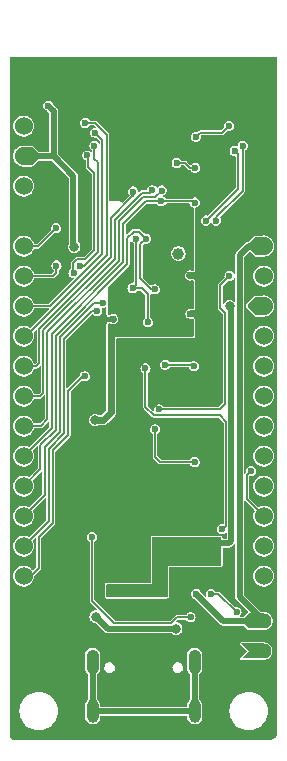
<source format=gbr>
%TF.GenerationSoftware,KiCad,Pcbnew,6.0.1-79c1e3a40b~116~ubuntu21.04.1*%
%TF.CreationDate,2022-04-07T10:37:29+01:00*%
%TF.ProjectId,esp-rust-board,6573702d-7275-4737-942d-626f6172642e,0.1a*%
%TF.SameCoordinates,Original*%
%TF.FileFunction,Copper,L2,Bot*%
%TF.FilePolarity,Positive*%
%FSLAX46Y46*%
G04 Gerber Fmt 4.6, Leading zero omitted, Abs format (unit mm)*
G04 Created by KiCad (PCBNEW 6.0.1-79c1e3a40b~116~ubuntu21.04.1) date 2022-04-07 10:37:29*
%MOMM*%
%LPD*%
G01*
G04 APERTURE LIST*
G04 Aperture macros list*
%AMRoundRect*
0 Rectangle with rounded corners*
0 $1 Rounding radius*
0 $2 $3 $4 $5 $6 $7 $8 $9 X,Y pos of 4 corners*
0 Add a 4 corners polygon primitive as box body*
4,1,4,$2,$3,$4,$5,$6,$7,$8,$9,$2,$3,0*
0 Add four circle primitives for the rounded corners*
1,1,$1+$1,$2,$3*
1,1,$1+$1,$4,$5*
1,1,$1+$1,$6,$7*
1,1,$1+$1,$8,$9*
0 Add four rect primitives between the rounded corners*
20,1,$1+$1,$2,$3,$4,$5,0*
20,1,$1+$1,$4,$5,$6,$7,0*
20,1,$1+$1,$6,$7,$8,$9,0*
20,1,$1+$1,$8,$9,$2,$3,0*%
%AMFreePoly0*
4,1,48,0.657385,0.758754,0.662055,0.759085,0.664566,0.757713,0.671070,0.756770,0.697342,0.739806,0.724803,0.724803,1.359803,0.089802,1.381610,0.060599,1.383542,0.051625,1.389035,0.044269,1.390951,0.017212,1.396659,-0.009302,1.393437,-0.017898,1.394085,-0.027054,1.381082,-0.050854,1.371560,-0.076254,1.364204,-0.081747,1.359803,-0.089802,0.724803,-0.724803,0.706679,-0.738336,
0.703611,-0.741872,0.700866,-0.742677,0.695599,-0.746610,0.665023,-0.753192,0.635000,-0.762000,0.000000,-0.762000,-0.006861,-0.761005,-0.015958,-0.761833,-0.184344,-0.739365,-0.343569,-0.680150,-0.485717,-0.587131,-0.603725,-0.464931,-0.691726,-0.319622,-0.745348,-0.158429,-0.761926,0.010639,-0.740634,0.179178,-0.682532,0.338812,-0.590508,0.481606,-0.469134,0.600464,-0.324444,0.689478,
-0.163628,0.744224,-0.021304,0.759183,-0.017894,0.760733,-0.013128,0.760042,-0.003071,0.761099,0.000000,0.762000,0.635000,0.762000,0.657385,0.758754,0.657385,0.758754,$1*%
%AMFreePoly1*
4,1,49,0.002312,0.761665,0.005320,0.761981,0.174003,0.741867,0.334039,0.684881,0.477472,0.593856,0.597174,0.473315,0.687196,0.329249,0.743064,0.168820,0.762000,0.000000,0.761703,-0.021276,0.738060,-0.189502,0.677735,-0.348309,0.583726,-0.489804,0.460705,-0.606956,0.314786,-0.693941,0.153221,-0.746436,0.023340,-0.758256,0.017894,-0.760733,0.009500,-0.759516,0.008003,-0.759652,
0.000000,-0.762000,-0.635000,-0.762000,-0.657384,-0.758754,-0.662054,-0.759085,-0.664565,-0.757713,-0.671070,-0.756770,-0.697347,-0.739803,-0.724802,-0.724803,-1.359803,-0.089803,-1.381610,-0.060599,-1.383542,-0.051624,-1.389035,-0.044268,-1.390951,-0.017209,-1.396658,0.009301,-1.393436,0.017895,-1.394085,0.027055,-1.381079,0.050860,-1.371560,0.076254,-1.364205,0.081746,-1.359803,0.089803,
-0.724802,0.724803,-0.706680,0.738336,-0.703611,0.741872,-0.700865,0.742678,-0.695599,0.746610,-0.665018,0.753194,-0.635000,0.762000,0.000000,0.762000,0.002312,0.761665,0.002312,0.761665,$1*%
%AMFreePoly2*
4,1,20,0.635000,0.000000,0.634861,-0.013298,0.613363,-0.164350,0.556455,-0.305914,0.467422,-0.429816,0.351404,-0.528905,0.215099,-0.597459,0.066376,-0.631521,-0.086179,-0.629125,-0.233759,-0.590408,-0.367844,-0.517606,-0.480692,-0.414922,-0.565789,-0.288284,-0.618223,-0.145003,-0.634231,0.000000,-0.635000,0.000000,-0.635000,1.905000,0.000000,1.270000,0.635000,1.905000,0.635000,0.000000,
0.635000,0.000000,$1*%
%AMFreePoly3*
4,1,20,0.635000,1.270000,0.635000,0.000000,0.634861,-0.013298,0.613363,-0.164350,0.556455,-0.305914,0.467422,-0.429816,0.351404,-0.528905,0.215099,-0.597459,0.066376,-0.631521,-0.086179,-0.629125,-0.233759,-0.590408,-0.367844,-0.517606,-0.480692,-0.414922,-0.565789,-0.288284,-0.618223,-0.145003,-0.634231,0.000000,-0.635000,0.000000,-0.635000,1.270000,0.000000,1.905000,0.635000,1.270000,
0.635000,1.270000,$1*%
G04 Aperture macros list end*
%TA.AperFunction,ComponentPad*%
%ADD10C,1.524000*%
%TD*%
%TA.AperFunction,ComponentPad*%
%ADD11FreePoly0,0.000000*%
%TD*%
%TA.AperFunction,ComponentPad*%
%ADD12RoundRect,0.381000X-0.381000X-0.381000X0.381000X-0.381000X0.381000X0.381000X-0.381000X0.381000X0*%
%TD*%
%TA.AperFunction,ComponentPad*%
%ADD13FreePoly1,0.000000*%
%TD*%
%TA.AperFunction,ComponentPad*%
%ADD14FreePoly2,90.000000*%
%TD*%
%TA.AperFunction,ComponentPad*%
%ADD15FreePoly3,90.000000*%
%TD*%
%TA.AperFunction,ComponentPad*%
%ADD16O,1.050000X2.100000*%
%TD*%
%TA.AperFunction,ComponentPad*%
%ADD17O,1.000000X2.000000*%
%TD*%
%TA.AperFunction,SMDPad,CuDef*%
%ADD18C,1.000000*%
%TD*%
%TA.AperFunction,ViaPad*%
%ADD19C,0.600000*%
%TD*%
%TA.AperFunction,ViaPad*%
%ADD20C,0.800000*%
%TD*%
%TA.AperFunction,Conductor*%
%ADD21C,0.508000*%
%TD*%
%TA.AperFunction,Conductor*%
%ADD22C,0.609600*%
%TD*%
%TA.AperFunction,Conductor*%
%ADD23C,0.152400*%
%TD*%
G04 APERTURE END LIST*
D10*
%TO.P,U4,1,RST*%
%TO.N,CHIP_PU*%
X137922000Y-76454000D03*
D11*
%TO.P,U4,2,3V3*%
%TO.N,+3V3*%
X137922000Y-78994000D03*
D10*
%TO.P,U4,3,N/C*%
%TO.N,unconnected-(U4-Pad3)*%
X137922000Y-81534000D03*
D12*
%TO.P,U4,4,GND*%
%TO.N,GND*%
X137922000Y-84074000D03*
D10*
%TO.P,U4,5,A0/GPIO0*%
%TO.N,IO0*%
X137922000Y-86614000D03*
%TO.P,U4,6,A1/GPIO1*%
%TO.N,IO1*%
X137922000Y-89154000D03*
%TO.P,U4,7,A2/GPIO2*%
%TO.N,IO2*%
X137922000Y-91694000D03*
%TO.P,U4,8,A3/GPIO3*%
%TO.N,IO3*%
X137922000Y-94234000D03*
%TO.P,U4,9,A4/GPIO4*%
%TO.N,IO4*%
X137922000Y-96774000D03*
%TO.P,U4,10,A5/GPIO5*%
%TO.N,IO5*%
X137922000Y-99314000D03*
%TO.P,U4,11,GPIO6*%
%TO.N,IO6*%
X137922000Y-101854000D03*
%TO.P,U4,12,GPIO7*%
%TO.N,IO7*%
X137922000Y-104394000D03*
%TO.P,U4,13,GPIO8*%
%TO.N,IO8_SCL*%
X137922000Y-106934000D03*
%TO.P,U4,14,TXD/GPIO21*%
%TO.N,IO21_TX*%
X137922000Y-109474000D03*
%TO.P,U4,15,RXD/GPIO20*%
%TO.N,IO20_RX*%
X137922000Y-112014000D03*
%TO.P,U4,16,BOOT/GPIO9*%
%TO.N,IO9_BOOT*%
X137922000Y-114554000D03*
%TO.P,U4,17,SDA/GPIO10*%
%TO.N,IO10_SDA*%
X158242000Y-114554000D03*
%TO.P,U4,18,SCL/GPIO8*%
%TO.N,IO8_SCL*%
X158242000Y-112014000D03*
%TO.P,U4,19,USB_D+/GPIO19*%
%TO.N,USB_D+*%
X158242000Y-109474000D03*
%TO.P,U4,20,USB_D-/GPIO18*%
%TO.N,USB_D-*%
X158242000Y-106934000D03*
%TO.P,U4,21,SPIQ/GPIO17*%
%TO.N,unconnected-(U4-Pad21)*%
X158242000Y-104394000D03*
%TO.P,U4,22,SPID/GPIO16*%
%TO.N,unconnected-(U4-Pad22)*%
X158242000Y-101854000D03*
%TO.P,U4,23,SPICLK/GPIO15*%
%TO.N,unconnected-(U4-Pad23)*%
X158242000Y-99314000D03*
%TO.P,U4,24,SPIWP/GPIO13*%
%TO.N,unconnected-(U4-Pad24)*%
X158242000Y-96774000D03*
%TO.P,U4,25,SPIHD/GPIO12*%
%TO.N,unconnected-(U4-Pad25)*%
X158242000Y-94234000D03*
D13*
%TO.P,U4,26,VBUS*%
%TO.N,VBUS*%
X158242000Y-91694000D03*
D10*
%TO.P,U4,27,ENABLE*%
%TO.N,ENABLE*%
X158242000Y-89154000D03*
D13*
%TO.P,U4,28,VBAT*%
%TO.N,+BATT*%
X158242000Y-86614000D03*
D14*
%TO.P,U4,29,BAT-*%
%TO.N,GND*%
X158242000Y-120904000D03*
D15*
%TO.P,U4,30,BAT+*%
%TO.N,+BATT*%
X158242000Y-118364000D03*
%TD*%
D16*
%TO.P,J1,S1,SHELL_GND*%
%TO.N,Net-(J1-PadS1)*%
X143762000Y-121804000D03*
D17*
%TO.P,J1,S2,SHELL_GND*%
X143762000Y-125984000D03*
%TO.P,J1,S3,SHELL_GND*%
X152402000Y-125984000D03*
D16*
%TO.P,J1,S4,SHELL_GND*%
X152402000Y-121804000D03*
%TD*%
D18*
%TO.P,TP2,1,1*%
%TO.N,Net-(TP2-Pad1)*%
X151003000Y-87249000D03*
%TD*%
D19*
%TO.N,GND*%
X147701000Y-103632000D03*
X158496000Y-73152000D03*
X149758400Y-72390000D03*
X137210800Y-119532400D03*
X149072600Y-79146400D03*
X143256000Y-73202800D03*
X143892000Y-98384000D03*
X142798800Y-99568000D03*
X137210800Y-124104400D03*
X146507200Y-72390000D03*
X151053800Y-77216000D03*
X154330400Y-98399600D03*
X147472400Y-99415600D03*
X140639800Y-81813400D03*
X152984200Y-83642200D03*
X157480000Y-71120000D03*
X148996400Y-99415600D03*
X148463000Y-107823000D03*
X150571200Y-72390000D03*
X140614400Y-113284000D03*
X157099000Y-100584000D03*
X151053800Y-75234800D03*
X153771600Y-104825800D03*
X149047200Y-94894400D03*
X137160000Y-72136000D03*
X141325600Y-86258400D03*
X143642000Y-93834000D03*
X151739600Y-97790000D03*
X145500000Y-92800000D03*
X158496000Y-77216000D03*
X152044400Y-92354400D03*
X157988000Y-123952000D03*
X137160000Y-74168000D03*
X143662400Y-110337600D03*
X154330400Y-96672400D03*
X157327600Y-110744000D03*
X145415000Y-109728000D03*
X145642000Y-117034000D03*
X147320000Y-72390000D03*
X153060400Y-114909600D03*
X148945600Y-72390000D03*
X157099000Y-103124000D03*
X158496000Y-78232000D03*
X152392000Y-119084000D03*
X143764000Y-128016000D03*
X153009600Y-72390000D03*
X148463000Y-106807000D03*
X158750000Y-119634000D03*
X148996400Y-98399600D03*
X145110200Y-75234800D03*
X158496000Y-76200000D03*
X154330400Y-85445600D03*
X151616000Y-120134000D03*
X148082000Y-117449600D03*
X158496000Y-71120000D03*
X147472400Y-94894400D03*
X147091400Y-79146400D03*
X146786600Y-110845600D03*
X145034000Y-113284000D03*
X152984200Y-82169000D03*
X139039600Y-90424000D03*
X148132800Y-72390000D03*
X156464000Y-71120000D03*
X142443200Y-103124000D03*
X137160000Y-73152000D03*
X144366000Y-120134000D03*
X147218400Y-96926400D03*
X158496000Y-74168000D03*
X151028400Y-116230400D03*
X153771600Y-106984800D03*
X157099000Y-98044000D03*
X143892000Y-96884000D03*
X152704800Y-103022400D03*
X137210800Y-118008400D03*
X146405600Y-98399600D03*
X142087600Y-111150400D03*
X150114000Y-102920800D03*
X151688800Y-78613000D03*
X152392000Y-120134000D03*
X143384000Y-120134000D03*
X140182600Y-90424000D03*
X147421600Y-113157000D03*
X146558000Y-117043200D03*
X155295600Y-112572800D03*
X147472400Y-98399600D03*
X150114000Y-108356400D03*
X158496000Y-72136000D03*
X155346400Y-90525600D03*
X144881600Y-72390000D03*
X158496000Y-80264000D03*
X140716000Y-128016000D03*
X141274800Y-78384400D03*
X152400000Y-128016000D03*
X143154400Y-86258400D03*
X141325600Y-87477600D03*
X143256000Y-74015600D03*
X137210800Y-116484400D03*
X151231600Y-103886000D03*
X158496000Y-81280000D03*
X154228800Y-92354400D03*
X138892000Y-82784000D03*
X146405600Y-99415600D03*
X141782800Y-104749600D03*
X158496000Y-75184000D03*
X142671800Y-101346000D03*
X157124400Y-90373200D03*
X152196800Y-72390000D03*
X156019500Y-120904000D03*
X141173200Y-110337600D03*
X144068800Y-72390000D03*
X143256000Y-72390000D03*
X141249400Y-89357200D03*
X137160000Y-71120000D03*
X138842000Y-100584000D03*
X141782800Y-107137200D03*
X146304000Y-94894400D03*
X155448000Y-128016000D03*
X149072600Y-75234800D03*
X142240000Y-108813600D03*
X149072600Y-77216000D03*
X145694400Y-72390000D03*
X139242000Y-87884000D03*
X147294600Y-102717600D03*
X151384000Y-72390000D03*
X157530800Y-113284000D03*
X138892000Y-85384000D03*
X155244800Y-86410800D03*
X155244800Y-80594200D03*
X142748000Y-96012000D03*
X155448000Y-71120000D03*
X154279600Y-89154000D03*
X143205200Y-77597000D03*
X156718000Y-84124800D03*
X158496000Y-84328000D03*
X138842000Y-98034000D03*
X147091400Y-75234800D03*
X158496000Y-79248000D03*
X146292000Y-96926400D03*
X147091400Y-77216000D03*
X155194000Y-114198400D03*
X157099000Y-95504000D03*
X143408400Y-117195600D03*
X157988000Y-122428000D03*
X150114000Y-103886000D03*
X151460200Y-96037400D03*
X151993600Y-89103200D03*
%TO.N,+3V3*%
X149606000Y-93878400D03*
D20*
X145592800Y-91900000D03*
X142189200Y-86664800D03*
X143967200Y-101346000D03*
D19*
X148442000Y-87934000D03*
X140004800Y-74726800D03*
X150164800Y-92100400D03*
X150092000Y-88784000D03*
X151892000Y-85953600D03*
X148945600Y-83362800D03*
D20*
X145600000Y-91000000D03*
D19*
%TO.N,+5V*%
X152400000Y-104902000D03*
X149047200Y-102133400D03*
%TO.N,IO0*%
X140665200Y-85090000D03*
%TO.N,IO1*%
X140694003Y-88262965D03*
D20*
%TO.N,VBUS*%
X154178000Y-111760000D03*
D19*
X146050000Y-115722400D03*
D20*
X155356500Y-91694000D03*
X149352000Y-113157000D03*
X149352000Y-112014000D03*
D19*
X145288000Y-115722400D03*
D20*
X152908000Y-111760000D03*
D19*
%TO.N,+BATT*%
X152527000Y-116078000D03*
%TO.N,USB_D-*%
X153372000Y-84455000D03*
X155782479Y-78566479D03*
D20*
%TO.N,Net-(D6-Pad2)*%
X150827000Y-118999000D03*
X144018000Y-117983000D03*
D19*
%TO.N,USB_D+*%
X156464000Y-78130400D03*
X154222000Y-84455000D03*
X157175200Y-105664000D03*
%TO.N,ENABLE*%
X149402800Y-100451918D03*
X155346400Y-89154000D03*
%TO.N,IO7*%
X149579918Y-82828718D03*
X152400000Y-82931000D03*
%TO.N,IO9_BOOT*%
X149910800Y-96672400D03*
X152341000Y-96782200D03*
X143086990Y-97637600D03*
%TO.N,IO8_SCL*%
X152052900Y-118050700D03*
X148292000Y-85984000D03*
X143713200Y-111252000D03*
X149042000Y-90284000D03*
%TO.N,IO10_SDA*%
X147442000Y-85984000D03*
X155942000Y-117610500D03*
X154742000Y-110584000D03*
X148234400Y-96977200D03*
X153792000Y-116084000D03*
X148437600Y-93065600D03*
X147142000Y-90184000D03*
%TO.N,Net-(TP2-Pad1)*%
X151003000Y-87249000D03*
%TO.N,IO21_TX*%
X142692000Y-88309700D03*
X144642000Y-91434000D03*
X143916400Y-78130400D03*
X150876000Y-79584011D03*
X152442000Y-79984000D03*
%TO.N,IO20_RX*%
X155292000Y-76434000D03*
X143306800Y-78943200D03*
X144142000Y-92134000D03*
X152501600Y-77368400D03*
X142144977Y-88892770D03*
%TO.N,IO6*%
X149606000Y-81915000D03*
%TO.N,IO5*%
X148806942Y-81888365D03*
%TO.N,IO4*%
X147192000Y-81999502D03*
%TO.N,IO3*%
X143129000Y-76200000D03*
%TO.N,IO2*%
X143992000Y-77034000D03*
%TD*%
D21*
%TO.N,+3V3*%
X142113000Y-86355000D02*
X142113000Y-86705000D01*
X145600000Y-91000000D02*
X145600000Y-91892800D01*
X142113000Y-80645000D02*
X142113000Y-86355000D01*
X140462000Y-75336400D02*
X140462000Y-75184000D01*
X140462000Y-75184000D02*
X140004800Y-74726800D01*
D22*
X145342000Y-100682400D02*
X144678400Y-101346000D01*
X144678400Y-101346000D02*
X143967200Y-101346000D01*
D21*
X140462000Y-78994000D02*
X140462000Y-75336400D01*
X145600000Y-91892800D02*
X145592800Y-91900000D01*
D22*
X145342000Y-94034000D02*
X145342000Y-100682400D01*
D21*
X140462000Y-78994000D02*
X142113000Y-80645000D01*
X140462000Y-78994000D02*
X137922000Y-78994000D01*
D23*
%TO.N,+5V*%
X149504400Y-104902000D02*
X152400000Y-104902000D01*
X149047200Y-104444800D02*
X149504400Y-104902000D01*
X149047200Y-102133400D02*
X149047200Y-104444800D01*
%TO.N,IO0*%
X139121200Y-86634000D02*
X137892000Y-86634000D01*
X140665200Y-85090000D02*
X139121200Y-86634000D01*
%TO.N,IO1*%
X140411200Y-89154000D02*
X140694003Y-88871197D01*
X140411200Y-89154000D02*
X137922000Y-89154000D01*
X140694003Y-88871197D02*
X140694003Y-88262965D01*
D21*
%TO.N,VBUS*%
X155502480Y-91839980D02*
X155356500Y-91694000D01*
X155502480Y-111578520D02*
X155502480Y-91839980D01*
X154178000Y-111760000D02*
X155321000Y-111760000D01*
X155321000Y-111760000D02*
X155502480Y-111578520D01*
%TO.N,+BATT*%
X152527000Y-116078000D02*
X154813000Y-118364000D01*
X156210000Y-87376000D02*
X156972000Y-86614000D01*
X156210000Y-116332000D02*
X156210000Y-87376000D01*
X154813000Y-118364000D02*
X158115000Y-118364000D01*
X156972000Y-86614000D02*
X158242000Y-86614000D01*
X156210000Y-116332000D02*
X158242000Y-118364000D01*
D23*
%TO.N,USB_D-*%
X156061600Y-81765400D02*
X153372000Y-84455000D01*
X156061600Y-78845600D02*
X156061600Y-81765400D01*
X155782479Y-78566479D02*
X156061600Y-78845600D01*
D21*
%TO.N,Net-(D6-Pad2)*%
X145034000Y-118999000D02*
X150827000Y-118999000D01*
X144018000Y-117983000D02*
X145034000Y-118999000D01*
D23*
%TO.N,USB_D+*%
X156819600Y-106019600D02*
X157175200Y-105664000D01*
X154222000Y-84174080D02*
X154222000Y-84455000D01*
X158242000Y-109474000D02*
X156819600Y-108051600D01*
X156819600Y-108051600D02*
X156819600Y-106019600D01*
X156464000Y-78130400D02*
X156464000Y-81932080D01*
X156464000Y-81932080D02*
X154222000Y-84174080D01*
%TO.N,ENABLE*%
X154502602Y-100451918D02*
X154972760Y-99981760D01*
X154584400Y-89916000D02*
X155346400Y-89154000D01*
X154972760Y-99981760D02*
X154972760Y-92265861D01*
X154972760Y-92265861D02*
X154584400Y-91877501D01*
X149402800Y-100451918D02*
X154502602Y-100451918D01*
X154584400Y-91877501D02*
X154584400Y-89916000D01*
%TO.N,IO7*%
X146353311Y-84719300D02*
X148253521Y-82819090D01*
X137922000Y-104394000D02*
X140288606Y-102027394D01*
X146353311Y-87987050D02*
X146353311Y-84719300D01*
X152400000Y-82931000D02*
X152273000Y-82804000D01*
X152273000Y-82804000D02*
X149604636Y-82804000D01*
X140288606Y-102027394D02*
X140288606Y-94051755D01*
X149570290Y-82819090D02*
X149579918Y-82828718D01*
X140288606Y-94051755D02*
X146353311Y-87987050D01*
X149604636Y-82804000D02*
X149579918Y-82828718D01*
X148253521Y-82819090D02*
X149570290Y-82819090D01*
%TO.N,IO9_BOOT*%
X141696286Y-102625184D02*
X141696286Y-98856800D01*
X141696286Y-98856800D02*
X142915486Y-97637600D01*
X139192000Y-113893600D02*
X138531600Y-114554000D01*
X142915486Y-97637600D02*
X143086990Y-97637600D01*
X139192000Y-113893600D02*
X139192000Y-111241690D01*
X139192000Y-111241690D02*
X140400160Y-110033530D01*
X149910800Y-96672400D02*
X152231200Y-96672400D01*
X140400160Y-110033530D02*
X140400160Y-103921310D01*
X152231200Y-96672400D02*
X152341000Y-96782200D01*
X140400160Y-103921310D02*
X141696286Y-102625184D01*
X137922000Y-114554000D02*
X138531600Y-114554000D01*
%TO.N,IO8_SCL*%
X143713200Y-116655200D02*
X145600280Y-118542280D01*
X150418800Y-118542280D02*
X150910380Y-118050700D01*
X140640526Y-94197525D02*
X140640526Y-102173164D01*
X146710400Y-88127651D02*
X146710400Y-85901421D01*
X148742000Y-90284000D02*
X149042000Y-90284000D01*
X148292000Y-85984000D02*
X147793920Y-86482080D01*
X145600280Y-118542280D02*
X150418800Y-118542280D01*
X147692000Y-85384000D02*
X148292000Y-85984000D01*
X139344400Y-105511600D02*
X137922000Y-106934000D01*
X140640526Y-102173164D02*
X139344400Y-103469290D01*
X147793920Y-86482080D02*
X147793920Y-89335920D01*
X147793920Y-89335920D02*
X148742000Y-90284000D01*
X143713200Y-111252000D02*
X143713200Y-116655200D01*
X139344400Y-103469290D02*
X139344400Y-105511600D01*
X146710400Y-85901421D02*
X147227821Y-85384000D01*
X146710400Y-88127651D02*
X140640526Y-94197525D01*
X147227821Y-85384000D02*
X147692000Y-85384000D01*
X150910380Y-118050700D02*
X152052900Y-118050700D01*
%TO.N,IO10_SDA*%
X148439235Y-93063965D02*
X148437600Y-93065600D01*
X154523229Y-100954629D02*
X155045760Y-101477160D01*
X147442000Y-85984000D02*
X147442000Y-89884000D01*
X153792000Y-116084000D02*
X154415500Y-116084000D01*
X148234400Y-100203000D02*
X148986029Y-100954629D01*
X148234400Y-96977200D02*
X148234400Y-100203000D01*
X148986029Y-100954629D02*
X154523229Y-100954629D01*
X154415500Y-116084000D02*
X155942000Y-117610500D01*
X155045760Y-110280240D02*
X154742000Y-110584000D01*
X147142000Y-90184000D02*
X147943600Y-90184000D01*
X155045760Y-101477160D02*
X155045760Y-110280240D01*
X147442000Y-89884000D02*
X147142000Y-90184000D01*
X147943600Y-90184000D02*
X148439235Y-90679635D01*
X148439235Y-90679635D02*
X148439235Y-93063965D01*
%TO.N,IO21_TX*%
X143916400Y-79208400D02*
X144241791Y-79533791D01*
X139696320Y-103626820D02*
X140992446Y-102330694D01*
X143916400Y-78130400D02*
X143916400Y-79208400D01*
X139696320Y-107699680D02*
X139696320Y-103626820D01*
X140992446Y-94343295D02*
X143901741Y-91434000D01*
X152018400Y-79984000D02*
X152442000Y-79984000D01*
X144241791Y-87084000D02*
X143016090Y-88309700D01*
X140992446Y-102330694D02*
X140992446Y-94343295D01*
X143016090Y-88309700D02*
X142692000Y-88309700D01*
X144241791Y-79533791D02*
X144241791Y-87084000D01*
X137922000Y-109474000D02*
X139696320Y-107699680D01*
X150876000Y-79584011D02*
X151618411Y-79584011D01*
X143901741Y-91434000D02*
X144692000Y-91434000D01*
X151618411Y-79584011D02*
X152018400Y-79984000D01*
%TO.N,IO20_RX*%
X143392000Y-79028400D02*
X143306800Y-78943200D01*
X143889871Y-80431871D02*
X143392000Y-79934000D01*
X141344366Y-102479414D02*
X141344366Y-94489065D01*
X143889871Y-86938230D02*
X143889871Y-80431871D01*
X143695716Y-92137716D02*
X144138284Y-92137716D01*
X142116289Y-88864082D02*
X142116289Y-88071232D01*
X155292000Y-76434000D02*
X154692000Y-77034000D01*
X152836000Y-77034000D02*
X152501600Y-77368400D01*
X142116289Y-88071232D02*
X142453521Y-87734000D01*
X140048240Y-103775540D02*
X141344366Y-102479414D01*
X141344366Y-94489065D02*
X143695716Y-92137716D01*
X144138284Y-92137716D02*
X144142000Y-92134000D01*
X137922000Y-112014000D02*
X140048240Y-109887760D01*
X140048240Y-109887760D02*
X140048240Y-103775540D01*
X142453521Y-87734000D02*
X143094101Y-87734000D01*
X143392000Y-79934000D02*
X143392000Y-79028400D01*
X143094101Y-87734000D02*
X143889871Y-86938230D01*
X142144977Y-88892770D02*
X142116289Y-88864082D01*
X154692000Y-77034000D02*
X152836000Y-77034000D01*
%TO.N,IO6*%
X146001391Y-84524609D02*
X148060562Y-82465438D01*
X146001391Y-87841280D02*
X146001391Y-84524609D01*
X137942000Y-101834000D02*
X139392000Y-101834000D01*
X139936686Y-101289314D02*
X139936686Y-93905985D01*
X149055562Y-82465438D02*
X149606000Y-81915000D01*
X139936686Y-93905985D02*
X146001391Y-87841280D01*
X139392000Y-101834000D02*
X139936686Y-101289314D01*
X148060562Y-82465438D02*
X149055562Y-82465438D01*
%TO.N,IO5*%
X147912482Y-82113518D02*
X148581789Y-82113518D01*
X145649471Y-84376529D02*
X147912482Y-82113518D01*
X145649471Y-87695510D02*
X145649471Y-84376529D01*
X139584766Y-99041234D02*
X139584766Y-93760215D01*
X139584766Y-93760215D02*
X145649471Y-87695510D01*
X137942000Y-99334000D02*
X139292000Y-99334000D01*
X139292000Y-99334000D02*
X139584766Y-99041234D01*
X148581789Y-82113518D02*
X148806942Y-81888365D01*
%TO.N,IO4*%
X145297551Y-84230759D02*
X147118155Y-82410155D01*
X139232846Y-93614445D02*
X139232846Y-96534000D01*
X138982846Y-96784000D02*
X137942000Y-96784000D01*
X139232846Y-96534000D02*
X138982846Y-96784000D01*
X147134918Y-82393392D02*
X147192000Y-82336310D01*
X147118155Y-82410155D02*
X147134918Y-82393392D01*
X139232846Y-93614445D02*
X145297551Y-87549740D01*
X145297551Y-87549740D02*
X145297551Y-84230759D01*
X147192000Y-82336310D02*
X147192000Y-81999502D01*
%TO.N,IO3*%
X143972179Y-76200000D02*
X143129000Y-76200000D01*
X138115601Y-94234000D02*
X144945631Y-87403970D01*
X144945631Y-77173452D02*
X143972179Y-76200000D01*
X144945631Y-87403970D02*
X144945631Y-77173452D01*
X137922000Y-94234000D02*
X138115601Y-94234000D01*
%TO.N,IO2*%
X144590289Y-77632289D02*
X144593711Y-77632289D01*
X144593711Y-87258200D02*
X140157911Y-91694000D01*
X140157911Y-91694000D02*
X137922000Y-91694000D01*
X143992000Y-77034000D02*
X144590289Y-77632289D01*
X144593711Y-77632289D02*
X144593711Y-87258200D01*
D21*
%TO.N,Net-(J1-PadS1)*%
X143750000Y-126000000D02*
X152250000Y-126000000D01*
X152402000Y-125848000D02*
X152250000Y-126000000D01*
X143762000Y-125988000D02*
X143750000Y-126000000D01*
X143762000Y-121804000D02*
X143762000Y-125988000D01*
X152402000Y-121804000D02*
X152402000Y-125848000D01*
%TD*%
%TA.AperFunction,Conductor*%
%TO.N,VBUS*%
G36*
X154620848Y-111266352D02*
G01*
X154635200Y-111301000D01*
X154635200Y-113616000D01*
X154620848Y-113650648D01*
X154586200Y-113665000D01*
X150114000Y-113665000D01*
X150114000Y-116283000D01*
X150099648Y-116317648D01*
X150065000Y-116332000D01*
X144956000Y-116332000D01*
X144921352Y-116317648D01*
X144907000Y-116283000D01*
X144907000Y-115314200D01*
X144921352Y-115279552D01*
X144956000Y-115265200D01*
X148793200Y-115265200D01*
X148793200Y-111301000D01*
X148807552Y-111266352D01*
X148842200Y-111252000D01*
X154586200Y-111252000D01*
X154620848Y-111266352D01*
G37*
%TD.AperFunction*%
%TD*%
%TA.AperFunction,Conductor*%
%TO.N,GND*%
G36*
X159397648Y-70626352D02*
G01*
X159412000Y-70661000D01*
X159412000Y-127738400D01*
X159409602Y-127753541D01*
X159409252Y-127754618D01*
X159409252Y-127754620D01*
X159406854Y-127762000D01*
X159409252Y-127769380D01*
X159409252Y-127777142D01*
X159408762Y-127777142D01*
X159409487Y-127784300D01*
X159396020Y-127903823D01*
X159393578Y-127914521D01*
X159348264Y-128044020D01*
X159343504Y-128053905D01*
X159281774Y-128152149D01*
X159270510Y-128170075D01*
X159263668Y-128178654D01*
X159166654Y-128275668D01*
X159158078Y-128282508D01*
X159065181Y-128340879D01*
X159041905Y-128355504D01*
X159032020Y-128360264D01*
X158902521Y-128405578D01*
X158891823Y-128408020D01*
X158772300Y-128421487D01*
X158765142Y-128420762D01*
X158765142Y-128421252D01*
X158757380Y-128421252D01*
X158750000Y-128418854D01*
X158742620Y-128421252D01*
X158742618Y-128421252D01*
X158741541Y-128421602D01*
X158726400Y-128424000D01*
X137183600Y-128424000D01*
X137168459Y-128421602D01*
X137167382Y-128421252D01*
X137167380Y-128421252D01*
X137160000Y-128418854D01*
X137152619Y-128421252D01*
X137144859Y-128421252D01*
X137144859Y-128420414D01*
X137137737Y-128421069D01*
X137060796Y-128410940D01*
X137048441Y-128407629D01*
X136968402Y-128374475D01*
X136961957Y-128371806D01*
X136950884Y-128365412D01*
X136876616Y-128308424D01*
X136867576Y-128299384D01*
X136810588Y-128225116D01*
X136804194Y-128214042D01*
X136789536Y-128178654D01*
X136768371Y-128127558D01*
X136765060Y-128115203D01*
X136754931Y-128038263D01*
X136755586Y-128031141D01*
X136754748Y-128031141D01*
X136754748Y-128023381D01*
X136757146Y-128016000D01*
X136754748Y-128008620D01*
X136754748Y-128008618D01*
X136754398Y-128007541D01*
X136752000Y-127992400D01*
X136752000Y-125984000D01*
X137562978Y-125984000D01*
X137583034Y-126238835D01*
X137583485Y-126240713D01*
X137583485Y-126240714D01*
X137629049Y-126430500D01*
X137642708Y-126487395D01*
X137643444Y-126489171D01*
X137643444Y-126489172D01*
X137738863Y-126719533D01*
X137740531Y-126723561D01*
X137741536Y-126725201D01*
X137741537Y-126725203D01*
X137873089Y-126939876D01*
X137873093Y-126939881D01*
X137874094Y-126941515D01*
X137875338Y-126942972D01*
X137875342Y-126942977D01*
X138021974Y-127114662D01*
X138040107Y-127135893D01*
X138041567Y-127137140D01*
X138233023Y-127300658D01*
X138233028Y-127300662D01*
X138234485Y-127301906D01*
X138236119Y-127302907D01*
X138236124Y-127302911D01*
X138450797Y-127434463D01*
X138452439Y-127435469D01*
X138454217Y-127436205D01*
X138454220Y-127436207D01*
X138686828Y-127532556D01*
X138688605Y-127533292D01*
X138690471Y-127533740D01*
X138690474Y-127533741D01*
X138935286Y-127592515D01*
X138937165Y-127592966D01*
X138939084Y-127593117D01*
X138939090Y-127593118D01*
X139190081Y-127612871D01*
X139192000Y-127613022D01*
X139193919Y-127612871D01*
X139444910Y-127593118D01*
X139444916Y-127593117D01*
X139446835Y-127592966D01*
X139448714Y-127592515D01*
X139693526Y-127533741D01*
X139693529Y-127533740D01*
X139695395Y-127533292D01*
X139697172Y-127532556D01*
X139929780Y-127436207D01*
X139929783Y-127436205D01*
X139931561Y-127435469D01*
X139933203Y-127434463D01*
X140147876Y-127302911D01*
X140147881Y-127302907D01*
X140149515Y-127301906D01*
X140150972Y-127300662D01*
X140150977Y-127300658D01*
X140342433Y-127137140D01*
X140343893Y-127135893D01*
X140362026Y-127114662D01*
X140508658Y-126942977D01*
X140508662Y-126942972D01*
X140509906Y-126941515D01*
X140510907Y-126939881D01*
X140510911Y-126939876D01*
X140642463Y-126725203D01*
X140642464Y-126725201D01*
X140643469Y-126723561D01*
X140645138Y-126719533D01*
X140740556Y-126489172D01*
X140740556Y-126489171D01*
X140741292Y-126487395D01*
X140754952Y-126430500D01*
X140800515Y-126240714D01*
X140800515Y-126240713D01*
X140800966Y-126238835D01*
X140821022Y-125984000D01*
X140800966Y-125729165D01*
X140741292Y-125480605D01*
X140678811Y-125329762D01*
X140644207Y-125246220D01*
X140644205Y-125246217D01*
X140643469Y-125244439D01*
X140642463Y-125242797D01*
X140510911Y-125028124D01*
X140510907Y-125028119D01*
X140509906Y-125026485D01*
X140508662Y-125025028D01*
X140508658Y-125025023D01*
X140345140Y-124833567D01*
X140343893Y-124832107D01*
X140281737Y-124779021D01*
X140150977Y-124667342D01*
X140150972Y-124667338D01*
X140149515Y-124666094D01*
X140147881Y-124665093D01*
X140147876Y-124665089D01*
X139933203Y-124533537D01*
X139933201Y-124533536D01*
X139931561Y-124532531D01*
X139929783Y-124531795D01*
X139929780Y-124531793D01*
X139697172Y-124435444D01*
X139697171Y-124435444D01*
X139695395Y-124434708D01*
X139693529Y-124434260D01*
X139693526Y-124434259D01*
X139448714Y-124375485D01*
X139448713Y-124375485D01*
X139446835Y-124375034D01*
X139444916Y-124374883D01*
X139444910Y-124374882D01*
X139193919Y-124355129D01*
X139192000Y-124354978D01*
X139190081Y-124355129D01*
X138939090Y-124374882D01*
X138939084Y-124374883D01*
X138937165Y-124375034D01*
X138935287Y-124375485D01*
X138935286Y-124375485D01*
X138690474Y-124434259D01*
X138690471Y-124434260D01*
X138688605Y-124434708D01*
X138686829Y-124435444D01*
X138686828Y-124435444D01*
X138454220Y-124531793D01*
X138454217Y-124531795D01*
X138452439Y-124532531D01*
X138450799Y-124533536D01*
X138450797Y-124533537D01*
X138236124Y-124665089D01*
X138236119Y-124665093D01*
X138234485Y-124666094D01*
X138233028Y-124667338D01*
X138233023Y-124667342D01*
X138102263Y-124779021D01*
X138040107Y-124832107D01*
X138038860Y-124833567D01*
X137875342Y-125025023D01*
X137875338Y-125025028D01*
X137874094Y-125026485D01*
X137873093Y-125028119D01*
X137873089Y-125028124D01*
X137741537Y-125242797D01*
X137740531Y-125244439D01*
X137739795Y-125246217D01*
X137739793Y-125246220D01*
X137705189Y-125329762D01*
X137642708Y-125480605D01*
X137583034Y-125729165D01*
X137565716Y-125949209D01*
X137562978Y-125984000D01*
X136752000Y-125984000D01*
X136752000Y-122370052D01*
X143109500Y-122370052D01*
X143124976Y-122492560D01*
X143126110Y-122495424D01*
X143181258Y-122634711D01*
X143185665Y-122645843D01*
X143187473Y-122648332D01*
X143187475Y-122648335D01*
X143236331Y-122715578D01*
X143282568Y-122779217D01*
X143284941Y-122781180D01*
X143362734Y-122845537D01*
X143380283Y-122878681D01*
X143380500Y-122883292D01*
X143380500Y-124956184D01*
X143366148Y-124990832D01*
X143362733Y-124993940D01*
X143361445Y-124995006D01*
X143358838Y-124996660D01*
X143250307Y-125112233D01*
X143173928Y-125251166D01*
X143134500Y-125404728D01*
X143134500Y-126523476D01*
X143149384Y-126641293D01*
X143207747Y-126788703D01*
X143209555Y-126791192D01*
X143209557Y-126791195D01*
X143254511Y-126853068D01*
X143300937Y-126916967D01*
X143423097Y-127018026D01*
X143566551Y-127085531D01*
X143569579Y-127086109D01*
X143569580Y-127086109D01*
X143719260Y-127114662D01*
X143719262Y-127114662D01*
X143722286Y-127115239D01*
X143880516Y-127105284D01*
X143883441Y-127104334D01*
X143883444Y-127104333D01*
X144028367Y-127057244D01*
X144031300Y-127056291D01*
X144165162Y-126971340D01*
X144273693Y-126855767D01*
X144350072Y-126716834D01*
X144389500Y-126563272D01*
X144389500Y-126430500D01*
X144403852Y-126395852D01*
X144438500Y-126381500D01*
X151725500Y-126381500D01*
X151760148Y-126395852D01*
X151774500Y-126430500D01*
X151774500Y-126523476D01*
X151789384Y-126641293D01*
X151847747Y-126788703D01*
X151849555Y-126791192D01*
X151849557Y-126791195D01*
X151894511Y-126853068D01*
X151940937Y-126916967D01*
X152063097Y-127018026D01*
X152206551Y-127085531D01*
X152209579Y-127086109D01*
X152209580Y-127086109D01*
X152359260Y-127114662D01*
X152359262Y-127114662D01*
X152362286Y-127115239D01*
X152520516Y-127105284D01*
X152523441Y-127104334D01*
X152523444Y-127104333D01*
X152668367Y-127057244D01*
X152671300Y-127056291D01*
X152805162Y-126971340D01*
X152913693Y-126855767D01*
X152990072Y-126716834D01*
X153029500Y-126563272D01*
X153029500Y-125984000D01*
X155342978Y-125984000D01*
X155363034Y-126238835D01*
X155363485Y-126240713D01*
X155363485Y-126240714D01*
X155409049Y-126430500D01*
X155422708Y-126487395D01*
X155423444Y-126489171D01*
X155423444Y-126489172D01*
X155518863Y-126719533D01*
X155520531Y-126723561D01*
X155521536Y-126725201D01*
X155521537Y-126725203D01*
X155653089Y-126939876D01*
X155653093Y-126939881D01*
X155654094Y-126941515D01*
X155655338Y-126942972D01*
X155655342Y-126942977D01*
X155801974Y-127114662D01*
X155820107Y-127135893D01*
X155821567Y-127137140D01*
X156013023Y-127300658D01*
X156013028Y-127300662D01*
X156014485Y-127301906D01*
X156016119Y-127302907D01*
X156016124Y-127302911D01*
X156230797Y-127434463D01*
X156232439Y-127435469D01*
X156234217Y-127436205D01*
X156234220Y-127436207D01*
X156466828Y-127532556D01*
X156468605Y-127533292D01*
X156470471Y-127533740D01*
X156470474Y-127533741D01*
X156715286Y-127592515D01*
X156717165Y-127592966D01*
X156719084Y-127593117D01*
X156719090Y-127593118D01*
X156970081Y-127612871D01*
X156972000Y-127613022D01*
X156973919Y-127612871D01*
X157224910Y-127593118D01*
X157224916Y-127593117D01*
X157226835Y-127592966D01*
X157228714Y-127592515D01*
X157473526Y-127533741D01*
X157473529Y-127533740D01*
X157475395Y-127533292D01*
X157477172Y-127532556D01*
X157709780Y-127436207D01*
X157709783Y-127436205D01*
X157711561Y-127435469D01*
X157713203Y-127434463D01*
X157927876Y-127302911D01*
X157927881Y-127302907D01*
X157929515Y-127301906D01*
X157930972Y-127300662D01*
X157930977Y-127300658D01*
X158122433Y-127137140D01*
X158123893Y-127135893D01*
X158142026Y-127114662D01*
X158288658Y-126942977D01*
X158288662Y-126942972D01*
X158289906Y-126941515D01*
X158290907Y-126939881D01*
X158290911Y-126939876D01*
X158422463Y-126725203D01*
X158422464Y-126725201D01*
X158423469Y-126723561D01*
X158425138Y-126719533D01*
X158520556Y-126489172D01*
X158520556Y-126489171D01*
X158521292Y-126487395D01*
X158534952Y-126430500D01*
X158580515Y-126240714D01*
X158580515Y-126240713D01*
X158580966Y-126238835D01*
X158601022Y-125984000D01*
X158580966Y-125729165D01*
X158521292Y-125480605D01*
X158458811Y-125329762D01*
X158424207Y-125246220D01*
X158424205Y-125246217D01*
X158423469Y-125244439D01*
X158422463Y-125242797D01*
X158290911Y-125028124D01*
X158290907Y-125028119D01*
X158289906Y-125026485D01*
X158288662Y-125025028D01*
X158288658Y-125025023D01*
X158125140Y-124833567D01*
X158123893Y-124832107D01*
X158061737Y-124779021D01*
X157930977Y-124667342D01*
X157930972Y-124667338D01*
X157929515Y-124666094D01*
X157927881Y-124665093D01*
X157927876Y-124665089D01*
X157713203Y-124533537D01*
X157713201Y-124533536D01*
X157711561Y-124532531D01*
X157709783Y-124531795D01*
X157709780Y-124531793D01*
X157477172Y-124435444D01*
X157477171Y-124435444D01*
X157475395Y-124434708D01*
X157473529Y-124434260D01*
X157473526Y-124434259D01*
X157228714Y-124375485D01*
X157228713Y-124375485D01*
X157226835Y-124375034D01*
X157224916Y-124374883D01*
X157224910Y-124374882D01*
X156973919Y-124355129D01*
X156972000Y-124354978D01*
X156970081Y-124355129D01*
X156719090Y-124374882D01*
X156719084Y-124374883D01*
X156717165Y-124375034D01*
X156715287Y-124375485D01*
X156715286Y-124375485D01*
X156470474Y-124434259D01*
X156470471Y-124434260D01*
X156468605Y-124434708D01*
X156466829Y-124435444D01*
X156466828Y-124435444D01*
X156234220Y-124531793D01*
X156234217Y-124531795D01*
X156232439Y-124532531D01*
X156230799Y-124533536D01*
X156230797Y-124533537D01*
X156016124Y-124665089D01*
X156016119Y-124665093D01*
X156014485Y-124666094D01*
X156013028Y-124667338D01*
X156013023Y-124667342D01*
X155882263Y-124779021D01*
X155820107Y-124832107D01*
X155818860Y-124833567D01*
X155655342Y-125025023D01*
X155655338Y-125025028D01*
X155654094Y-125026485D01*
X155653093Y-125028119D01*
X155653089Y-125028124D01*
X155521537Y-125242797D01*
X155520531Y-125244439D01*
X155519795Y-125246217D01*
X155519793Y-125246220D01*
X155485189Y-125329762D01*
X155422708Y-125480605D01*
X155363034Y-125729165D01*
X155345716Y-125949209D01*
X155342978Y-125984000D01*
X153029500Y-125984000D01*
X153029500Y-125444524D01*
X153014616Y-125326707D01*
X152956253Y-125179297D01*
X152954445Y-125176808D01*
X152954443Y-125176805D01*
X152864872Y-125053523D01*
X152863063Y-125051033D01*
X152835371Y-125028124D01*
X152801266Y-124999910D01*
X152783717Y-124966766D01*
X152783500Y-124962155D01*
X152783500Y-122886635D01*
X152797852Y-122851987D01*
X152806245Y-122845263D01*
X152818620Y-122837410D01*
X152818624Y-122837406D01*
X152821225Y-122835756D01*
X152934079Y-122715578D01*
X153013501Y-122571110D01*
X153054500Y-122411430D01*
X153054500Y-121539000D01*
X156234531Y-121539000D01*
X156235473Y-121543736D01*
X156240833Y-121570680D01*
X156242331Y-121578213D01*
X156245010Y-121582223D01*
X156245011Y-121582225D01*
X156261863Y-121607446D01*
X156264543Y-121611457D01*
X156268554Y-121614137D01*
X156293775Y-121630989D01*
X156293777Y-121630990D01*
X156297787Y-121633669D01*
X156302519Y-121634610D01*
X156302521Y-121634611D01*
X156317959Y-121637682D01*
X156337000Y-121641469D01*
X158190215Y-121641469D01*
X158196611Y-121641888D01*
X158220465Y-121645029D01*
X158220473Y-121645030D01*
X158221927Y-121645221D01*
X158223398Y-121645236D01*
X158223406Y-121645237D01*
X158245075Y-121645464D01*
X158245082Y-121645464D01*
X158246547Y-121645479D01*
X158248003Y-121645318D01*
X158248008Y-121645318D01*
X158397839Y-121628776D01*
X158397843Y-121628775D01*
X158399313Y-121628613D01*
X158400756Y-121628274D01*
X158400759Y-121628274D01*
X158421846Y-121623328D01*
X158421849Y-121623327D01*
X158423282Y-121622991D01*
X158447477Y-121614137D01*
X158566231Y-121570680D01*
X158566239Y-121570677D01*
X158567615Y-121570173D01*
X158568924Y-121569506D01*
X158568931Y-121569503D01*
X158588242Y-121559663D01*
X158589553Y-121558995D01*
X158717122Y-121473272D01*
X158726891Y-121464840D01*
X158734652Y-121458141D01*
X158734656Y-121458137D01*
X158735759Y-121457185D01*
X158839197Y-121343508D01*
X158840714Y-121341373D01*
X158852602Y-121324646D01*
X158852607Y-121324637D01*
X158853459Y-121323439D01*
X158926796Y-121188370D01*
X158935860Y-121165478D01*
X158974861Y-121016814D01*
X158978202Y-120992421D01*
X158979591Y-120904000D01*
X158980593Y-120840226D01*
X158980593Y-120840222D01*
X158980616Y-120838746D01*
X158979570Y-120828783D01*
X158978197Y-120815722D01*
X158978196Y-120815714D01*
X158978043Y-120814261D01*
X158957302Y-120723697D01*
X158944062Y-120665890D01*
X158944061Y-120665886D01*
X158943731Y-120664446D01*
X158935391Y-120641281D01*
X158923066Y-120616775D01*
X158866996Y-120505291D01*
X158866991Y-120505283D01*
X158866333Y-120503974D01*
X158852708Y-120483466D01*
X158752891Y-120366596D01*
X158734768Y-120349932D01*
X158720191Y-120339457D01*
X158611159Y-120261110D01*
X158611157Y-120261109D01*
X158609955Y-120260245D01*
X158608665Y-120259536D01*
X158608659Y-120259532D01*
X158597525Y-120253412D01*
X158588380Y-120248384D01*
X158445777Y-120191058D01*
X158444359Y-120190678D01*
X158444353Y-120190676D01*
X158431614Y-120187263D01*
X158421995Y-120184685D01*
X158269834Y-120163029D01*
X158269033Y-120162968D01*
X158269032Y-120162968D01*
X158257283Y-120162075D01*
X158257282Y-120162075D01*
X158256467Y-120162013D01*
X158255656Y-120162005D01*
X158255644Y-120162004D01*
X158243881Y-120161881D01*
X158243867Y-120161881D01*
X158243071Y-120161873D01*
X158242274Y-120161917D01*
X158242266Y-120161917D01*
X158230503Y-120162564D01*
X158230494Y-120162565D01*
X158229690Y-120162609D01*
X158200214Y-120166176D01*
X158194327Y-120166531D01*
X156337000Y-120166531D01*
X156317959Y-120170318D01*
X156302521Y-120173389D01*
X156302519Y-120173390D01*
X156297787Y-120174331D01*
X156293777Y-120177010D01*
X156293775Y-120177011D01*
X156273324Y-120190676D01*
X156264543Y-120196543D01*
X156261863Y-120200554D01*
X156245011Y-120225775D01*
X156245010Y-120225777D01*
X156242331Y-120229787D01*
X156234531Y-120269000D01*
X156242331Y-120308213D01*
X156245010Y-120312223D01*
X156245011Y-120312225D01*
X156257259Y-120330555D01*
X156264543Y-120341457D01*
X156792438Y-120869352D01*
X156806790Y-120904000D01*
X156792438Y-120938648D01*
X156264543Y-121466543D01*
X156263207Y-121468543D01*
X156245011Y-121495775D01*
X156245010Y-121495777D01*
X156242331Y-121499787D01*
X156234531Y-121539000D01*
X153054500Y-121539000D01*
X153054500Y-121237948D01*
X153039024Y-121115440D01*
X152990895Y-120993880D01*
X152979470Y-120965023D01*
X152979469Y-120965021D01*
X152978335Y-120962157D01*
X152976527Y-120959668D01*
X152976525Y-120959665D01*
X152883241Y-120831273D01*
X152881432Y-120828783D01*
X152754406Y-120723697D01*
X152605236Y-120653503D01*
X152541165Y-120641281D01*
X152446323Y-120623189D01*
X152446320Y-120623189D01*
X152443296Y-120622612D01*
X152278762Y-120632963D01*
X152275837Y-120633913D01*
X152275834Y-120633914D01*
X152186155Y-120663053D01*
X152121971Y-120683908D01*
X151982775Y-120772244D01*
X151869921Y-120892422D01*
X151790499Y-121036890D01*
X151749500Y-121196570D01*
X151749500Y-122370052D01*
X151764976Y-122492560D01*
X151766110Y-122495424D01*
X151821258Y-122634711D01*
X151825665Y-122645843D01*
X151827473Y-122648332D01*
X151827475Y-122648335D01*
X151876331Y-122715578D01*
X151922568Y-122779217D01*
X151924941Y-122781180D01*
X152002734Y-122845537D01*
X152020283Y-122878681D01*
X152020500Y-122883292D01*
X152020500Y-124956184D01*
X152006148Y-124990832D01*
X152002733Y-124993940D01*
X152001445Y-124995006D01*
X151998838Y-124996660D01*
X151890307Y-125112233D01*
X151813928Y-125251166D01*
X151774500Y-125404728D01*
X151774500Y-125569500D01*
X151760148Y-125604148D01*
X151725500Y-125618500D01*
X144438500Y-125618500D01*
X144403852Y-125604148D01*
X144389500Y-125569500D01*
X144389500Y-125444524D01*
X144374616Y-125326707D01*
X144316253Y-125179297D01*
X144314445Y-125176808D01*
X144314443Y-125176805D01*
X144224872Y-125053523D01*
X144223063Y-125051033D01*
X144195371Y-125028124D01*
X144161266Y-124999910D01*
X144143717Y-124966766D01*
X144143500Y-124962155D01*
X144143500Y-122886635D01*
X144157852Y-122851987D01*
X144166245Y-122845263D01*
X144178620Y-122837410D01*
X144178624Y-122837406D01*
X144181225Y-122835756D01*
X144294079Y-122715578D01*
X144373501Y-122571110D01*
X144414500Y-122411430D01*
X144414500Y-122268096D01*
X144735800Y-122268096D01*
X144745410Y-122403825D01*
X144794505Y-122530727D01*
X144878744Y-122637584D01*
X144990679Y-122714947D01*
X145069247Y-122739795D01*
X145117751Y-122755135D01*
X145117753Y-122755135D01*
X145120414Y-122755977D01*
X145127059Y-122756500D01*
X145225995Y-122756500D01*
X145293636Y-122746330D01*
X145322932Y-122741926D01*
X145322933Y-122741926D01*
X145326556Y-122741381D01*
X145379304Y-122716052D01*
X145445914Y-122684067D01*
X145445916Y-122684066D01*
X145449216Y-122682481D01*
X145451904Y-122679997D01*
X145451906Y-122679995D01*
X145500893Y-122634711D01*
X145549134Y-122590118D01*
X145561907Y-122568129D01*
X145615636Y-122475626D01*
X145615636Y-122475625D01*
X145617476Y-122472458D01*
X145619037Y-122465723D01*
X145647374Y-122343469D01*
X145647374Y-122343467D01*
X145648200Y-122339904D01*
X145643116Y-122268096D01*
X150515800Y-122268096D01*
X150525410Y-122403825D01*
X150574505Y-122530727D01*
X150658744Y-122637584D01*
X150770679Y-122714947D01*
X150849247Y-122739795D01*
X150897751Y-122755135D01*
X150897753Y-122755135D01*
X150900414Y-122755977D01*
X150907059Y-122756500D01*
X151005995Y-122756500D01*
X151073636Y-122746330D01*
X151102932Y-122741926D01*
X151102933Y-122741926D01*
X151106556Y-122741381D01*
X151159304Y-122716052D01*
X151225914Y-122684067D01*
X151225916Y-122684066D01*
X151229216Y-122682481D01*
X151231904Y-122679997D01*
X151231906Y-122679995D01*
X151280893Y-122634711D01*
X151329134Y-122590118D01*
X151341907Y-122568129D01*
X151395636Y-122475626D01*
X151395636Y-122475625D01*
X151397476Y-122472458D01*
X151399037Y-122465723D01*
X151427374Y-122343469D01*
X151427374Y-122343467D01*
X151428200Y-122339904D01*
X151418590Y-122204175D01*
X151369495Y-122077273D01*
X151285256Y-121970416D01*
X151173321Y-121893053D01*
X151088015Y-121866074D01*
X151046249Y-121852865D01*
X151046247Y-121852865D01*
X151043586Y-121852023D01*
X151036941Y-121851500D01*
X150938005Y-121851500D01*
X150870364Y-121861670D01*
X150841068Y-121866074D01*
X150841067Y-121866074D01*
X150837444Y-121866619D01*
X150834141Y-121868205D01*
X150718086Y-121923933D01*
X150718084Y-121923934D01*
X150714784Y-121925519D01*
X150712096Y-121928003D01*
X150712094Y-121928005D01*
X150668466Y-121968335D01*
X150614866Y-122017882D01*
X150546524Y-122135542D01*
X150515800Y-122268096D01*
X145643116Y-122268096D01*
X145638590Y-122204175D01*
X145589495Y-122077273D01*
X145505256Y-121970416D01*
X145393321Y-121893053D01*
X145308015Y-121866074D01*
X145266249Y-121852865D01*
X145266247Y-121852865D01*
X145263586Y-121852023D01*
X145256941Y-121851500D01*
X145158005Y-121851500D01*
X145090364Y-121861670D01*
X145061068Y-121866074D01*
X145061067Y-121866074D01*
X145057444Y-121866619D01*
X145054141Y-121868205D01*
X144938086Y-121923933D01*
X144938084Y-121923934D01*
X144934784Y-121925519D01*
X144932096Y-121928003D01*
X144932094Y-121928005D01*
X144888466Y-121968335D01*
X144834866Y-122017882D01*
X144766524Y-122135542D01*
X144735800Y-122268096D01*
X144414500Y-122268096D01*
X144414500Y-121237948D01*
X144399024Y-121115440D01*
X144350895Y-120993880D01*
X144339470Y-120965023D01*
X144339469Y-120965021D01*
X144338335Y-120962157D01*
X144336527Y-120959668D01*
X144336525Y-120959665D01*
X144243241Y-120831273D01*
X144241432Y-120828783D01*
X144114406Y-120723697D01*
X143965236Y-120653503D01*
X143901165Y-120641281D01*
X143806323Y-120623189D01*
X143806320Y-120623189D01*
X143803296Y-120622612D01*
X143638762Y-120632963D01*
X143635837Y-120633913D01*
X143635834Y-120633914D01*
X143546155Y-120663053D01*
X143481971Y-120683908D01*
X143342775Y-120772244D01*
X143229921Y-120892422D01*
X143150499Y-121036890D01*
X143109500Y-121196570D01*
X143109500Y-122370052D01*
X136752000Y-122370052D01*
X136752000Y-114554000D01*
X137027600Y-114554000D01*
X137047145Y-114739956D01*
X137104925Y-114917785D01*
X137198415Y-115079715D01*
X137323530Y-115218669D01*
X137325610Y-115220180D01*
X137325612Y-115220182D01*
X137451762Y-115311835D01*
X137474800Y-115328573D01*
X137645615Y-115404625D01*
X137737063Y-115424063D01*
X137826001Y-115442967D01*
X137826004Y-115442967D01*
X137828510Y-115443500D01*
X138015490Y-115443500D01*
X138017996Y-115442967D01*
X138017999Y-115442967D01*
X138106937Y-115424063D01*
X138198385Y-115404625D01*
X138369200Y-115328573D01*
X138392238Y-115311835D01*
X138518388Y-115220182D01*
X138518390Y-115220180D01*
X138520470Y-115218669D01*
X138645585Y-115079715D01*
X138739075Y-114917785D01*
X138796855Y-114739956D01*
X138814201Y-114574916D01*
X138828285Y-114545391D01*
X139305561Y-114068114D01*
X139312808Y-114062978D01*
X139312777Y-114062939D01*
X139317093Y-114059506D01*
X139322068Y-114057117D01*
X139342377Y-114031722D01*
X139345997Y-114027678D01*
X139352278Y-114021397D01*
X139353744Y-114019065D01*
X139356836Y-114014147D01*
X139360047Y-114009628D01*
X139380112Y-113984537D01*
X139381349Y-113979161D01*
X139383631Y-113974439D01*
X139384526Y-113972283D01*
X139386261Y-113967328D01*
X139389197Y-113962657D01*
X139392805Y-113930742D01*
X139393741Y-113925265D01*
X139395079Y-113919446D01*
X139395700Y-113916748D01*
X139395700Y-113907897D01*
X139396010Y-113902393D01*
X139397270Y-113891244D01*
X139399637Y-113870310D01*
X139397818Y-113865101D01*
X139397203Y-113859618D01*
X139397207Y-113859618D01*
X139395700Y-113850727D01*
X139395700Y-111346362D01*
X139410052Y-111311714D01*
X139475042Y-111246724D01*
X143281336Y-111246724D01*
X143281788Y-111250181D01*
X143281788Y-111250184D01*
X143290843Y-111319424D01*
X143297214Y-111368145D01*
X143298620Y-111371339D01*
X143298620Y-111371341D01*
X143321874Y-111424188D01*
X143346533Y-111480230D01*
X143425327Y-111573968D01*
X143428233Y-111575902D01*
X143428237Y-111575906D01*
X143487652Y-111615456D01*
X143508542Y-111646602D01*
X143509500Y-111656245D01*
X143509500Y-116612100D01*
X143508008Y-116620852D01*
X143508057Y-116620858D01*
X143507432Y-116626342D01*
X143505604Y-116631548D01*
X143506214Y-116637031D01*
X143506214Y-116637033D01*
X143509199Y-116663852D01*
X143509500Y-116669272D01*
X143509500Y-116678167D01*
X143510110Y-116680840D01*
X143510111Y-116680851D01*
X143511405Y-116686523D01*
X143512331Y-116691998D01*
X143515883Y-116723913D01*
X143518812Y-116728591D01*
X143520550Y-116733583D01*
X143521417Y-116735680D01*
X143523703Y-116740430D01*
X143524930Y-116745808D01*
X143528367Y-116750121D01*
X143528368Y-116750123D01*
X143544942Y-116770921D01*
X143548154Y-116775458D01*
X143552794Y-116782870D01*
X143559055Y-116789131D01*
X143562728Y-116793242D01*
X143582847Y-116818490D01*
X143587821Y-116820889D01*
X143592129Y-116824328D01*
X143592125Y-116824333D01*
X143599477Y-116829553D01*
X144149559Y-117379635D01*
X144163911Y-117414283D01*
X144149559Y-117448931D01*
X144114911Y-117463283D01*
X144108515Y-117462864D01*
X144021183Y-117451367D01*
X144018000Y-117450948D01*
X143880295Y-117469077D01*
X143751974Y-117522229D01*
X143749425Y-117524185D01*
X143657820Y-117594476D01*
X143641782Y-117606782D01*
X143557229Y-117716974D01*
X143504077Y-117845295D01*
X143485948Y-117983000D01*
X143504077Y-118120705D01*
X143557229Y-118249026D01*
X143641782Y-118359218D01*
X143751974Y-118443771D01*
X143880295Y-118496923D01*
X143992907Y-118511748D01*
X144021159Y-118525681D01*
X144731753Y-119236275D01*
X144738270Y-119244344D01*
X144747929Y-119259304D01*
X144755187Y-119265026D01*
X144778034Y-119283037D01*
X144782346Y-119286869D01*
X144786648Y-119291171D01*
X144788295Y-119292348D01*
X144803925Y-119303518D01*
X144805770Y-119304903D01*
X144828086Y-119322495D01*
X144847670Y-119337934D01*
X144851491Y-119339276D01*
X144855041Y-119341228D01*
X144854965Y-119341367D01*
X144856844Y-119342343D01*
X144856914Y-119342199D01*
X144860547Y-119343979D01*
X144863843Y-119346334D01*
X144867722Y-119347494D01*
X144914956Y-119361620D01*
X144917152Y-119362334D01*
X144967502Y-119380016D01*
X144973002Y-119380492D01*
X144973006Y-119380493D01*
X144973091Y-119380500D01*
X144973090Y-119380507D01*
X144977597Y-119381266D01*
X144977623Y-119381057D01*
X144981645Y-119381565D01*
X144985524Y-119382725D01*
X144989572Y-119382566D01*
X145041179Y-119380538D01*
X145043103Y-119380500D01*
X150441033Y-119380500D01*
X150470863Y-119390626D01*
X150560974Y-119459771D01*
X150689295Y-119512923D01*
X150827000Y-119531052D01*
X150964705Y-119512923D01*
X151093026Y-119459771D01*
X151195336Y-119381266D01*
X151200669Y-119377174D01*
X151203218Y-119375218D01*
X151287771Y-119265026D01*
X151340923Y-119136705D01*
X151359052Y-118999000D01*
X151340923Y-118861295D01*
X151287771Y-118732974D01*
X151203218Y-118622782D01*
X151093026Y-118538229D01*
X150964705Y-118485077D01*
X150934875Y-118481150D01*
X150885931Y-118474706D01*
X150853453Y-118455954D01*
X150843746Y-118419729D01*
X150857679Y-118391477D01*
X150980404Y-118268752D01*
X151015052Y-118254400D01*
X151644330Y-118254400D01*
X151678978Y-118268752D01*
X151685205Y-118276595D01*
X151686233Y-118278930D01*
X151765027Y-118372668D01*
X151767933Y-118374603D01*
X151767936Y-118374605D01*
X151793283Y-118391477D01*
X151866964Y-118440523D01*
X151983848Y-118477040D01*
X151987338Y-118477104D01*
X152015518Y-118477620D01*
X152106283Y-118479284D01*
X152114280Y-118477104D01*
X152151532Y-118466948D01*
X152224427Y-118447075D01*
X152227807Y-118445000D01*
X152325807Y-118384827D01*
X152328781Y-118383001D01*
X152410958Y-118292213D01*
X152464351Y-118182011D01*
X152484667Y-118061252D01*
X152484796Y-118050700D01*
X152475557Y-117986183D01*
X152468617Y-117937728D01*
X152467436Y-117929481D01*
X152454313Y-117900617D01*
X152435735Y-117859758D01*
X152416752Y-117818007D01*
X152336818Y-117725239D01*
X152234060Y-117658635D01*
X152116738Y-117623548D01*
X152056599Y-117623181D01*
X151997777Y-117622821D01*
X151997775Y-117622821D01*
X151994285Y-117622800D01*
X151990930Y-117623759D01*
X151990929Y-117623759D01*
X151938369Y-117638781D01*
X151876544Y-117656451D01*
X151873593Y-117658313D01*
X151775930Y-117719933D01*
X151775927Y-117719936D01*
X151772980Y-117721795D01*
X151770672Y-117724408D01*
X151770671Y-117724409D01*
X151767601Y-117727885D01*
X151691918Y-117813579D01*
X151690435Y-117816737D01*
X151690434Y-117816739D01*
X151689453Y-117818828D01*
X151661735Y-117844090D01*
X151645100Y-117847000D01*
X150953480Y-117847000D01*
X150944728Y-117845508D01*
X150944722Y-117845557D01*
X150939238Y-117844932D01*
X150934032Y-117843104D01*
X150928549Y-117843714D01*
X150928547Y-117843714D01*
X150901728Y-117846699D01*
X150896308Y-117847000D01*
X150887413Y-117847000D01*
X150884740Y-117847610D01*
X150884729Y-117847611D01*
X150879057Y-117848905D01*
X150873582Y-117849831D01*
X150847154Y-117852772D01*
X150847152Y-117852773D01*
X150841667Y-117853383D01*
X150836989Y-117856312D01*
X150831997Y-117858050D01*
X150829900Y-117858917D01*
X150825150Y-117861203D01*
X150819772Y-117862430D01*
X150815459Y-117865867D01*
X150815457Y-117865868D01*
X150794659Y-117882442D01*
X150790122Y-117885654D01*
X150785064Y-117888820D01*
X150785062Y-117888822D01*
X150782710Y-117890294D01*
X150776449Y-117896555D01*
X150772338Y-117900228D01*
X150747090Y-117920347D01*
X150744691Y-117925321D01*
X150741252Y-117929629D01*
X150741247Y-117929625D01*
X150736027Y-117936977D01*
X150348776Y-118324228D01*
X150314128Y-118338580D01*
X145704952Y-118338580D01*
X145670304Y-118324228D01*
X143931252Y-116585176D01*
X143916900Y-116550528D01*
X143916900Y-116283000D01*
X144780000Y-116283000D01*
X144785798Y-116312145D01*
X144788457Y-116325513D01*
X144789668Y-116331602D01*
X144804020Y-116366250D01*
X144817031Y-116390078D01*
X144820791Y-116393108D01*
X144870018Y-116432779D01*
X144870021Y-116432781D01*
X144872750Y-116434980D01*
X144907398Y-116449332D01*
X144909761Y-116449802D01*
X144909764Y-116449803D01*
X144924364Y-116452707D01*
X144956000Y-116459000D01*
X150065000Y-116459000D01*
X150096636Y-116452707D01*
X150111236Y-116449803D01*
X150111239Y-116449802D01*
X150113602Y-116449332D01*
X150137423Y-116439465D01*
X150147029Y-116435486D01*
X150147033Y-116435484D01*
X150148250Y-116434980D01*
X150172078Y-116421969D01*
X150202161Y-116384639D01*
X150214779Y-116368982D01*
X150214781Y-116368979D01*
X150216980Y-116366250D01*
X150231332Y-116331602D01*
X150232544Y-116325513D01*
X150235202Y-116312145D01*
X150241000Y-116283000D01*
X150241000Y-113841000D01*
X150255352Y-113806352D01*
X150290000Y-113792000D01*
X154586200Y-113792000D01*
X154615345Y-113786202D01*
X154632436Y-113782803D01*
X154632439Y-113782802D01*
X154634802Y-113782332D01*
X154658623Y-113772465D01*
X154668229Y-113768486D01*
X154668233Y-113768484D01*
X154669450Y-113767980D01*
X154693278Y-113754969D01*
X154699413Y-113747357D01*
X154735979Y-113701982D01*
X154735981Y-113701979D01*
X154738180Y-113699250D01*
X154752532Y-113664602D01*
X154762200Y-113616000D01*
X154762200Y-112190500D01*
X154776552Y-112155852D01*
X154811200Y-112141500D01*
X155275062Y-112141500D01*
X155285366Y-112142596D01*
X155302780Y-112146345D01*
X155340845Y-112141840D01*
X155346604Y-112141500D01*
X155352692Y-112141500D01*
X155373663Y-112138010D01*
X155375908Y-112137691D01*
X155428907Y-112131418D01*
X155432556Y-112129666D01*
X155436449Y-112128535D01*
X155436494Y-112128689D01*
X155438508Y-112128052D01*
X155438456Y-112127899D01*
X155442287Y-112126587D01*
X155446283Y-112125922D01*
X155493240Y-112100585D01*
X155495286Y-112099543D01*
X155543398Y-112076440D01*
X155547692Y-112072830D01*
X155547697Y-112072836D01*
X155551422Y-112070184D01*
X155551293Y-112070017D01*
X155554493Y-112067535D01*
X155558057Y-112065612D01*
X155560804Y-112062640D01*
X155560807Y-112062638D01*
X155595879Y-112024696D01*
X155597213Y-112023309D01*
X155739757Y-111880766D01*
X155747819Y-111874254D01*
X155752921Y-111870960D01*
X155789812Y-111864221D01*
X155820664Y-111885543D01*
X155828500Y-111912124D01*
X155828500Y-116286062D01*
X155827404Y-116296366D01*
X155823655Y-116313780D01*
X155826028Y-116333829D01*
X155828160Y-116351845D01*
X155828500Y-116357604D01*
X155828500Y-116363692D01*
X155831990Y-116384663D01*
X155832309Y-116386908D01*
X155838582Y-116439907D01*
X155840334Y-116443556D01*
X155841465Y-116447449D01*
X155841311Y-116447494D01*
X155841948Y-116449508D01*
X155842101Y-116449456D01*
X155843413Y-116453287D01*
X155844078Y-116457283D01*
X155861999Y-116490495D01*
X155869415Y-116504240D01*
X155870457Y-116506286D01*
X155893560Y-116554398D01*
X155897112Y-116558623D01*
X155897170Y-116558692D01*
X155897164Y-116558697D01*
X155899816Y-116562422D01*
X155899983Y-116562293D01*
X155902464Y-116565492D01*
X155904388Y-116569057D01*
X155907363Y-116571807D01*
X155945306Y-116606881D01*
X155946693Y-116608215D01*
X156895093Y-117556616D01*
X156909445Y-117591264D01*
X156895093Y-117625912D01*
X156887670Y-117632005D01*
X156880078Y-117637078D01*
X156549008Y-117968148D01*
X156514360Y-117982500D01*
X156292392Y-117982500D01*
X156257744Y-117968148D01*
X156243392Y-117933500D01*
X156256064Y-117900617D01*
X156269608Y-117885654D01*
X156300058Y-117852013D01*
X156353451Y-117741811D01*
X156356003Y-117726645D01*
X156363963Y-117679326D01*
X156373767Y-117621052D01*
X156373896Y-117610500D01*
X156373141Y-117605224D01*
X156357031Y-117492738D01*
X156356536Y-117489281D01*
X156354760Y-117485373D01*
X156333630Y-117438902D01*
X156305852Y-117377807D01*
X156225918Y-117285039D01*
X156123160Y-117218435D01*
X156005838Y-117183348D01*
X155945699Y-117182981D01*
X155886877Y-117182621D01*
X155886875Y-117182621D01*
X155883385Y-117182600D01*
X155880030Y-117183559D01*
X155880029Y-117183559D01*
X155847950Y-117192727D01*
X155810692Y-117188448D01*
X155799837Y-117180261D01*
X154590012Y-115970436D01*
X154584878Y-115963192D01*
X154584839Y-115963223D01*
X154581405Y-115958905D01*
X154579017Y-115953932D01*
X154574711Y-115950489D01*
X154574710Y-115950487D01*
X154553627Y-115933627D01*
X154549583Y-115930007D01*
X154543298Y-115923722D01*
X154536042Y-115919161D01*
X154531520Y-115915947D01*
X154510746Y-115899334D01*
X154506437Y-115895888D01*
X154501059Y-115894652D01*
X154496302Y-115892352D01*
X154494206Y-115891482D01*
X154489227Y-115889738D01*
X154484557Y-115886803D01*
X154479078Y-115886184D01*
X154479076Y-115886183D01*
X154452642Y-115883195D01*
X154447168Y-115882260D01*
X154438648Y-115880300D01*
X154429797Y-115880300D01*
X154424293Y-115879990D01*
X154423527Y-115879903D01*
X154392210Y-115876363D01*
X154387001Y-115878182D01*
X154381518Y-115878797D01*
X154381518Y-115878793D01*
X154372627Y-115880300D01*
X154200583Y-115880300D01*
X154165935Y-115865948D01*
X154159761Y-115857053D01*
X154159178Y-115857426D01*
X154157296Y-115854483D01*
X154155852Y-115851307D01*
X154075918Y-115758539D01*
X153973160Y-115691935D01*
X153855838Y-115656848D01*
X153795699Y-115656481D01*
X153736877Y-115656121D01*
X153736875Y-115656121D01*
X153733385Y-115656100D01*
X153730030Y-115657059D01*
X153730029Y-115657059D01*
X153618999Y-115688792D01*
X153615644Y-115689751D01*
X153612693Y-115691613D01*
X153515030Y-115753233D01*
X153515027Y-115753236D01*
X153512080Y-115755095D01*
X153431018Y-115846879D01*
X153429536Y-115850035D01*
X153429535Y-115850037D01*
X153391990Y-115930007D01*
X153378976Y-115957726D01*
X153378439Y-115961175D01*
X153361607Y-116069279D01*
X153360136Y-116078724D01*
X153360588Y-116082181D01*
X153360588Y-116082184D01*
X153375229Y-116194145D01*
X153376014Y-116200145D01*
X153377420Y-116203339D01*
X153377420Y-116203341D01*
X153418025Y-116295622D01*
X153418843Y-116333116D01*
X153392910Y-116360207D01*
X153355416Y-116361025D01*
X153338527Y-116350005D01*
X152944676Y-115956154D01*
X152934718Y-115941787D01*
X152927389Y-115925667D01*
X152890852Y-115845307D01*
X152810918Y-115752539D01*
X152708160Y-115685935D01*
X152590838Y-115650848D01*
X152530699Y-115650481D01*
X152471877Y-115650121D01*
X152471875Y-115650121D01*
X152468385Y-115650100D01*
X152465030Y-115651059D01*
X152465029Y-115651059D01*
X152353999Y-115682792D01*
X152350644Y-115683751D01*
X152341135Y-115689751D01*
X152250030Y-115747233D01*
X152250027Y-115747236D01*
X152247080Y-115749095D01*
X152166018Y-115840879D01*
X152164536Y-115844035D01*
X152164535Y-115844037D01*
X152124173Y-115930007D01*
X152113976Y-115951726D01*
X152095136Y-116072724D01*
X152095588Y-116076181D01*
X152095588Y-116076184D01*
X152110253Y-116188329D01*
X152111014Y-116194145D01*
X152160333Y-116306230D01*
X152239127Y-116399968D01*
X152242033Y-116401903D01*
X152242036Y-116401905D01*
X152292485Y-116435486D01*
X152341064Y-116467823D01*
X152354082Y-116471890D01*
X152382258Y-116480693D01*
X152402294Y-116492816D01*
X154510752Y-118601275D01*
X154517269Y-118609344D01*
X154524730Y-118620900D01*
X154524734Y-118620904D01*
X154526929Y-118624304D01*
X154530109Y-118626811D01*
X154530110Y-118626812D01*
X154557034Y-118648037D01*
X154561346Y-118651869D01*
X154565648Y-118656171D01*
X154582950Y-118668536D01*
X154584763Y-118669898D01*
X154626670Y-118702934D01*
X154630491Y-118704276D01*
X154634040Y-118706227D01*
X154633962Y-118706369D01*
X154635839Y-118707344D01*
X154635910Y-118707198D01*
X154639549Y-118708981D01*
X154642842Y-118711334D01*
X154646719Y-118712493D01*
X154646720Y-118712494D01*
X154693953Y-118726619D01*
X154696149Y-118727333D01*
X154746502Y-118745016D01*
X154752002Y-118745492D01*
X154752006Y-118745493D01*
X154752091Y-118745500D01*
X154752090Y-118745507D01*
X154756597Y-118746266D01*
X154756623Y-118746057D01*
X154760645Y-118746565D01*
X154764524Y-118747725D01*
X154768572Y-118747566D01*
X154820179Y-118745538D01*
X154822103Y-118745500D01*
X156514360Y-118745500D01*
X156549008Y-118759852D01*
X156880078Y-119090922D01*
X156922252Y-119119102D01*
X156926983Y-119120043D01*
X156926985Y-119120044D01*
X156947320Y-119124089D01*
X156972000Y-119128998D01*
X158188407Y-119128998D01*
X158194803Y-119129417D01*
X158216872Y-119132323D01*
X158216880Y-119132324D01*
X158218334Y-119132515D01*
X158235112Y-119132691D01*
X158248096Y-119132827D01*
X158248103Y-119132827D01*
X158249568Y-119132842D01*
X158251024Y-119132681D01*
X158251029Y-119132681D01*
X158400867Y-119116138D01*
X158400868Y-119116138D01*
X158402334Y-119115976D01*
X158403767Y-119115640D01*
X158403772Y-119115639D01*
X158415441Y-119112901D01*
X158432743Y-119108843D01*
X158577076Y-119056025D01*
X158578383Y-119055359D01*
X158578390Y-119055356D01*
X158603591Y-119042516D01*
X158603597Y-119042512D01*
X158604907Y-119041845D01*
X158732476Y-118956122D01*
X158733586Y-118955164D01*
X158755014Y-118936668D01*
X158755018Y-118936664D01*
X158756121Y-118935712D01*
X158859559Y-118822035D01*
X158861185Y-118819746D01*
X158876795Y-118797782D01*
X158876800Y-118797773D01*
X158877652Y-118796575D01*
X158950989Y-118661506D01*
X158962488Y-118632464D01*
X159001489Y-118483800D01*
X159005728Y-118452854D01*
X159008142Y-118299179D01*
X159004877Y-118268115D01*
X159000505Y-118249026D01*
X158970896Y-118119744D01*
X158970895Y-118119740D01*
X158970565Y-118118300D01*
X158959985Y-118088912D01*
X158941723Y-118052602D01*
X158891589Y-117952920D01*
X158891584Y-117952912D01*
X158890927Y-117951605D01*
X158873641Y-117925588D01*
X158773824Y-117808718D01*
X158750832Y-117787576D01*
X158626019Y-117697889D01*
X158614666Y-117691647D01*
X158599940Y-117683551D01*
X158599936Y-117683549D01*
X158598648Y-117682841D01*
X158597275Y-117682289D01*
X158457414Y-117626065D01*
X158457409Y-117626063D01*
X158456045Y-117625515D01*
X158425874Y-117617431D01*
X158424421Y-117617224D01*
X158424415Y-117617223D01*
X158274496Y-117595886D01*
X158274483Y-117595885D01*
X158273713Y-117595775D01*
X158272943Y-117595716D01*
X158272930Y-117595715D01*
X158265437Y-117595145D01*
X158256755Y-117594485D01*
X158255949Y-117594477D01*
X158255936Y-117594476D01*
X158244169Y-117594353D01*
X158244155Y-117594353D01*
X158243359Y-117594345D01*
X158242562Y-117594389D01*
X158242555Y-117594389D01*
X158227197Y-117595234D01*
X158227190Y-117595235D01*
X158226383Y-117595279D01*
X158225576Y-117595377D01*
X158225572Y-117595377D01*
X158198551Y-117598647D01*
X158192664Y-117599002D01*
X158036820Y-117599002D01*
X158002172Y-117584650D01*
X156605852Y-116188329D01*
X156591500Y-116153681D01*
X156591500Y-114554000D01*
X157347600Y-114554000D01*
X157367145Y-114739956D01*
X157424925Y-114917785D01*
X157518415Y-115079715D01*
X157643530Y-115218669D01*
X157645610Y-115220180D01*
X157645612Y-115220182D01*
X157771762Y-115311835D01*
X157794800Y-115328573D01*
X157965615Y-115404625D01*
X158057063Y-115424063D01*
X158146001Y-115442967D01*
X158146004Y-115442967D01*
X158148510Y-115443500D01*
X158335490Y-115443500D01*
X158337996Y-115442967D01*
X158337999Y-115442967D01*
X158426937Y-115424063D01*
X158518385Y-115404625D01*
X158689200Y-115328573D01*
X158712238Y-115311835D01*
X158838388Y-115220182D01*
X158838390Y-115220180D01*
X158840470Y-115218669D01*
X158965585Y-115079715D01*
X159059075Y-114917785D01*
X159116855Y-114739956D01*
X159136400Y-114554000D01*
X159116855Y-114368044D01*
X159059075Y-114190215D01*
X158985593Y-114062939D01*
X158966872Y-114030514D01*
X158966872Y-114030513D01*
X158965585Y-114028285D01*
X158957284Y-114019065D01*
X158901558Y-113957176D01*
X158840470Y-113889331D01*
X158821833Y-113875790D01*
X158691280Y-113780938D01*
X158691279Y-113780937D01*
X158689200Y-113779427D01*
X158518385Y-113703375D01*
X158426937Y-113683937D01*
X158337999Y-113665033D01*
X158337996Y-113665033D01*
X158335490Y-113664500D01*
X158148510Y-113664500D01*
X158146004Y-113665033D01*
X158146001Y-113665033D01*
X158057063Y-113683937D01*
X157965615Y-113703375D01*
X157794800Y-113779427D01*
X157792721Y-113780937D01*
X157792720Y-113780938D01*
X157662168Y-113875790D01*
X157643530Y-113889331D01*
X157582442Y-113957176D01*
X157526717Y-114019065D01*
X157518415Y-114028285D01*
X157517128Y-114030513D01*
X157517128Y-114030514D01*
X157498408Y-114062939D01*
X157424925Y-114190215D01*
X157367145Y-114368044D01*
X157347600Y-114554000D01*
X156591500Y-114554000D01*
X156591500Y-112014000D01*
X157347600Y-112014000D01*
X157367145Y-112199956D01*
X157424925Y-112377785D01*
X157518415Y-112539715D01*
X157643530Y-112678669D01*
X157794800Y-112788573D01*
X157965615Y-112864625D01*
X158057062Y-112884062D01*
X158146001Y-112902967D01*
X158146004Y-112902967D01*
X158148510Y-112903500D01*
X158335490Y-112903500D01*
X158337996Y-112902967D01*
X158337999Y-112902967D01*
X158426938Y-112884062D01*
X158518385Y-112864625D01*
X158689200Y-112788573D01*
X158840470Y-112678669D01*
X158965585Y-112539715D01*
X159059075Y-112377785D01*
X159116855Y-112199956D01*
X159136400Y-112014000D01*
X159116855Y-111828044D01*
X159059075Y-111650215D01*
X158998603Y-111545473D01*
X158966872Y-111490514D01*
X158966872Y-111490513D01*
X158965585Y-111488285D01*
X158958333Y-111480230D01*
X158910127Y-111426693D01*
X158840470Y-111349331D01*
X158808449Y-111326066D01*
X158691280Y-111240938D01*
X158691279Y-111240937D01*
X158689200Y-111239427D01*
X158518385Y-111163375D01*
X158387670Y-111135591D01*
X158337999Y-111125033D01*
X158337996Y-111125033D01*
X158335490Y-111124500D01*
X158148510Y-111124500D01*
X158146004Y-111125033D01*
X158146001Y-111125033D01*
X158096330Y-111135591D01*
X157965615Y-111163375D01*
X157794800Y-111239427D01*
X157792721Y-111240937D01*
X157792720Y-111240938D01*
X157675552Y-111326066D01*
X157643530Y-111349331D01*
X157573873Y-111426693D01*
X157525668Y-111480230D01*
X157518415Y-111488285D01*
X157517128Y-111490513D01*
X157517128Y-111490514D01*
X157485398Y-111545473D01*
X157424925Y-111650215D01*
X157367145Y-111828044D01*
X157347600Y-112014000D01*
X156591500Y-112014000D01*
X156591500Y-108232343D01*
X156605852Y-108197695D01*
X156640500Y-108183343D01*
X156675148Y-108197695D01*
X156678821Y-108201807D01*
X156685805Y-108210571D01*
X156689247Y-108214890D01*
X156694221Y-108217289D01*
X156698529Y-108220728D01*
X156698525Y-108220733D01*
X156705877Y-108225953D01*
X157458811Y-108978887D01*
X157473163Y-109013535D01*
X157466598Y-109038034D01*
X157424925Y-109110215D01*
X157367145Y-109288044D01*
X157347600Y-109474000D01*
X157367145Y-109659956D01*
X157424925Y-109837785D01*
X157518415Y-109999715D01*
X157520136Y-110001627D01*
X157520138Y-110001629D01*
X157567210Y-110053907D01*
X157643530Y-110138669D01*
X157645610Y-110140180D01*
X157645612Y-110140182D01*
X157792720Y-110247062D01*
X157794800Y-110248573D01*
X157965615Y-110324625D01*
X158057063Y-110344063D01*
X158146001Y-110362967D01*
X158146004Y-110362967D01*
X158148510Y-110363500D01*
X158335490Y-110363500D01*
X158337996Y-110362967D01*
X158337999Y-110362967D01*
X158426937Y-110344063D01*
X158518385Y-110324625D01*
X158689200Y-110248573D01*
X158691280Y-110247062D01*
X158838388Y-110140182D01*
X158838390Y-110140180D01*
X158840470Y-110138669D01*
X158916790Y-110053907D01*
X158963862Y-110001629D01*
X158963864Y-110001627D01*
X158965585Y-109999715D01*
X159059075Y-109837785D01*
X159116855Y-109659956D01*
X159136400Y-109474000D01*
X159116855Y-109288044D01*
X159059075Y-109110215D01*
X158998603Y-109005473D01*
X158966872Y-108950514D01*
X158966872Y-108950513D01*
X158965585Y-108948285D01*
X158840470Y-108809331D01*
X158711962Y-108715964D01*
X158691280Y-108700938D01*
X158691279Y-108700937D01*
X158689200Y-108699427D01*
X158518385Y-108623375D01*
X158426937Y-108603937D01*
X158337999Y-108585033D01*
X158337996Y-108585033D01*
X158335490Y-108584500D01*
X158148510Y-108584500D01*
X158146004Y-108585033D01*
X158146001Y-108585033D01*
X158057063Y-108603937D01*
X157965615Y-108623375D01*
X157866869Y-108667340D01*
X157798373Y-108697836D01*
X157760883Y-108698817D01*
X157743795Y-108687720D01*
X157037652Y-107981576D01*
X157023300Y-107946928D01*
X157023300Y-106934000D01*
X157347600Y-106934000D01*
X157367145Y-107119956D01*
X157424925Y-107297785D01*
X157518415Y-107459715D01*
X157643530Y-107598669D01*
X157645610Y-107600180D01*
X157645612Y-107600182D01*
X157686181Y-107629657D01*
X157794800Y-107708573D01*
X157965615Y-107784625D01*
X158057062Y-107804062D01*
X158146001Y-107822967D01*
X158146004Y-107822967D01*
X158148510Y-107823500D01*
X158335490Y-107823500D01*
X158337996Y-107822967D01*
X158337999Y-107822967D01*
X158426938Y-107804062D01*
X158518385Y-107784625D01*
X158689200Y-107708573D01*
X158797819Y-107629657D01*
X158838388Y-107600182D01*
X158838390Y-107600180D01*
X158840470Y-107598669D01*
X158965585Y-107459715D01*
X159059075Y-107297785D01*
X159116855Y-107119956D01*
X159136400Y-106934000D01*
X159116855Y-106748044D01*
X159059075Y-106570215D01*
X158998603Y-106465473D01*
X158966872Y-106410514D01*
X158966872Y-106410513D01*
X158965585Y-106408285D01*
X158840470Y-106269331D01*
X158711962Y-106175964D01*
X158691280Y-106160938D01*
X158691279Y-106160937D01*
X158689200Y-106159427D01*
X158518385Y-106083375D01*
X158401582Y-106058548D01*
X158337999Y-106045033D01*
X158337996Y-106045033D01*
X158335490Y-106044500D01*
X158148510Y-106044500D01*
X158146004Y-106045033D01*
X158146001Y-106045033D01*
X158082418Y-106058548D01*
X157965615Y-106083375D01*
X157794800Y-106159427D01*
X157792721Y-106160937D01*
X157792720Y-106160938D01*
X157772039Y-106175964D01*
X157643530Y-106269331D01*
X157518415Y-106408285D01*
X157517128Y-106410513D01*
X157517128Y-106410514D01*
X157485398Y-106465473D01*
X157424925Y-106570215D01*
X157367145Y-106748044D01*
X157347600Y-106934000D01*
X157023300Y-106934000D01*
X157023300Y-106131101D01*
X157037652Y-106096453D01*
X157072300Y-106082101D01*
X157086913Y-106084331D01*
X157102812Y-106089298D01*
X157102814Y-106089298D01*
X157106148Y-106090340D01*
X157109638Y-106090404D01*
X157137818Y-106090920D01*
X157228583Y-106092584D01*
X157236580Y-106090404D01*
X157267035Y-106082101D01*
X157346727Y-106060375D01*
X157451081Y-105996301D01*
X157533258Y-105905513D01*
X157586651Y-105795311D01*
X157589203Y-105780145D01*
X157597163Y-105732826D01*
X157606967Y-105674552D01*
X157607096Y-105664000D01*
X157606341Y-105658724D01*
X157590231Y-105546238D01*
X157589736Y-105542781D01*
X157586001Y-105534565D01*
X157540496Y-105434484D01*
X157539052Y-105431307D01*
X157459118Y-105338539D01*
X157356360Y-105271935D01*
X157239038Y-105236848D01*
X157178899Y-105236481D01*
X157120077Y-105236121D01*
X157120075Y-105236121D01*
X157116585Y-105236100D01*
X157113230Y-105237059D01*
X157113229Y-105237059D01*
X157084892Y-105245158D01*
X156998844Y-105269751D01*
X156995893Y-105271613D01*
X156898230Y-105333233D01*
X156898227Y-105333236D01*
X156895280Y-105335095D01*
X156814218Y-105426879D01*
X156762176Y-105537726D01*
X156761639Y-105541175D01*
X156744318Y-105652419D01*
X156743336Y-105658724D01*
X156743788Y-105662181D01*
X156743788Y-105662184D01*
X156757445Y-105766615D01*
X156747707Y-105802832D01*
X156743507Y-105807617D01*
X156706036Y-105845088D01*
X156698792Y-105850222D01*
X156698823Y-105850261D01*
X156694507Y-105853694D01*
X156689532Y-105856083D01*
X156686086Y-105860392D01*
X156678768Y-105869542D01*
X156645920Y-105887638D01*
X156609897Y-105877207D01*
X156591801Y-105844359D01*
X156591500Y-105838939D01*
X156591500Y-104394000D01*
X157347600Y-104394000D01*
X157367145Y-104579956D01*
X157424925Y-104757785D01*
X157426209Y-104760010D01*
X157426210Y-104760011D01*
X157507101Y-104900119D01*
X157518415Y-104919715D01*
X157643530Y-105058669D01*
X157645610Y-105060180D01*
X157645612Y-105060182D01*
X157792720Y-105167062D01*
X157794800Y-105168573D01*
X157965615Y-105244625D01*
X158057063Y-105264063D01*
X158146001Y-105282967D01*
X158146004Y-105282967D01*
X158148510Y-105283500D01*
X158335490Y-105283500D01*
X158337996Y-105282967D01*
X158337999Y-105282967D01*
X158426938Y-105264062D01*
X158518385Y-105244625D01*
X158689200Y-105168573D01*
X158691280Y-105167062D01*
X158838388Y-105060182D01*
X158838390Y-105060180D01*
X158840470Y-105058669D01*
X158965585Y-104919715D01*
X158976899Y-104900119D01*
X159057790Y-104760011D01*
X159057791Y-104760010D01*
X159059075Y-104757785D01*
X159116855Y-104579956D01*
X159136400Y-104394000D01*
X159116855Y-104208044D01*
X159059075Y-104030215D01*
X158998603Y-103925473D01*
X158966872Y-103870514D01*
X158966872Y-103870513D01*
X158965585Y-103868285D01*
X158840470Y-103729331D01*
X158689200Y-103619427D01*
X158518385Y-103543375D01*
X158426937Y-103523937D01*
X158337999Y-103505033D01*
X158337996Y-103505033D01*
X158335490Y-103504500D01*
X158148510Y-103504500D01*
X158146004Y-103505033D01*
X158146001Y-103505033D01*
X158057063Y-103523937D01*
X157965615Y-103543375D01*
X157794800Y-103619427D01*
X157643530Y-103729331D01*
X157518415Y-103868285D01*
X157517128Y-103870513D01*
X157517128Y-103870514D01*
X157485398Y-103925473D01*
X157424925Y-104030215D01*
X157367145Y-104208044D01*
X157347600Y-104394000D01*
X156591500Y-104394000D01*
X156591500Y-101854000D01*
X157347600Y-101854000D01*
X157367145Y-102039956D01*
X157424925Y-102217785D01*
X157426209Y-102220010D01*
X157426210Y-102220011D01*
X157517128Y-102377486D01*
X157518415Y-102379715D01*
X157643530Y-102518669D01*
X157645610Y-102520180D01*
X157645612Y-102520182D01*
X157742562Y-102590620D01*
X157794800Y-102628573D01*
X157797147Y-102629618D01*
X157813096Y-102636719D01*
X157965615Y-102704625D01*
X158039973Y-102720430D01*
X158146001Y-102742967D01*
X158146004Y-102742967D01*
X158148510Y-102743500D01*
X158335490Y-102743500D01*
X158337996Y-102742967D01*
X158337999Y-102742967D01*
X158444027Y-102720430D01*
X158518385Y-102704625D01*
X158670904Y-102636719D01*
X158686853Y-102629618D01*
X158689200Y-102628573D01*
X158741438Y-102590620D01*
X158838388Y-102520182D01*
X158838390Y-102520180D01*
X158840470Y-102518669D01*
X158965585Y-102379715D01*
X158966872Y-102377486D01*
X159057790Y-102220011D01*
X159057791Y-102220010D01*
X159059075Y-102217785D01*
X159116855Y-102039956D01*
X159136400Y-101854000D01*
X159116855Y-101668044D01*
X159059075Y-101490215D01*
X159055317Y-101483705D01*
X158966872Y-101330514D01*
X158966872Y-101330513D01*
X158965585Y-101328285D01*
X158840470Y-101189331D01*
X158834017Y-101184642D01*
X158691280Y-101080938D01*
X158691279Y-101080937D01*
X158689200Y-101079427D01*
X158684704Y-101077425D01*
X158520833Y-101004465D01*
X158518385Y-101003375D01*
X158402104Y-100978659D01*
X158337999Y-100965033D01*
X158337996Y-100965033D01*
X158335490Y-100964500D01*
X158148510Y-100964500D01*
X158146004Y-100965033D01*
X158146001Y-100965033D01*
X158081896Y-100978659D01*
X157965615Y-101003375D01*
X157963167Y-101004465D01*
X157799297Y-101077425D01*
X157794800Y-101079427D01*
X157792721Y-101080937D01*
X157792720Y-101080938D01*
X157649984Y-101184642D01*
X157643530Y-101189331D01*
X157518415Y-101328285D01*
X157517128Y-101330513D01*
X157517128Y-101330514D01*
X157428684Y-101483705D01*
X157424925Y-101490215D01*
X157367145Y-101668044D01*
X157347600Y-101854000D01*
X156591500Y-101854000D01*
X156591500Y-99314000D01*
X157347600Y-99314000D01*
X157367145Y-99499956D01*
X157424925Y-99677785D01*
X157518415Y-99839715D01*
X157643530Y-99978669D01*
X157645610Y-99980180D01*
X157645612Y-99980182D01*
X157750944Y-100056710D01*
X157794800Y-100088573D01*
X157965615Y-100164625D01*
X158057062Y-100184062D01*
X158146001Y-100202967D01*
X158146004Y-100202967D01*
X158148510Y-100203500D01*
X158335490Y-100203500D01*
X158337996Y-100202967D01*
X158337999Y-100202967D01*
X158426937Y-100184063D01*
X158518385Y-100164625D01*
X158689200Y-100088573D01*
X158733056Y-100056710D01*
X158838388Y-99980182D01*
X158838390Y-99980180D01*
X158840470Y-99978669D01*
X158965585Y-99839715D01*
X159059075Y-99677785D01*
X159116855Y-99499956D01*
X159136400Y-99314000D01*
X159116855Y-99128044D01*
X159059075Y-98950215D01*
X159053857Y-98941176D01*
X158966872Y-98790514D01*
X158966872Y-98790513D01*
X158965585Y-98788285D01*
X158840470Y-98649331D01*
X158689200Y-98539427D01*
X158518385Y-98463375D01*
X158426938Y-98443938D01*
X158337999Y-98425033D01*
X158337996Y-98425033D01*
X158335490Y-98424500D01*
X158148510Y-98424500D01*
X158146004Y-98425033D01*
X158146001Y-98425033D01*
X158057062Y-98443938D01*
X157965615Y-98463375D01*
X157794800Y-98539427D01*
X157643530Y-98649331D01*
X157518415Y-98788285D01*
X157517128Y-98790513D01*
X157517128Y-98790514D01*
X157430144Y-98941176D01*
X157424925Y-98950215D01*
X157367145Y-99128044D01*
X157347600Y-99314000D01*
X156591500Y-99314000D01*
X156591500Y-96774000D01*
X157347600Y-96774000D01*
X157367145Y-96959956D01*
X157424925Y-97137785D01*
X157426209Y-97140010D01*
X157426210Y-97140011D01*
X157463980Y-97205430D01*
X157518415Y-97299715D01*
X157520136Y-97301627D01*
X157520138Y-97301629D01*
X157560618Y-97346586D01*
X157643530Y-97438669D01*
X157645610Y-97440180D01*
X157645612Y-97440182D01*
X157792720Y-97547062D01*
X157794800Y-97548573D01*
X157965615Y-97624625D01*
X158035607Y-97639502D01*
X158146001Y-97662967D01*
X158146004Y-97662967D01*
X158148510Y-97663500D01*
X158335490Y-97663500D01*
X158337996Y-97662967D01*
X158337999Y-97662967D01*
X158448393Y-97639502D01*
X158518385Y-97624625D01*
X158689200Y-97548573D01*
X158691280Y-97547062D01*
X158838388Y-97440182D01*
X158838390Y-97440180D01*
X158840470Y-97438669D01*
X158923382Y-97346586D01*
X158963862Y-97301629D01*
X158963864Y-97301627D01*
X158965585Y-97299715D01*
X159020020Y-97205430D01*
X159057790Y-97140011D01*
X159057791Y-97140010D01*
X159059075Y-97137785D01*
X159116855Y-96959956D01*
X159136400Y-96774000D01*
X159116855Y-96588044D01*
X159059075Y-96410215D01*
X159046905Y-96389135D01*
X158966872Y-96250514D01*
X158966872Y-96250513D01*
X158965585Y-96248285D01*
X158963041Y-96245459D01*
X158842192Y-96111244D01*
X158840470Y-96109331D01*
X158689200Y-95999427D01*
X158518385Y-95923375D01*
X158426937Y-95903937D01*
X158337999Y-95885033D01*
X158337996Y-95885033D01*
X158335490Y-95884500D01*
X158148510Y-95884500D01*
X158146004Y-95885033D01*
X158146001Y-95885033D01*
X158057062Y-95903938D01*
X157965615Y-95923375D01*
X157794800Y-95999427D01*
X157643530Y-96109331D01*
X157641808Y-96111244D01*
X157520960Y-96245459D01*
X157518415Y-96248285D01*
X157517128Y-96250513D01*
X157517128Y-96250514D01*
X157437096Y-96389135D01*
X157424925Y-96410215D01*
X157367145Y-96588044D01*
X157347600Y-96774000D01*
X156591500Y-96774000D01*
X156591500Y-94234000D01*
X157347600Y-94234000D01*
X157367145Y-94419956D01*
X157424925Y-94597785D01*
X157518415Y-94759715D01*
X157643530Y-94898669D01*
X157794800Y-95008573D01*
X157965615Y-95084625D01*
X158057062Y-95104062D01*
X158146001Y-95122967D01*
X158146004Y-95122967D01*
X158148510Y-95123500D01*
X158335490Y-95123500D01*
X158337996Y-95122967D01*
X158337999Y-95122967D01*
X158426937Y-95104063D01*
X158518385Y-95084625D01*
X158689200Y-95008573D01*
X158840470Y-94898669D01*
X158965585Y-94759715D01*
X159059075Y-94597785D01*
X159116855Y-94419956D01*
X159136400Y-94234000D01*
X159116855Y-94048044D01*
X159059075Y-93870215D01*
X158965585Y-93708285D01*
X158938161Y-93677827D01*
X158902061Y-93637735D01*
X158840470Y-93569331D01*
X158824093Y-93557432D01*
X158691280Y-93460938D01*
X158691279Y-93460937D01*
X158689200Y-93459427D01*
X158518385Y-93383375D01*
X158426938Y-93363938D01*
X158337999Y-93345033D01*
X158337996Y-93345033D01*
X158335490Y-93344500D01*
X158148510Y-93344500D01*
X158146004Y-93345033D01*
X158146001Y-93345033D01*
X158057063Y-93363937D01*
X157965615Y-93383375D01*
X157794800Y-93459427D01*
X157792721Y-93460937D01*
X157792720Y-93460938D01*
X157659908Y-93557432D01*
X157643530Y-93569331D01*
X157581939Y-93637735D01*
X157545840Y-93677827D01*
X157518415Y-93708285D01*
X157424925Y-93870215D01*
X157367145Y-94048044D01*
X157347600Y-94234000D01*
X156591500Y-94234000D01*
X156591500Y-91660951D01*
X156712111Y-91660951D01*
X156712166Y-91664450D01*
X156712821Y-91706100D01*
X156712908Y-91711667D01*
X156716191Y-91726917D01*
X156717165Y-91733759D01*
X156718267Y-91749317D01*
X156721941Y-91772131D01*
X156723446Y-91775286D01*
X156743524Y-91817386D01*
X156743896Y-91818185D01*
X156751504Y-91834921D01*
X156751875Y-91835418D01*
X156764127Y-91849576D01*
X156774620Y-91860069D01*
X156779234Y-91865400D01*
X156788364Y-91877627D01*
X156803785Y-91894844D01*
X156806761Y-91896689D01*
X156806763Y-91896691D01*
X156813731Y-91901011D01*
X156822558Y-91908007D01*
X157389808Y-92475257D01*
X157397786Y-92485739D01*
X157399861Y-92489399D01*
X157436286Y-92524698D01*
X157438305Y-92526002D01*
X157438308Y-92526004D01*
X157456269Y-92537601D01*
X157455966Y-92538070D01*
X157459542Y-92539630D01*
X157466292Y-92544684D01*
X157467794Y-92545809D01*
X157473927Y-92549159D01*
X157477011Y-92550993D01*
X157498890Y-92565121D01*
X157509186Y-92568980D01*
X157514533Y-92571428D01*
X157514544Y-92571406D01*
X157515372Y-92571812D01*
X157515458Y-92571851D01*
X157516478Y-92572408D01*
X157537661Y-92581640D01*
X157541132Y-92582078D01*
X157541851Y-92582276D01*
X157546240Y-92583113D01*
X157548297Y-92583641D01*
X157550759Y-92584564D01*
X157551373Y-92584653D01*
X157552578Y-92584740D01*
X157560104Y-92585283D01*
X157570021Y-92585998D01*
X157570653Y-92585998D01*
X157574839Y-92586337D01*
X157585596Y-92587696D01*
X157585603Y-92587696D01*
X157587984Y-92587997D01*
X157590373Y-92587828D01*
X157590377Y-92587828D01*
X157614495Y-92586120D01*
X157617956Y-92585998D01*
X158179169Y-92585998D01*
X158185650Y-92586428D01*
X158207398Y-92589330D01*
X158207400Y-92589330D01*
X158208748Y-92589510D01*
X158210111Y-92589539D01*
X158210117Y-92589539D01*
X158224146Y-92589833D01*
X158237725Y-92590117D01*
X158245515Y-92589408D01*
X158252643Y-92589281D01*
X158258835Y-92589622D01*
X158265072Y-92589965D01*
X158278022Y-92586927D01*
X158284766Y-92585836D01*
X158360148Y-92578975D01*
X158407973Y-92574623D01*
X158436363Y-92568795D01*
X158437656Y-92568375D01*
X158597656Y-92516388D01*
X158597665Y-92516385D01*
X158598950Y-92515967D01*
X158601450Y-92514833D01*
X158624086Y-92504565D01*
X158624090Y-92504563D01*
X158625342Y-92503995D01*
X158633299Y-92499252D01*
X158740138Y-92435563D01*
X158772184Y-92416460D01*
X158795269Y-92398938D01*
X158796254Y-92398000D01*
X158796261Y-92397994D01*
X158918078Y-92281989D01*
X158918081Y-92281986D01*
X158919069Y-92281045D01*
X158937698Y-92258844D01*
X159032302Y-92116453D01*
X159032925Y-92115241D01*
X159032929Y-92115234D01*
X159044927Y-92091887D01*
X159044929Y-92091882D01*
X159045549Y-92090676D01*
X159046031Y-92089406D01*
X159046035Y-92089398D01*
X159105770Y-91932144D01*
X159105771Y-91932140D01*
X159106256Y-91930864D01*
X159110510Y-91914299D01*
X159113121Y-91904129D01*
X159113121Y-91904128D01*
X159113464Y-91902793D01*
X159113715Y-91901011D01*
X159137147Y-91734279D01*
X159137147Y-91734277D01*
X159137256Y-91733503D01*
X159138508Y-91717226D01*
X159138807Y-91695815D01*
X159138010Y-91679509D01*
X159127240Y-91583495D01*
X159119107Y-91510982D01*
X159119106Y-91510976D01*
X159118954Y-91509621D01*
X159114564Y-91490300D01*
X159112838Y-91482700D01*
X159112835Y-91482691D01*
X159112533Y-91481360D01*
X159056312Y-91319915D01*
X159043789Y-91293778D01*
X158953197Y-91148801D01*
X158935196Y-91126089D01*
X158814737Y-91004786D01*
X158813668Y-91003926D01*
X158813663Y-91003922D01*
X158793221Y-90987486D01*
X158793217Y-90987483D01*
X158792151Y-90986626D01*
X158791000Y-90985895D01*
X158790995Y-90985892D01*
X158719981Y-90940825D01*
X158647810Y-90895024D01*
X158621761Y-90882319D01*
X158620479Y-90881862D01*
X158620473Y-90881860D01*
X158462005Y-90825432D01*
X158461998Y-90825430D01*
X158460712Y-90824972D01*
X158459379Y-90824659D01*
X158459371Y-90824657D01*
X158444673Y-90821210D01*
X158432496Y-90818354D01*
X158431139Y-90818192D01*
X158431138Y-90818192D01*
X158264107Y-90798275D01*
X158264100Y-90798275D01*
X158262745Y-90798113D01*
X158261388Y-90798104D01*
X158261379Y-90798103D01*
X158247659Y-90798008D01*
X158233768Y-90797911D01*
X158232401Y-90798055D01*
X158232393Y-90798055D01*
X158231781Y-90798119D01*
X158223985Y-90798312D01*
X158222440Y-90798227D01*
X158222435Y-90798227D01*
X158218938Y-90798035D01*
X158210796Y-90799944D01*
X158204599Y-90799818D01*
X158204719Y-90800963D01*
X158197395Y-90801733D01*
X158192272Y-90802002D01*
X157657158Y-90802002D01*
X157644105Y-90800231D01*
X157640049Y-90799110D01*
X157633619Y-90799211D01*
X157591737Y-90799869D01*
X157591735Y-90799869D01*
X157589332Y-90799907D01*
X157566076Y-90804914D01*
X157565959Y-90804368D01*
X157562324Y-90805794D01*
X157552130Y-90807258D01*
X157550455Y-90807749D01*
X157550452Y-90807750D01*
X157545417Y-90809227D01*
X157541944Y-90810109D01*
X157526822Y-90813365D01*
X157519057Y-90815037D01*
X157519056Y-90815037D01*
X157516480Y-90815592D01*
X157514081Y-90816683D01*
X157514080Y-90816683D01*
X157506456Y-90820149D01*
X157500975Y-90822188D01*
X157500983Y-90822213D01*
X157500045Y-90822534D01*
X157499984Y-90822557D01*
X157498902Y-90822874D01*
X157497896Y-90823269D01*
X157497888Y-90823272D01*
X157492391Y-90825432D01*
X157477387Y-90831327D01*
X157474618Y-90833475D01*
X157473958Y-90833850D01*
X157470292Y-90836341D01*
X157468479Y-90837413D01*
X157466079Y-90838504D01*
X157465582Y-90838875D01*
X157451424Y-90851127D01*
X157450974Y-90851577D01*
X157447784Y-90854289D01*
X157437308Y-90862415D01*
X157435733Y-90864230D01*
X157419879Y-90882500D01*
X157417518Y-90885033D01*
X156805931Y-91496620D01*
X156800600Y-91501234D01*
X156788373Y-91510364D01*
X156771155Y-91525785D01*
X156769309Y-91528763D01*
X156752239Y-91556295D01*
X156744427Y-91568894D01*
X156743582Y-91571149D01*
X156738954Y-91583495D01*
X156736073Y-91589788D01*
X156728594Y-91603477D01*
X156719360Y-91624666D01*
X156718921Y-91628141D01*
X156717463Y-91639686D01*
X156716081Y-91646589D01*
X156712111Y-91660951D01*
X156591500Y-91660951D01*
X156591500Y-89154000D01*
X157347600Y-89154000D01*
X157367145Y-89339956D01*
X157424925Y-89517785D01*
X157426209Y-89520010D01*
X157426210Y-89520011D01*
X157482564Y-89617619D01*
X157518415Y-89679715D01*
X157643530Y-89818669D01*
X157645610Y-89820180D01*
X157645612Y-89820182D01*
X157792720Y-89927062D01*
X157794800Y-89928573D01*
X157965615Y-90004625D01*
X158041111Y-90020672D01*
X158146001Y-90042967D01*
X158146004Y-90042967D01*
X158148510Y-90043500D01*
X158335490Y-90043500D01*
X158337996Y-90042967D01*
X158337999Y-90042967D01*
X158442889Y-90020672D01*
X158518385Y-90004625D01*
X158689200Y-89928573D01*
X158691280Y-89927062D01*
X158838388Y-89820182D01*
X158838390Y-89820180D01*
X158840470Y-89818669D01*
X158965585Y-89679715D01*
X159001436Y-89617619D01*
X159057790Y-89520011D01*
X159057791Y-89520010D01*
X159059075Y-89517785D01*
X159116855Y-89339956D01*
X159136400Y-89154000D01*
X159116855Y-88968044D01*
X159059075Y-88790215D01*
X159048300Y-88771551D01*
X158966872Y-88630514D01*
X158966872Y-88630513D01*
X158965585Y-88628285D01*
X158960937Y-88623122D01*
X158887444Y-88541501D01*
X158840470Y-88489331D01*
X158713966Y-88397420D01*
X158691280Y-88380938D01*
X158691279Y-88380937D01*
X158689200Y-88379427D01*
X158518385Y-88303375D01*
X158386682Y-88275381D01*
X158337999Y-88265033D01*
X158337996Y-88265033D01*
X158335490Y-88264500D01*
X158148510Y-88264500D01*
X158146004Y-88265033D01*
X158146001Y-88265033D01*
X158097318Y-88275381D01*
X157965615Y-88303375D01*
X157794800Y-88379427D01*
X157792721Y-88380937D01*
X157792720Y-88380938D01*
X157770035Y-88397420D01*
X157643530Y-88489331D01*
X157596556Y-88541501D01*
X157523064Y-88623122D01*
X157518415Y-88628285D01*
X157517128Y-88630513D01*
X157517128Y-88630514D01*
X157435701Y-88771551D01*
X157424925Y-88790215D01*
X157367145Y-88968044D01*
X157347600Y-89154000D01*
X156591500Y-89154000D01*
X156591500Y-87554318D01*
X156605852Y-87519670D01*
X157025389Y-87100134D01*
X157060037Y-87085782D01*
X157094685Y-87100134D01*
X157389808Y-87395257D01*
X157397786Y-87405739D01*
X157399861Y-87409399D01*
X157436286Y-87444698D01*
X157438305Y-87446002D01*
X157438308Y-87446004D01*
X157456269Y-87457601D01*
X157455966Y-87458070D01*
X157459542Y-87459630D01*
X157466213Y-87464625D01*
X157467794Y-87465809D01*
X157473927Y-87469159D01*
X157477011Y-87470993D01*
X157498890Y-87485121D01*
X157509186Y-87488980D01*
X157514533Y-87491428D01*
X157514544Y-87491406D01*
X157515372Y-87491812D01*
X157515458Y-87491851D01*
X157516478Y-87492408D01*
X157537661Y-87501640D01*
X157541132Y-87502078D01*
X157541851Y-87502276D01*
X157546240Y-87503113D01*
X157548297Y-87503641D01*
X157550759Y-87504564D01*
X157551373Y-87504653D01*
X157552578Y-87504740D01*
X157560104Y-87505283D01*
X157570021Y-87505998D01*
X157570653Y-87505998D01*
X157574839Y-87506337D01*
X157585596Y-87507696D01*
X157585603Y-87507696D01*
X157587984Y-87507997D01*
X157590373Y-87507828D01*
X157590377Y-87507828D01*
X157614495Y-87506120D01*
X157617956Y-87505998D01*
X158179169Y-87505998D01*
X158185650Y-87506428D01*
X158207398Y-87509330D01*
X158207400Y-87509330D01*
X158208748Y-87509510D01*
X158210111Y-87509539D01*
X158210117Y-87509539D01*
X158224146Y-87509833D01*
X158237725Y-87510117D01*
X158245515Y-87509408D01*
X158252643Y-87509281D01*
X158258835Y-87509622D01*
X158265072Y-87509965D01*
X158278022Y-87506927D01*
X158284766Y-87505836D01*
X158360148Y-87498975D01*
X158407973Y-87494623D01*
X158436363Y-87488795D01*
X158444836Y-87486042D01*
X158597656Y-87436388D01*
X158597665Y-87436385D01*
X158598950Y-87435967D01*
X158600196Y-87435402D01*
X158624086Y-87424565D01*
X158624090Y-87424563D01*
X158625342Y-87423995D01*
X158772184Y-87336460D01*
X158795269Y-87318938D01*
X158796254Y-87318000D01*
X158796261Y-87317994D01*
X158918078Y-87201989D01*
X158918081Y-87201986D01*
X158919069Y-87201045D01*
X158937698Y-87178844D01*
X159032302Y-87036453D01*
X159032925Y-87035241D01*
X159032929Y-87035234D01*
X159044927Y-87011887D01*
X159044929Y-87011882D01*
X159045549Y-87010676D01*
X159046031Y-87009406D01*
X159046035Y-87009398D01*
X159105770Y-86852144D01*
X159105771Y-86852140D01*
X159106256Y-86850864D01*
X159113464Y-86822793D01*
X159116802Y-86799046D01*
X159137147Y-86654279D01*
X159137147Y-86654277D01*
X159137256Y-86653503D01*
X159138508Y-86637226D01*
X159138807Y-86615815D01*
X159138010Y-86599509D01*
X159130245Y-86530279D01*
X159119107Y-86430982D01*
X159119106Y-86430976D01*
X159118954Y-86429621D01*
X159116505Y-86418841D01*
X159112838Y-86402700D01*
X159112835Y-86402691D01*
X159112533Y-86401360D01*
X159056312Y-86239915D01*
X159043789Y-86213778D01*
X158953197Y-86068801D01*
X158935196Y-86046089D01*
X158814737Y-85924786D01*
X158813668Y-85923926D01*
X158813663Y-85923922D01*
X158793221Y-85907486D01*
X158793217Y-85907483D01*
X158792151Y-85906626D01*
X158791000Y-85905895D01*
X158790995Y-85905892D01*
X158716905Y-85858873D01*
X158647810Y-85815024D01*
X158621761Y-85802319D01*
X158620479Y-85801862D01*
X158620473Y-85801860D01*
X158462005Y-85745432D01*
X158461998Y-85745430D01*
X158460712Y-85744972D01*
X158459379Y-85744659D01*
X158459371Y-85744657D01*
X158444673Y-85741210D01*
X158432496Y-85738354D01*
X158431139Y-85738192D01*
X158431138Y-85738192D01*
X158264107Y-85718275D01*
X158264100Y-85718275D01*
X158262745Y-85718113D01*
X158261388Y-85718104D01*
X158261379Y-85718103D01*
X158247659Y-85718008D01*
X158233768Y-85717911D01*
X158232401Y-85718055D01*
X158232393Y-85718055D01*
X158231781Y-85718119D01*
X158223985Y-85718312D01*
X158222440Y-85718227D01*
X158222435Y-85718227D01*
X158218938Y-85718035D01*
X158210796Y-85719944D01*
X158204599Y-85719818D01*
X158204719Y-85720963D01*
X158197395Y-85721733D01*
X158192272Y-85722002D01*
X157657158Y-85722002D01*
X157644105Y-85720231D01*
X157640049Y-85719110D01*
X157633619Y-85719211D01*
X157591737Y-85719869D01*
X157591735Y-85719869D01*
X157589332Y-85719907D01*
X157566076Y-85724914D01*
X157565959Y-85724368D01*
X157562324Y-85725794D01*
X157552130Y-85727258D01*
X157550455Y-85727749D01*
X157550452Y-85727750D01*
X157545417Y-85729227D01*
X157541944Y-85730109D01*
X157526822Y-85733365D01*
X157519057Y-85735037D01*
X157519056Y-85735037D01*
X157516480Y-85735592D01*
X157514081Y-85736683D01*
X157514080Y-85736683D01*
X157506456Y-85740149D01*
X157500975Y-85742188D01*
X157500983Y-85742213D01*
X157500045Y-85742534D01*
X157499984Y-85742557D01*
X157498902Y-85742874D01*
X157497896Y-85743269D01*
X157497888Y-85743272D01*
X157492391Y-85745432D01*
X157477387Y-85751327D01*
X157474618Y-85753475D01*
X157473958Y-85753850D01*
X157470292Y-85756341D01*
X157468479Y-85757413D01*
X157466079Y-85758504D01*
X157465582Y-85758875D01*
X157451424Y-85771127D01*
X157450974Y-85771577D01*
X157447784Y-85774289D01*
X157437308Y-85782415D01*
X157435733Y-85784230D01*
X157419879Y-85802500D01*
X157417518Y-85805033D01*
X157007540Y-86215011D01*
X156978652Y-86229023D01*
X156965665Y-86230560D01*
X156952147Y-86232160D01*
X156946390Y-86232500D01*
X156940308Y-86232500D01*
X156938319Y-86232831D01*
X156938320Y-86232831D01*
X156919366Y-86235986D01*
X156917077Y-86236311D01*
X156864093Y-86242582D01*
X156860444Y-86244334D01*
X156856551Y-86245465D01*
X156856506Y-86245311D01*
X156854492Y-86245948D01*
X156854544Y-86246101D01*
X156850713Y-86247413D01*
X156846717Y-86248078D01*
X156842757Y-86250215D01*
X156799760Y-86273415D01*
X156797714Y-86274457D01*
X156749602Y-86297560D01*
X156747247Y-86299539D01*
X156747246Y-86299540D01*
X156746120Y-86300486D01*
X156746113Y-86300492D01*
X156745409Y-86301084D01*
X156745405Y-86301087D01*
X156745308Y-86301169D01*
X156745301Y-86301161D01*
X156741577Y-86303812D01*
X156741708Y-86303981D01*
X156738504Y-86306467D01*
X156734943Y-86308388D01*
X156732196Y-86311360D01*
X156697131Y-86349293D01*
X156695797Y-86350680D01*
X155972725Y-87073752D01*
X155964656Y-87080269D01*
X155953100Y-87087730D01*
X155953096Y-87087734D01*
X155949696Y-87089929D01*
X155947189Y-87093109D01*
X155947188Y-87093110D01*
X155925963Y-87120034D01*
X155922131Y-87124346D01*
X155917829Y-87128648D01*
X155916652Y-87130295D01*
X155905482Y-87145925D01*
X155904097Y-87147770D01*
X155871066Y-87189670D01*
X155869724Y-87193491D01*
X155867772Y-87197041D01*
X155867633Y-87196965D01*
X155866657Y-87198844D01*
X155866801Y-87198914D01*
X155865021Y-87202547D01*
X155862666Y-87205843D01*
X155861506Y-87209722D01*
X155847380Y-87256956D01*
X155846666Y-87259152D01*
X155828984Y-87309502D01*
X155828500Y-87315091D01*
X155828493Y-87315090D01*
X155827734Y-87319597D01*
X155827943Y-87319623D01*
X155827435Y-87323645D01*
X155826275Y-87327524D01*
X155826434Y-87331572D01*
X155828462Y-87383179D01*
X155828500Y-87385103D01*
X155828500Y-88955223D01*
X155814148Y-88989871D01*
X155779500Y-89004223D01*
X155744852Y-88989871D01*
X155734894Y-88975504D01*
X155725673Y-88955223D01*
X155710252Y-88921307D01*
X155684633Y-88891574D01*
X155632598Y-88831185D01*
X155630318Y-88828539D01*
X155527560Y-88761935D01*
X155410238Y-88726848D01*
X155350099Y-88726481D01*
X155291277Y-88726121D01*
X155291275Y-88726121D01*
X155287785Y-88726100D01*
X155284430Y-88727059D01*
X155284429Y-88727059D01*
X155173399Y-88758792D01*
X155170044Y-88759751D01*
X155167093Y-88761613D01*
X155069430Y-88823233D01*
X155069427Y-88823236D01*
X155066480Y-88825095D01*
X155064172Y-88827708D01*
X155064171Y-88827709D01*
X155025949Y-88870987D01*
X154985418Y-88916879D01*
X154983936Y-88920035D01*
X154983935Y-88920037D01*
X154936362Y-89021366D01*
X154933376Y-89027726D01*
X154932839Y-89031175D01*
X154918437Y-89123672D01*
X154914536Y-89148724D01*
X154914988Y-89152181D01*
X154914988Y-89152184D01*
X154928645Y-89256616D01*
X154918907Y-89292833D01*
X154914707Y-89297618D01*
X154692313Y-89520011D01*
X154470836Y-89741488D01*
X154463592Y-89746622D01*
X154463623Y-89746661D01*
X154459305Y-89750095D01*
X154454332Y-89752483D01*
X154450889Y-89756789D01*
X154450887Y-89756790D01*
X154434027Y-89777873D01*
X154430407Y-89781917D01*
X154424122Y-89788202D01*
X154419565Y-89795453D01*
X154416347Y-89799980D01*
X154396288Y-89825063D01*
X154395052Y-89830441D01*
X154392752Y-89835198D01*
X154391882Y-89837294D01*
X154390138Y-89842273D01*
X154387203Y-89846943D01*
X154386584Y-89852422D01*
X154386583Y-89852424D01*
X154383595Y-89878858D01*
X154382660Y-89884332D01*
X154380700Y-89892852D01*
X154380700Y-89901703D01*
X154380390Y-89907207D01*
X154376763Y-89939290D01*
X154378582Y-89944499D01*
X154379197Y-89949982D01*
X154379193Y-89949982D01*
X154380700Y-89958873D01*
X154380700Y-91834401D01*
X154379208Y-91843153D01*
X154379257Y-91843159D01*
X154378632Y-91848643D01*
X154376804Y-91853849D01*
X154377414Y-91859332D01*
X154377414Y-91859334D01*
X154380399Y-91886153D01*
X154380700Y-91891573D01*
X154380700Y-91900468D01*
X154381310Y-91903141D01*
X154381311Y-91903152D01*
X154382605Y-91908824D01*
X154383531Y-91914299D01*
X154385726Y-91934016D01*
X154387083Y-91946214D01*
X154390012Y-91950892D01*
X154391750Y-91955884D01*
X154392617Y-91957981D01*
X154394903Y-91962731D01*
X154396130Y-91968109D01*
X154399567Y-91972422D01*
X154399568Y-91972424D01*
X154416142Y-91993222D01*
X154419354Y-91997759D01*
X154423994Y-92005171D01*
X154430255Y-92011432D01*
X154433928Y-92015543D01*
X154454047Y-92040791D01*
X154459021Y-92043190D01*
X154463329Y-92046629D01*
X154463325Y-92046634D01*
X154470677Y-92051854D01*
X154754708Y-92335885D01*
X154769060Y-92370533D01*
X154769060Y-99877089D01*
X154754708Y-99911737D01*
X154432578Y-100233866D01*
X154397930Y-100248218D01*
X149811383Y-100248218D01*
X149776735Y-100233866D01*
X149770561Y-100224971D01*
X149769978Y-100225344D01*
X149768096Y-100222401D01*
X149766652Y-100219225D01*
X149762458Y-100214357D01*
X149688998Y-100129103D01*
X149686718Y-100126457D01*
X149583960Y-100059853D01*
X149466638Y-100024766D01*
X149406499Y-100024399D01*
X149347677Y-100024039D01*
X149347675Y-100024039D01*
X149344185Y-100024018D01*
X149340830Y-100024977D01*
X149340829Y-100024977D01*
X149229799Y-100056710D01*
X149226444Y-100057669D01*
X149223493Y-100059531D01*
X149125830Y-100121151D01*
X149125827Y-100121154D01*
X149122880Y-100123013D01*
X149041818Y-100214797D01*
X149040336Y-100217953D01*
X149040335Y-100217955D01*
X149031381Y-100237027D01*
X148989776Y-100325644D01*
X148989239Y-100329093D01*
X148981725Y-100377353D01*
X148970936Y-100446642D01*
X148971388Y-100450099D01*
X148971388Y-100450102D01*
X148983059Y-100539348D01*
X148973321Y-100575565D01*
X148940827Y-100594288D01*
X148904610Y-100584550D01*
X148899825Y-100580350D01*
X148696829Y-100377353D01*
X148452452Y-100132976D01*
X148438100Y-100098328D01*
X148438100Y-97381234D01*
X148452452Y-97346586D01*
X148461461Y-97339477D01*
X148507307Y-97311327D01*
X148510281Y-97309501D01*
X148592458Y-97218713D01*
X148642949Y-97114501D01*
X148644328Y-97111655D01*
X148644329Y-97111653D01*
X148645851Y-97108511D01*
X148647118Y-97100984D01*
X148660117Y-97023713D01*
X148666167Y-96987752D01*
X148666296Y-96977200D01*
X148665541Y-96971924D01*
X148649431Y-96859438D01*
X148648936Y-96855981D01*
X148645201Y-96847765D01*
X148621035Y-96794616D01*
X148598252Y-96744507D01*
X148531575Y-96667124D01*
X149478936Y-96667124D01*
X149479388Y-96670581D01*
X149479388Y-96670584D01*
X149492912Y-96774000D01*
X149494814Y-96788545D01*
X149496220Y-96791739D01*
X149496220Y-96791741D01*
X149496665Y-96792752D01*
X149544133Y-96900630D01*
X149622927Y-96994368D01*
X149625833Y-96996303D01*
X149625836Y-96996305D01*
X149692204Y-97040483D01*
X149724864Y-97062223D01*
X149841748Y-97098740D01*
X149845238Y-97098804D01*
X149873418Y-97099320D01*
X149964183Y-97100984D01*
X149972180Y-97098804D01*
X149992203Y-97093345D01*
X150082327Y-97068775D01*
X150091303Y-97063264D01*
X150183707Y-97006527D01*
X150186681Y-97004701D01*
X150268858Y-96913913D01*
X150270378Y-96910775D01*
X150270381Y-96910771D01*
X150273789Y-96903736D01*
X150301811Y-96878812D01*
X150317886Y-96876100D01*
X151883253Y-96876100D01*
X151917901Y-96890452D01*
X151928103Y-96905365D01*
X151974333Y-97010430D01*
X152053127Y-97104168D01*
X152056033Y-97106103D01*
X152056036Y-97106105D01*
X152099960Y-97135343D01*
X152155064Y-97172023D01*
X152271948Y-97208540D01*
X152275438Y-97208604D01*
X152303618Y-97209120D01*
X152394383Y-97210784D01*
X152398283Y-97209721D01*
X152425745Y-97202234D01*
X152512527Y-97178575D01*
X152521503Y-97173064D01*
X152613907Y-97116327D01*
X152616881Y-97114501D01*
X152699058Y-97023713D01*
X152737482Y-96944406D01*
X152750928Y-96916655D01*
X152750929Y-96916653D01*
X152752451Y-96913511D01*
X152753822Y-96905365D01*
X152772453Y-96794616D01*
X152772767Y-96792752D01*
X152772896Y-96782200D01*
X152771357Y-96771450D01*
X152756031Y-96664438D01*
X152755536Y-96660981D01*
X152748922Y-96646433D01*
X152732630Y-96610602D01*
X152704852Y-96549507D01*
X152624918Y-96456739D01*
X152522160Y-96390135D01*
X152404838Y-96355048D01*
X152344699Y-96354681D01*
X152285877Y-96354321D01*
X152285875Y-96354321D01*
X152282385Y-96354300D01*
X152279030Y-96355259D01*
X152279029Y-96355259D01*
X152167999Y-96386992D01*
X152164644Y-96387951D01*
X152161693Y-96389813D01*
X152066897Y-96449625D01*
X152061080Y-96453295D01*
X152058766Y-96455915D01*
X152057475Y-96457014D01*
X152025715Y-96468700D01*
X150319383Y-96468700D01*
X150284735Y-96454348D01*
X150278561Y-96445453D01*
X150277978Y-96445826D01*
X150276096Y-96442883D01*
X150274652Y-96439707D01*
X150231077Y-96389135D01*
X150196998Y-96349585D01*
X150194718Y-96346939D01*
X150091960Y-96280335D01*
X149974638Y-96245248D01*
X149914499Y-96244881D01*
X149855677Y-96244521D01*
X149855675Y-96244521D01*
X149852185Y-96244500D01*
X149848830Y-96245459D01*
X149848829Y-96245459D01*
X149737799Y-96277192D01*
X149734444Y-96278151D01*
X149731493Y-96280013D01*
X149633830Y-96341633D01*
X149633827Y-96341636D01*
X149630880Y-96343495D01*
X149628572Y-96346108D01*
X149628571Y-96346109D01*
X149620490Y-96355259D01*
X149549818Y-96435279D01*
X149548336Y-96438435D01*
X149548335Y-96438437D01*
X149538500Y-96459385D01*
X149497776Y-96546126D01*
X149497239Y-96549575D01*
X149480920Y-96654385D01*
X149478936Y-96667124D01*
X148531575Y-96667124D01*
X148518318Y-96651739D01*
X148415560Y-96585135D01*
X148298238Y-96550048D01*
X148238099Y-96549681D01*
X148179277Y-96549321D01*
X148179275Y-96549321D01*
X148175785Y-96549300D01*
X148172430Y-96550259D01*
X148172429Y-96550259D01*
X148061399Y-96581992D01*
X148058044Y-96582951D01*
X148055093Y-96584813D01*
X147957430Y-96646433D01*
X147957427Y-96646436D01*
X147954480Y-96648295D01*
X147952172Y-96650908D01*
X147952171Y-96650909D01*
X147934795Y-96670584D01*
X147873418Y-96740079D01*
X147871936Y-96743235D01*
X147871935Y-96743237D01*
X147848688Y-96792752D01*
X147821376Y-96850926D01*
X147820839Y-96854375D01*
X147804020Y-96962396D01*
X147802536Y-96971924D01*
X147802988Y-96975381D01*
X147802988Y-96975384D01*
X147814091Y-97060287D01*
X147818414Y-97093345D01*
X147819820Y-97096539D01*
X147819820Y-97096541D01*
X147827723Y-97114501D01*
X147867733Y-97205430D01*
X147869979Y-97208102D01*
X147899609Y-97243351D01*
X147946527Y-97299168D01*
X147949433Y-97301102D01*
X147949437Y-97301106D01*
X148008852Y-97340656D01*
X148029742Y-97371802D01*
X148030700Y-97381445D01*
X148030700Y-100159900D01*
X148029208Y-100168652D01*
X148029257Y-100168658D01*
X148028632Y-100174142D01*
X148026804Y-100179348D01*
X148027414Y-100184831D01*
X148027414Y-100184833D01*
X148030399Y-100211652D01*
X148030700Y-100217072D01*
X148030700Y-100225967D01*
X148031310Y-100228640D01*
X148031311Y-100228651D01*
X148032605Y-100234323D01*
X148033531Y-100239798D01*
X148037083Y-100271713D01*
X148040012Y-100276391D01*
X148041750Y-100281383D01*
X148042617Y-100283480D01*
X148044903Y-100288230D01*
X148046130Y-100293608D01*
X148049567Y-100297921D01*
X148049568Y-100297923D01*
X148066142Y-100318721D01*
X148069354Y-100323258D01*
X148070848Y-100325644D01*
X148073994Y-100330670D01*
X148080255Y-100336931D01*
X148083928Y-100341042D01*
X148104047Y-100366290D01*
X148109021Y-100368689D01*
X148113329Y-100372128D01*
X148113325Y-100372133D01*
X148120677Y-100377353D01*
X148811515Y-101068190D01*
X148816651Y-101075437D01*
X148816690Y-101075406D01*
X148820123Y-101079722D01*
X148822512Y-101084697D01*
X148826821Y-101088143D01*
X148847907Y-101105006D01*
X148851951Y-101108626D01*
X148858232Y-101114907D01*
X148860563Y-101116372D01*
X148860564Y-101116373D01*
X148865482Y-101119465D01*
X148870001Y-101122676D01*
X148895092Y-101142741D01*
X148900468Y-101143978D01*
X148905190Y-101146260D01*
X148907346Y-101147155D01*
X148912301Y-101148890D01*
X148916972Y-101151826D01*
X148922451Y-101152445D01*
X148922453Y-101152446D01*
X148948887Y-101155434D01*
X148954361Y-101156369D01*
X148962881Y-101158329D01*
X148971732Y-101158329D01*
X148977236Y-101158639D01*
X149009319Y-101162266D01*
X149014528Y-101160447D01*
X149020011Y-101159832D01*
X149020011Y-101159836D01*
X149028902Y-101158329D01*
X154418557Y-101158329D01*
X154453205Y-101172681D01*
X154827708Y-101547183D01*
X154842060Y-101581831D01*
X154842060Y-110107769D01*
X154827708Y-110142417D01*
X154792761Y-110156768D01*
X154686877Y-110156121D01*
X154686875Y-110156121D01*
X154683385Y-110156100D01*
X154680030Y-110157059D01*
X154680029Y-110157059D01*
X154568999Y-110188792D01*
X154565644Y-110189751D01*
X154562693Y-110191613D01*
X154465030Y-110253233D01*
X154465027Y-110253236D01*
X154462080Y-110255095D01*
X154381018Y-110346879D01*
X154379536Y-110350035D01*
X154379535Y-110350037D01*
X154330460Y-110454565D01*
X154328976Y-110457726D01*
X154310136Y-110578724D01*
X154326014Y-110700145D01*
X154375333Y-110812230D01*
X154454127Y-110905968D01*
X154457033Y-110907903D01*
X154457036Y-110907905D01*
X154483783Y-110925709D01*
X154556064Y-110973823D01*
X154672948Y-111010340D01*
X154676438Y-111010404D01*
X154704618Y-111010920D01*
X154795383Y-111012584D01*
X154803380Y-111010404D01*
X154819796Y-111005928D01*
X154913527Y-110980375D01*
X154922503Y-110974864D01*
X155006816Y-110923095D01*
X155017881Y-110916301D01*
X155035652Y-110896668D01*
X155069544Y-110880612D01*
X155104863Y-110893223D01*
X155120980Y-110929551D01*
X155120980Y-111329500D01*
X155106628Y-111364148D01*
X155071980Y-111378500D01*
X154811200Y-111378500D01*
X154776552Y-111364148D01*
X154762200Y-111329500D01*
X154762200Y-111301000D01*
X154754552Y-111262552D01*
X154753003Y-111254764D01*
X154753002Y-111254761D01*
X154752532Y-111252398D01*
X154738180Y-111217750D01*
X154725169Y-111193922D01*
X154717557Y-111187787D01*
X154672182Y-111151221D01*
X154672179Y-111151219D01*
X154669450Y-111149020D01*
X154634802Y-111134668D01*
X154632439Y-111134198D01*
X154632436Y-111134197D01*
X154615262Y-111130781D01*
X154586200Y-111125000D01*
X148842200Y-111125000D01*
X148813138Y-111130781D01*
X148795964Y-111134197D01*
X148795961Y-111134198D01*
X148793598Y-111134668D01*
X148769777Y-111144535D01*
X148760171Y-111148514D01*
X148760167Y-111148516D01*
X148758950Y-111149020D01*
X148735122Y-111162031D01*
X148732092Y-111165791D01*
X148692421Y-111215018D01*
X148692419Y-111215021D01*
X148690220Y-111217750D01*
X148675868Y-111252398D01*
X148675398Y-111254761D01*
X148675397Y-111254764D01*
X148673848Y-111262552D01*
X148666200Y-111301000D01*
X148666200Y-115089200D01*
X148651848Y-115123848D01*
X148617200Y-115138200D01*
X144956000Y-115138200D01*
X144926855Y-115143998D01*
X144909764Y-115147397D01*
X144909761Y-115147398D01*
X144907398Y-115147868D01*
X144883577Y-115157735D01*
X144873971Y-115161714D01*
X144873967Y-115161716D01*
X144872750Y-115162220D01*
X144848922Y-115175231D01*
X144845892Y-115178991D01*
X144806221Y-115228218D01*
X144806219Y-115228221D01*
X144804020Y-115230950D01*
X144789668Y-115265598D01*
X144780000Y-115314200D01*
X144780000Y-116283000D01*
X143916900Y-116283000D01*
X143916900Y-111656034D01*
X143931252Y-111621386D01*
X143940261Y-111614277D01*
X143986107Y-111586127D01*
X143989081Y-111584301D01*
X144071258Y-111493513D01*
X144124651Y-111383311D01*
X144125461Y-111378500D01*
X144136696Y-111311714D01*
X144144967Y-111262552D01*
X144145096Y-111252000D01*
X144144341Y-111246724D01*
X144128231Y-111134238D01*
X144127736Y-111130781D01*
X144124881Y-111124500D01*
X144078496Y-111022484D01*
X144077052Y-111019307D01*
X144038758Y-110974864D01*
X143999398Y-110929185D01*
X143997118Y-110926539D01*
X143894360Y-110859935D01*
X143777038Y-110824848D01*
X143716899Y-110824481D01*
X143658077Y-110824121D01*
X143658075Y-110824121D01*
X143654585Y-110824100D01*
X143651230Y-110825059D01*
X143651229Y-110825059D01*
X143540199Y-110856792D01*
X143536844Y-110857751D01*
X143533893Y-110859613D01*
X143436230Y-110921233D01*
X143436227Y-110921236D01*
X143433280Y-110923095D01*
X143352218Y-111014879D01*
X143300176Y-111125726D01*
X143299639Y-111129175D01*
X143286273Y-111215018D01*
X143281336Y-111246724D01*
X139475042Y-111246724D01*
X140513724Y-110208042D01*
X140520968Y-110202908D01*
X140520937Y-110202869D01*
X140525255Y-110199435D01*
X140530228Y-110197047D01*
X140533671Y-110192741D01*
X140533673Y-110192740D01*
X140550533Y-110171657D01*
X140554153Y-110167613D01*
X140560438Y-110161328D01*
X140564999Y-110154072D01*
X140568213Y-110149550D01*
X140584825Y-110128778D01*
X140584826Y-110128776D01*
X140588272Y-110124467D01*
X140589509Y-110119089D01*
X140591804Y-110114341D01*
X140592679Y-110112232D01*
X140594421Y-110107258D01*
X140597356Y-110102588D01*
X140600964Y-110070674D01*
X140601901Y-110065196D01*
X140603238Y-110059381D01*
X140603860Y-110056678D01*
X140603860Y-110047825D01*
X140604170Y-110042320D01*
X140607177Y-110015725D01*
X140607177Y-110015724D01*
X140607797Y-110010240D01*
X140605977Y-110005028D01*
X140605362Y-109999548D01*
X140605367Y-109999547D01*
X140603860Y-109990657D01*
X140603860Y-104025982D01*
X140618212Y-103991334D01*
X141809850Y-102799696D01*
X141817094Y-102794562D01*
X141817063Y-102794523D01*
X141821381Y-102791089D01*
X141826354Y-102788701D01*
X141829797Y-102784395D01*
X141829799Y-102784394D01*
X141846659Y-102763311D01*
X141850279Y-102759267D01*
X141856564Y-102752982D01*
X141861125Y-102745726D01*
X141864339Y-102741204D01*
X141880952Y-102720430D01*
X141884398Y-102716121D01*
X141885634Y-102710743D01*
X141887934Y-102705986D01*
X141888804Y-102703890D01*
X141890548Y-102698911D01*
X141893483Y-102694241D01*
X141897091Y-102662326D01*
X141898027Y-102656849D01*
X141899365Y-102651030D01*
X141899986Y-102648332D01*
X141899986Y-102639481D01*
X141900296Y-102633977D01*
X141903303Y-102607374D01*
X141903923Y-102601894D01*
X141902104Y-102596685D01*
X141901489Y-102591202D01*
X141901493Y-102591202D01*
X141899986Y-102582311D01*
X141899986Y-102128124D01*
X148615336Y-102128124D01*
X148615788Y-102131581D01*
X148615788Y-102131584D01*
X148626741Y-102215343D01*
X148631214Y-102249545D01*
X148632620Y-102252739D01*
X148632620Y-102252741D01*
X148655873Y-102305587D01*
X148680533Y-102361630D01*
X148759327Y-102455368D01*
X148762233Y-102457302D01*
X148762237Y-102457306D01*
X148821652Y-102496856D01*
X148842542Y-102528002D01*
X148843500Y-102537645D01*
X148843500Y-104401700D01*
X148842008Y-104410452D01*
X148842057Y-104410458D01*
X148841432Y-104415942D01*
X148839604Y-104421148D01*
X148840214Y-104426631D01*
X148840214Y-104426633D01*
X148843199Y-104453452D01*
X148843500Y-104458872D01*
X148843500Y-104467767D01*
X148844110Y-104470440D01*
X148844111Y-104470451D01*
X148845405Y-104476123D01*
X148846331Y-104481598D01*
X148849242Y-104507751D01*
X148849883Y-104513513D01*
X148852812Y-104518191D01*
X148854550Y-104523183D01*
X148855417Y-104525280D01*
X148857703Y-104530030D01*
X148858930Y-104535408D01*
X148862367Y-104539721D01*
X148862368Y-104539723D01*
X148878942Y-104560521D01*
X148882154Y-104565058D01*
X148886794Y-104572470D01*
X148893055Y-104578731D01*
X148896728Y-104582842D01*
X148916847Y-104608090D01*
X148921816Y-104610486D01*
X148926130Y-104613930D01*
X148926127Y-104613934D01*
X148933479Y-104619154D01*
X149329886Y-105015561D01*
X149335022Y-105022808D01*
X149335061Y-105022777D01*
X149338494Y-105027093D01*
X149340883Y-105032068D01*
X149345192Y-105035514D01*
X149366278Y-105052377D01*
X149370322Y-105055997D01*
X149376602Y-105062277D01*
X149378928Y-105063739D01*
X149383852Y-105066834D01*
X149388379Y-105070052D01*
X149413463Y-105090112D01*
X149418842Y-105091349D01*
X149423589Y-105093644D01*
X149425698Y-105094519D01*
X149430672Y-105096261D01*
X149435342Y-105099196D01*
X149440820Y-105099815D01*
X149440822Y-105099816D01*
X149467256Y-105102804D01*
X149472733Y-105103741D01*
X149481252Y-105105700D01*
X149490105Y-105105700D01*
X149495610Y-105106010D01*
X149522205Y-105109017D01*
X149522206Y-105109017D01*
X149527690Y-105109637D01*
X149532902Y-105107817D01*
X149538382Y-105107202D01*
X149538383Y-105107207D01*
X149547273Y-105105700D01*
X151991430Y-105105700D01*
X152026078Y-105120052D01*
X152032305Y-105127895D01*
X152033333Y-105130230D01*
X152112127Y-105223968D01*
X152115033Y-105225903D01*
X152115036Y-105225905D01*
X152143960Y-105245158D01*
X152214064Y-105291823D01*
X152330948Y-105328340D01*
X152334438Y-105328404D01*
X152362618Y-105328920D01*
X152453383Y-105330584D01*
X152461380Y-105328404D01*
X152477796Y-105323928D01*
X152571527Y-105298375D01*
X152580503Y-105292864D01*
X152659067Y-105244625D01*
X152675881Y-105234301D01*
X152758058Y-105143513D01*
X152793650Y-105070052D01*
X152809928Y-105036455D01*
X152809929Y-105036453D01*
X152811451Y-105033311D01*
X152813224Y-105022777D01*
X152831453Y-104914416D01*
X152831767Y-104912552D01*
X152831896Y-104902000D01*
X152814536Y-104780781D01*
X152805093Y-104760011D01*
X152775711Y-104695390D01*
X152763852Y-104669307D01*
X152720638Y-104619154D01*
X152686198Y-104579185D01*
X152683918Y-104576539D01*
X152581160Y-104509935D01*
X152463838Y-104474848D01*
X152403699Y-104474481D01*
X152344877Y-104474121D01*
X152344875Y-104474121D01*
X152341385Y-104474100D01*
X152338030Y-104475059D01*
X152338029Y-104475059D01*
X152315150Y-104481598D01*
X152223644Y-104507751D01*
X152220693Y-104509613D01*
X152123030Y-104571233D01*
X152123027Y-104571236D01*
X152120080Y-104573095D01*
X152117772Y-104575708D01*
X152117771Y-104575709D01*
X152092983Y-104603776D01*
X152039018Y-104664879D01*
X152037535Y-104668037D01*
X152037534Y-104668039D01*
X152036553Y-104670128D01*
X152008835Y-104695390D01*
X151992200Y-104698300D01*
X149609071Y-104698300D01*
X149574423Y-104683948D01*
X149265252Y-104374776D01*
X149250900Y-104340128D01*
X149250900Y-102537434D01*
X149265252Y-102502786D01*
X149274261Y-102495677D01*
X149320107Y-102467527D01*
X149323081Y-102465701D01*
X149405258Y-102374913D01*
X149458651Y-102264711D01*
X149461203Y-102249545D01*
X149478653Y-102145816D01*
X149478967Y-102143952D01*
X149479096Y-102133400D01*
X149478341Y-102128124D01*
X149464564Y-102031928D01*
X149461736Y-102012181D01*
X149458001Y-102003965D01*
X149436815Y-101957370D01*
X149411052Y-101900707D01*
X149374851Y-101858693D01*
X149333398Y-101810585D01*
X149331118Y-101807939D01*
X149228360Y-101741335D01*
X149111038Y-101706248D01*
X149050899Y-101705881D01*
X148992077Y-101705521D01*
X148992075Y-101705521D01*
X148988585Y-101705500D01*
X148985230Y-101706459D01*
X148985229Y-101706459D01*
X148891858Y-101733145D01*
X148870844Y-101739151D01*
X148867893Y-101741013D01*
X148770230Y-101802633D01*
X148770227Y-101802636D01*
X148767280Y-101804495D01*
X148686218Y-101896279D01*
X148684736Y-101899435D01*
X148684735Y-101899437D01*
X148637276Y-102000524D01*
X148634176Y-102007126D01*
X148633639Y-102010575D01*
X148624144Y-102071558D01*
X148615336Y-102128124D01*
X141899986Y-102128124D01*
X141899986Y-98961472D01*
X141914338Y-98926824D01*
X142820248Y-98020914D01*
X142854896Y-98006562D01*
X142882047Y-98014772D01*
X142898148Y-98025489D01*
X142898150Y-98025490D01*
X142901054Y-98027423D01*
X142904380Y-98028462D01*
X142904382Y-98028463D01*
X143009160Y-98061198D01*
X143017938Y-98063940D01*
X143021428Y-98064004D01*
X143049608Y-98064520D01*
X143140373Y-98066184D01*
X143148370Y-98064004D01*
X143164786Y-98059528D01*
X143258517Y-98033975D01*
X143267495Y-98028463D01*
X143359897Y-97971727D01*
X143362871Y-97969901D01*
X143445048Y-97879113D01*
X143498441Y-97768911D01*
X143518757Y-97648152D01*
X143518886Y-97637600D01*
X143516879Y-97623582D01*
X143502021Y-97519838D01*
X143501526Y-97516381D01*
X143497791Y-97508165D01*
X143478620Y-97466002D01*
X143450842Y-97404907D01*
X143406824Y-97353821D01*
X143373188Y-97314785D01*
X143370908Y-97312139D01*
X143268150Y-97245535D01*
X143150828Y-97210448D01*
X143090689Y-97210081D01*
X143031867Y-97209721D01*
X143031865Y-97209721D01*
X143028375Y-97209700D01*
X143025020Y-97210659D01*
X143025019Y-97210659D01*
X142913989Y-97242392D01*
X142910634Y-97243351D01*
X142907683Y-97245213D01*
X142810020Y-97306833D01*
X142810017Y-97306836D01*
X142807070Y-97308695D01*
X142804762Y-97311308D01*
X142804761Y-97311309D01*
X142773605Y-97346586D01*
X142726008Y-97400479D01*
X142724526Y-97403635D01*
X142724525Y-97403637D01*
X142675450Y-97508165D01*
X142673966Y-97511326D01*
X142673429Y-97514775D01*
X142661724Y-97589946D01*
X142647955Y-97617055D01*
X141631714Y-98633296D01*
X141597066Y-98647648D01*
X141562418Y-98633296D01*
X141548066Y-98598648D01*
X141548066Y-94593737D01*
X141562418Y-94559089D01*
X143730221Y-92391286D01*
X143764869Y-92376934D01*
X143799517Y-92391286D01*
X143802378Y-92394405D01*
X143836975Y-92435563D01*
X143854127Y-92455968D01*
X143857033Y-92457903D01*
X143857036Y-92457905D01*
X143919499Y-92499483D01*
X143956064Y-92523823D01*
X144072948Y-92560340D01*
X144076438Y-92560404D01*
X144104618Y-92560920D01*
X144195383Y-92562584D01*
X144203380Y-92560404D01*
X144237881Y-92550998D01*
X144313527Y-92530375D01*
X144322503Y-92524864D01*
X144414907Y-92468127D01*
X144417881Y-92466301D01*
X144500058Y-92375513D01*
X144529331Y-92315094D01*
X144551928Y-92268455D01*
X144551929Y-92268453D01*
X144553451Y-92265311D01*
X144554466Y-92259281D01*
X144573453Y-92146416D01*
X144573767Y-92144552D01*
X144573896Y-92134000D01*
X144573103Y-92128457D01*
X144557031Y-92016238D01*
X144556536Y-92012781D01*
X144520724Y-91934016D01*
X144518029Y-91928088D01*
X144516753Y-91890607D01*
X144542354Y-91863201D01*
X144570181Y-91859476D01*
X144572948Y-91860340D01*
X144695383Y-91862584D01*
X144701667Y-91860871D01*
X144727423Y-91853849D01*
X144813527Y-91830375D01*
X144840360Y-91813899D01*
X144877397Y-91808000D01*
X144907757Y-91830017D01*
X144915000Y-91855656D01*
X144915000Y-92354971D01*
X144917791Y-92381449D01*
X144928745Y-92432835D01*
X144930088Y-92435561D01*
X144930089Y-92435563D01*
X144954940Y-92485994D01*
X144956285Y-92488723D01*
X145002330Y-92542764D01*
X145062205Y-92581951D01*
X145065558Y-92582966D01*
X145075522Y-92585982D01*
X145130157Y-92602520D01*
X145163466Y-92602797D01*
X145198205Y-92603087D01*
X145198207Y-92603087D01*
X145201715Y-92603116D01*
X145207376Y-92601505D01*
X145268316Y-92584161D01*
X145269999Y-92583682D01*
X145303004Y-92568940D01*
X145304476Y-92568011D01*
X145304482Y-92568008D01*
X145370093Y-92526610D01*
X145382775Y-92520937D01*
X145452053Y-92501137D01*
X145465817Y-92499252D01*
X145503707Y-92499483D01*
X145537858Y-92499692D01*
X145551597Y-92501745D01*
X145620621Y-92522387D01*
X145633234Y-92528215D01*
X145693694Y-92567404D01*
X145704162Y-92576537D01*
X145744307Y-92623127D01*
X145744310Y-92623129D01*
X145747001Y-92626253D01*
X145751190Y-92631115D01*
X145758671Y-92642815D01*
X145788493Y-92708402D01*
X145792393Y-92721738D01*
X145803051Y-92796162D01*
X145802867Y-92811237D01*
X145790394Y-92885381D01*
X145786170Y-92898617D01*
X145754756Y-92963456D01*
X145746989Y-92974972D01*
X145705834Y-93020439D01*
X145698638Y-93028389D01*
X145687950Y-93037262D01*
X145626554Y-93074960D01*
X145613807Y-93080476D01*
X145585051Y-93088316D01*
X145544297Y-93099426D01*
X145530511Y-93101143D01*
X145495464Y-93100501D01*
X145458475Y-93099823D01*
X145444763Y-93097601D01*
X145375995Y-93076116D01*
X145363456Y-93070136D01*
X145309322Y-93034102D01*
X145309320Y-93034101D01*
X145308192Y-93033350D01*
X145283159Y-93020439D01*
X145231272Y-93000608D01*
X145226009Y-93000021D01*
X145170954Y-92993877D01*
X145170950Y-92993877D01*
X145167858Y-92993532D01*
X145122785Y-93000013D01*
X145101053Y-93003137D01*
X145101051Y-93003137D01*
X145097584Y-93003636D01*
X145094395Y-93005092D01*
X145094396Y-93005092D01*
X145043383Y-93028389D01*
X145032491Y-93033363D01*
X144978835Y-93079856D01*
X144940146Y-93140056D01*
X144920144Y-93208177D01*
X144915000Y-93243957D01*
X144915000Y-93942866D01*
X144912719Y-93957642D01*
X144910199Y-93965610D01*
X144909700Y-93971951D01*
X144909700Y-100483040D01*
X144895348Y-100517688D01*
X144513687Y-100899348D01*
X144479039Y-100913700D01*
X144286963Y-100913700D01*
X144257136Y-100903576D01*
X144233226Y-100885229D01*
X144104905Y-100832077D01*
X143967200Y-100813948D01*
X143829495Y-100832077D01*
X143701174Y-100885229D01*
X143590982Y-100969782D01*
X143589026Y-100972331D01*
X143580121Y-100983936D01*
X143506429Y-101079974D01*
X143453277Y-101208295D01*
X143435148Y-101346000D01*
X143453277Y-101483705D01*
X143506429Y-101612026D01*
X143512045Y-101619345D01*
X143579755Y-101707586D01*
X143590982Y-101722218D01*
X143593531Y-101724174D01*
X143641950Y-101761327D01*
X143701174Y-101806771D01*
X143829495Y-101859923D01*
X143967200Y-101878052D01*
X144104905Y-101859923D01*
X144233226Y-101806771D01*
X144257136Y-101788424D01*
X144286963Y-101778300D01*
X144649815Y-101778300D01*
X144655573Y-101778640D01*
X144692133Y-101782967D01*
X144748690Y-101772638D01*
X144750146Y-101772397D01*
X144806949Y-101763856D01*
X144810248Y-101762272D01*
X144813321Y-101761327D01*
X144816408Y-101760270D01*
X144820011Y-101759612D01*
X144870987Y-101733133D01*
X144872338Y-101732458D01*
X144920828Y-101709173D01*
X144924133Y-101707586D01*
X144926825Y-101705097D01*
X144929853Y-101703039D01*
X144930063Y-101703349D01*
X144930783Y-101702843D01*
X144930576Y-101702535D01*
X144932891Y-101700975D01*
X144935370Y-101699688D01*
X144937495Y-101697874D01*
X144939472Y-101696186D01*
X144939478Y-101696180D01*
X144940207Y-101695558D01*
X144976963Y-101658802D01*
X144978350Y-101657468D01*
X145016901Y-101621832D01*
X145016902Y-101621831D01*
X145019591Y-101619345D01*
X145021430Y-101616178D01*
X145023721Y-101613319D01*
X145023796Y-101613379D01*
X145028502Y-101607263D01*
X145627467Y-101008298D01*
X145631769Y-101004474D01*
X145660693Y-100981672D01*
X145693341Y-100934435D01*
X145694220Y-100933203D01*
X145726194Y-100889913D01*
X145728367Y-100886971D01*
X145729580Y-100883519D01*
X145731091Y-100880664D01*
X145732520Y-100877747D01*
X145734602Y-100874734D01*
X145751925Y-100819960D01*
X145752411Y-100818504D01*
X145754011Y-100813948D01*
X145771439Y-100764321D01*
X145771583Y-100760659D01*
X145772269Y-100757063D01*
X145772638Y-100757133D01*
X145772789Y-100756267D01*
X145772425Y-100756196D01*
X145772960Y-100753449D01*
X145773801Y-100750790D01*
X145774300Y-100744449D01*
X145774300Y-100692452D01*
X145774338Y-100690528D01*
X145775784Y-100653711D01*
X145776542Y-100634426D01*
X145775602Y-100630882D01*
X145775201Y-100627246D01*
X145775297Y-100627235D01*
X145774300Y-100619586D01*
X145774300Y-94460000D01*
X145788652Y-94425352D01*
X145823300Y-94411000D01*
X152206400Y-94411000D01*
X152207707Y-94410859D01*
X152207716Y-94410859D01*
X152232088Y-94408239D01*
X152232097Y-94408238D01*
X152233395Y-94408098D01*
X152234673Y-94407820D01*
X152234679Y-94407819D01*
X152252949Y-94403844D01*
X152285737Y-94396712D01*
X152288473Y-94395342D01*
X152288477Y-94395341D01*
X152339165Y-94369968D01*
X152339168Y-94369966D01*
X152341909Y-94368594D01*
X152395565Y-94322101D01*
X152434254Y-94261901D01*
X152454256Y-94193780D01*
X152459400Y-94158000D01*
X152459400Y-92883970D01*
X152459158Y-92876138D01*
X152458200Y-92860634D01*
X152447969Y-92817964D01*
X152419737Y-92752822D01*
X152417497Y-92750132D01*
X152417495Y-92750130D01*
X152376177Y-92700532D01*
X152373934Y-92697839D01*
X152344450Y-92678071D01*
X152317877Y-92660254D01*
X152317875Y-92660253D01*
X152314965Y-92658302D01*
X152311621Y-92657249D01*
X152250049Y-92637862D01*
X152250047Y-92637862D01*
X152246710Y-92636811D01*
X152175729Y-92635431D01*
X152139856Y-92639879D01*
X152138173Y-92640338D01*
X152138167Y-92640339D01*
X152088697Y-92653826D01*
X152074911Y-92655543D01*
X152038894Y-92654883D01*
X152002875Y-92654223D01*
X151989165Y-92652002D01*
X151920392Y-92630517D01*
X151907854Y-92624536D01*
X151902142Y-92620733D01*
X151902139Y-92620731D01*
X151902135Y-92620727D01*
X151847881Y-92584614D01*
X151837525Y-92575355D01*
X151799716Y-92530375D01*
X151791167Y-92520204D01*
X151783826Y-92508410D01*
X151754810Y-92442468D01*
X151751074Y-92429087D01*
X151747008Y-92397994D01*
X151741732Y-92357651D01*
X151741901Y-92343760D01*
X151743128Y-92335885D01*
X151747444Y-92308163D01*
X151752987Y-92272566D01*
X151757049Y-92259281D01*
X151787665Y-92194070D01*
X151795293Y-92182458D01*
X151842985Y-92128457D01*
X151853566Y-92119452D01*
X151914495Y-92081010D01*
X151927176Y-92075338D01*
X151996453Y-92055538D01*
X152010217Y-92053652D01*
X152048107Y-92053883D01*
X152082257Y-92054092D01*
X152095996Y-92056145D01*
X152113501Y-92061380D01*
X152133452Y-92067347D01*
X152133484Y-92067356D01*
X152133909Y-92067483D01*
X152142987Y-92069837D01*
X152143405Y-92069929D01*
X152159012Y-92073366D01*
X152159016Y-92073366D01*
X152161157Y-92073838D01*
X152179897Y-92074531D01*
X152204345Y-92075435D01*
X152204348Y-92075435D01*
X152206542Y-92075516D01*
X152208718Y-92075203D01*
X152208721Y-92075203D01*
X152273347Y-92065911D01*
X152273349Y-92065911D01*
X152276816Y-92065412D01*
X152317945Y-92046629D01*
X152338719Y-92037142D01*
X152338720Y-92037141D01*
X152341909Y-92035685D01*
X152395565Y-91989192D01*
X152434254Y-91928992D01*
X152448652Y-91879956D01*
X152453761Y-91862558D01*
X152453762Y-91862553D01*
X152454256Y-91860871D01*
X152459400Y-91825091D01*
X152459400Y-89617619D01*
X152458282Y-89600804D01*
X152453864Y-89567730D01*
X152436173Y-89518034D01*
X152434833Y-89515855D01*
X152434831Y-89515850D01*
X152414842Y-89483337D01*
X152398991Y-89457552D01*
X152345857Y-89409617D01*
X152342698Y-89408097D01*
X152342696Y-89408096D01*
X152308318Y-89391558D01*
X152281879Y-89378839D01*
X152211264Y-89367242D01*
X152207788Y-89367671D01*
X152207787Y-89367671D01*
X152149918Y-89374814D01*
X152149884Y-89374539D01*
X152139394Y-89377196D01*
X152135228Y-89377115D01*
X152135227Y-89377115D01*
X152131723Y-89377047D01*
X152096044Y-89386774D01*
X152037897Y-89402626D01*
X152024111Y-89404343D01*
X151989064Y-89403701D01*
X151952075Y-89403023D01*
X151938365Y-89400802D01*
X151869593Y-89379317D01*
X151857056Y-89373337D01*
X151853649Y-89371069D01*
X151853648Y-89371068D01*
X151797076Y-89333410D01*
X151786724Y-89324154D01*
X151785131Y-89322258D01*
X151745466Y-89275070D01*
X151740367Y-89269004D01*
X151733026Y-89257210D01*
X151704010Y-89191268D01*
X151700274Y-89177887D01*
X151693184Y-89123672D01*
X151690932Y-89106451D01*
X151691101Y-89092560D01*
X151702187Y-89021366D01*
X151706249Y-89008081D01*
X151736865Y-88942870D01*
X151744493Y-88931257D01*
X151787350Y-88882732D01*
X151792188Y-88877254D01*
X151802767Y-88868252D01*
X151823670Y-88855063D01*
X151863692Y-88829811D01*
X151876374Y-88824137D01*
X151945653Y-88804337D01*
X151959417Y-88802452D01*
X151997307Y-88802683D01*
X152031457Y-88802892D01*
X152045197Y-88804945D01*
X152133917Y-88831478D01*
X152134370Y-88831595D01*
X152134372Y-88831596D01*
X152142590Y-88833727D01*
X152142616Y-88833733D01*
X152142997Y-88833832D01*
X152143399Y-88833920D01*
X152143401Y-88833921D01*
X152159014Y-88837359D01*
X152159017Y-88837359D01*
X152161159Y-88837831D01*
X152179970Y-88838527D01*
X152204345Y-88839428D01*
X152204348Y-88839428D01*
X152206542Y-88839509D01*
X152208718Y-88839196D01*
X152208721Y-88839196D01*
X152273347Y-88829904D01*
X152273349Y-88829904D01*
X152276816Y-88829405D01*
X152330376Y-88804945D01*
X152338719Y-88801135D01*
X152338720Y-88801134D01*
X152341909Y-88799678D01*
X152395565Y-88753185D01*
X152434254Y-88692985D01*
X152454256Y-88624864D01*
X152459400Y-88589084D01*
X152459400Y-84449724D01*
X152940136Y-84449724D01*
X152940588Y-84453181D01*
X152940588Y-84453184D01*
X152947262Y-84504218D01*
X152956014Y-84571145D01*
X152957420Y-84574339D01*
X152957420Y-84574341D01*
X152979798Y-84625197D01*
X153005333Y-84683230D01*
X153084127Y-84776968D01*
X153087033Y-84778903D01*
X153087036Y-84778905D01*
X153153404Y-84823083D01*
X153186064Y-84844823D01*
X153302948Y-84881340D01*
X153306438Y-84881404D01*
X153334618Y-84881920D01*
X153425383Y-84883584D01*
X153433380Y-84881404D01*
X153449796Y-84876928D01*
X153543527Y-84851375D01*
X153552503Y-84845864D01*
X153644907Y-84789127D01*
X153647881Y-84787301D01*
X153730058Y-84696513D01*
X153752535Y-84650121D01*
X153780558Y-84625197D01*
X153817997Y-84627389D01*
X153841482Y-84651752D01*
X153853925Y-84680032D01*
X153853928Y-84680037D01*
X153855333Y-84683230D01*
X153934127Y-84776968D01*
X153937033Y-84778903D01*
X153937036Y-84778905D01*
X154003404Y-84823083D01*
X154036064Y-84844823D01*
X154152948Y-84881340D01*
X154156438Y-84881404D01*
X154184618Y-84881920D01*
X154275383Y-84883584D01*
X154283380Y-84881404D01*
X154299796Y-84876928D01*
X154393527Y-84851375D01*
X154402503Y-84845864D01*
X154494907Y-84789127D01*
X154497881Y-84787301D01*
X154580058Y-84696513D01*
X154633451Y-84586311D01*
X154636003Y-84571145D01*
X154653453Y-84467416D01*
X154653767Y-84465552D01*
X154653896Y-84455000D01*
X154653141Y-84449724D01*
X154637031Y-84337238D01*
X154636536Y-84333781D01*
X154632801Y-84325565D01*
X154587296Y-84225484D01*
X154585852Y-84222307D01*
X154558154Y-84190162D01*
X154546410Y-84154546D01*
X154560627Y-84123529D01*
X156577561Y-82106594D01*
X156584808Y-82101458D01*
X156584777Y-82101419D01*
X156589093Y-82097986D01*
X156594068Y-82095597D01*
X156614377Y-82070202D01*
X156617997Y-82066158D01*
X156624278Y-82059877D01*
X156625781Y-82057486D01*
X156628836Y-82052627D01*
X156632047Y-82048108D01*
X156652112Y-82023017D01*
X156653349Y-82017641D01*
X156655631Y-82012919D01*
X156656526Y-82010763D01*
X156658261Y-82005808D01*
X156661197Y-82001137D01*
X156661979Y-81994226D01*
X156664805Y-81969222D01*
X156665741Y-81963745D01*
X156666298Y-81961324D01*
X156667700Y-81955228D01*
X156667700Y-81946377D01*
X156668010Y-81940873D01*
X156670174Y-81921731D01*
X156671637Y-81908790D01*
X156669818Y-81903581D01*
X156669203Y-81898098D01*
X156669207Y-81898098D01*
X156667700Y-81889207D01*
X156667700Y-78534434D01*
X156682052Y-78499786D01*
X156691061Y-78492677D01*
X156736907Y-78464527D01*
X156739881Y-78462701D01*
X156822058Y-78371913D01*
X156875451Y-78261711D01*
X156878003Y-78246545D01*
X156890137Y-78174414D01*
X156895767Y-78140952D01*
X156895896Y-78130400D01*
X156895141Y-78125124D01*
X156879031Y-78012638D01*
X156878536Y-78009181D01*
X156874801Y-78000965D01*
X156829296Y-77900884D01*
X156827852Y-77897707D01*
X156747918Y-77804939D01*
X156645160Y-77738335D01*
X156527838Y-77703248D01*
X156467699Y-77702881D01*
X156408877Y-77702521D01*
X156408875Y-77702521D01*
X156405385Y-77702500D01*
X156402030Y-77703459D01*
X156402029Y-77703459D01*
X156290999Y-77735192D01*
X156287644Y-77736151D01*
X156284693Y-77738013D01*
X156187030Y-77799633D01*
X156187027Y-77799636D01*
X156184080Y-77801495D01*
X156103018Y-77893279D01*
X156050976Y-78004126D01*
X156032136Y-78125124D01*
X156032589Y-78128586D01*
X156032562Y-78130783D01*
X156017791Y-78165254D01*
X155982971Y-78179184D01*
X155964581Y-78175024D01*
X155963639Y-78174414D01*
X155960297Y-78173415D01*
X155960296Y-78173414D01*
X155922116Y-78161996D01*
X155846317Y-78139327D01*
X155786178Y-78138960D01*
X155727356Y-78138600D01*
X155727354Y-78138600D01*
X155723864Y-78138579D01*
X155720509Y-78139538D01*
X155720508Y-78139538D01*
X155630531Y-78165254D01*
X155606123Y-78172230D01*
X155598409Y-78177097D01*
X155505509Y-78235712D01*
X155505506Y-78235715D01*
X155502559Y-78237574D01*
X155500251Y-78240187D01*
X155500250Y-78240188D01*
X155478465Y-78264855D01*
X155421497Y-78329358D01*
X155420015Y-78332514D01*
X155420014Y-78332516D01*
X155400303Y-78374500D01*
X155369455Y-78440205D01*
X155368918Y-78443654D01*
X155351887Y-78553035D01*
X155350615Y-78561203D01*
X155351067Y-78564660D01*
X155351067Y-78564663D01*
X155366040Y-78679161D01*
X155366493Y-78682624D01*
X155367899Y-78685818D01*
X155367899Y-78685820D01*
X155386327Y-78727700D01*
X155415812Y-78794709D01*
X155494606Y-78888447D01*
X155497512Y-78890382D01*
X155497515Y-78890384D01*
X155563759Y-78934479D01*
X155596543Y-78956302D01*
X155713427Y-78992819D01*
X155716917Y-78992883D01*
X155726710Y-78993062D01*
X155809799Y-78994585D01*
X155844177Y-79009569D01*
X155857900Y-79043577D01*
X155857900Y-81660729D01*
X155843548Y-81695377D01*
X153514431Y-84024493D01*
X153479783Y-84038845D01*
X153465744Y-84036791D01*
X153439183Y-84028848D01*
X153439180Y-84028848D01*
X153435838Y-84027848D01*
X153375699Y-84027481D01*
X153316877Y-84027121D01*
X153316875Y-84027121D01*
X153313385Y-84027100D01*
X153310030Y-84028059D01*
X153310029Y-84028059D01*
X153198999Y-84059792D01*
X153195644Y-84060751D01*
X153192693Y-84062613D01*
X153095030Y-84124233D01*
X153095027Y-84124236D01*
X153092080Y-84126095D01*
X153089772Y-84128708D01*
X153089771Y-84128709D01*
X153065935Y-84155698D01*
X153011018Y-84217879D01*
X152958976Y-84328726D01*
X152940136Y-84449724D01*
X152459400Y-84449724D01*
X152459400Y-83450435D01*
X152459150Y-83442467D01*
X152458158Y-83426687D01*
X152453830Y-83408767D01*
X152459648Y-83371718D01*
X152488572Y-83349991D01*
X152571527Y-83327375D01*
X152675881Y-83263301D01*
X152758058Y-83172513D01*
X152811451Y-83062311D01*
X152831767Y-82941552D01*
X152831896Y-82931000D01*
X152831422Y-82927685D01*
X152815031Y-82813238D01*
X152814536Y-82809781D01*
X152801473Y-82781049D01*
X152765296Y-82701484D01*
X152763852Y-82698307D01*
X152683918Y-82605539D01*
X152581160Y-82538935D01*
X152463838Y-82503848D01*
X152403699Y-82503481D01*
X152344877Y-82503121D01*
X152344875Y-82503121D01*
X152341385Y-82503100D01*
X152338030Y-82504059D01*
X152338029Y-82504059D01*
X152226999Y-82535792D01*
X152223644Y-82536751D01*
X152220693Y-82538613D01*
X152134905Y-82592741D01*
X152108758Y-82600300D01*
X149969914Y-82600300D01*
X149932793Y-82583285D01*
X149866116Y-82505903D01*
X149863836Y-82503257D01*
X149761078Y-82436653D01*
X149714048Y-82422588D01*
X149684965Y-82398910D01*
X149681142Y-82361602D01*
X149704820Y-82332519D01*
X149715200Y-82328367D01*
X149740498Y-82321470D01*
X149777527Y-82311375D01*
X149782091Y-82308573D01*
X149878907Y-82249127D01*
X149881881Y-82247301D01*
X149964058Y-82156513D01*
X150005876Y-82070202D01*
X150015928Y-82049455D01*
X150015929Y-82049453D01*
X150017451Y-82046311D01*
X150020086Y-82030652D01*
X150030885Y-81966459D01*
X150037767Y-81925552D01*
X150037896Y-81915000D01*
X150037560Y-81912649D01*
X150021031Y-81797238D01*
X150020536Y-81793781D01*
X150007071Y-81764165D01*
X149985810Y-81717405D01*
X149969852Y-81682307D01*
X149965010Y-81676687D01*
X149892198Y-81592185D01*
X149889918Y-81589539D01*
X149787160Y-81522935D01*
X149669838Y-81487848D01*
X149609699Y-81487481D01*
X149550877Y-81487121D01*
X149550875Y-81487121D01*
X149547385Y-81487100D01*
X149544030Y-81488059D01*
X149544029Y-81488059D01*
X149515195Y-81496300D01*
X149429644Y-81520751D01*
X149426693Y-81522613D01*
X149329030Y-81584233D01*
X149329027Y-81584236D01*
X149326080Y-81586095D01*
X149323772Y-81588708D01*
X149323771Y-81588709D01*
X149252728Y-81669149D01*
X149219035Y-81685618D01*
X149183564Y-81673439D01*
X149174679Y-81661434D01*
X149174120Y-81661791D01*
X149172238Y-81658849D01*
X149170794Y-81655672D01*
X149128371Y-81606437D01*
X149093140Y-81565550D01*
X149090860Y-81562904D01*
X148988102Y-81496300D01*
X148870780Y-81461213D01*
X148810641Y-81460846D01*
X148751819Y-81460486D01*
X148751817Y-81460486D01*
X148748327Y-81460465D01*
X148744972Y-81461424D01*
X148744971Y-81461424D01*
X148649018Y-81488848D01*
X148630586Y-81494116D01*
X148627635Y-81495978D01*
X148529972Y-81557598D01*
X148529969Y-81557601D01*
X148527022Y-81559460D01*
X148524714Y-81562073D01*
X148524713Y-81562074D01*
X148505143Y-81584233D01*
X148445960Y-81651244D01*
X148444478Y-81654400D01*
X148444477Y-81654402D01*
X148400877Y-81747268D01*
X148393918Y-81762091D01*
X148379244Y-81856337D01*
X148377372Y-81868357D01*
X148357860Y-81900384D01*
X148328955Y-81909818D01*
X147955582Y-81909818D01*
X147946830Y-81908326D01*
X147946824Y-81908375D01*
X147941340Y-81907750D01*
X147936134Y-81905922D01*
X147930651Y-81906532D01*
X147930649Y-81906532D01*
X147903827Y-81909517D01*
X147898408Y-81909818D01*
X147889515Y-81909818D01*
X147881166Y-81911723D01*
X147875713Y-81912646D01*
X147843769Y-81916200D01*
X147839089Y-81919130D01*
X147834105Y-81920866D01*
X147832011Y-81921731D01*
X147827251Y-81924021D01*
X147821874Y-81925248D01*
X147817562Y-81928684D01*
X147817558Y-81928686D01*
X147796754Y-81945263D01*
X147792226Y-81948470D01*
X147784813Y-81953112D01*
X147778556Y-81959369D01*
X147774445Y-81963042D01*
X147749192Y-81983165D01*
X147746794Y-81988136D01*
X147743353Y-81992447D01*
X147743349Y-81992443D01*
X147738128Y-81999797D01*
X147707273Y-82030652D01*
X147672625Y-82045004D01*
X147637977Y-82030652D01*
X147623895Y-81999550D01*
X147623896Y-81999502D01*
X147623141Y-81994226D01*
X147610905Y-81908790D01*
X147606536Y-81878283D01*
X147602801Y-81870067D01*
X147557296Y-81769986D01*
X147555852Y-81766809D01*
X147539015Y-81747268D01*
X147478198Y-81676687D01*
X147475918Y-81674041D01*
X147373160Y-81607437D01*
X147255838Y-81572350D01*
X147195699Y-81571983D01*
X147136877Y-81571623D01*
X147136875Y-81571623D01*
X147133385Y-81571602D01*
X147130030Y-81572561D01*
X147130029Y-81572561D01*
X147070625Y-81589539D01*
X147015644Y-81605253D01*
X147012693Y-81607115D01*
X146915030Y-81668735D01*
X146915027Y-81668738D01*
X146912080Y-81670597D01*
X146909772Y-81673210D01*
X146909771Y-81673211D01*
X146890195Y-81695377D01*
X146831018Y-81762381D01*
X146829536Y-81765537D01*
X146829535Y-81765539D01*
X146790959Y-81847705D01*
X146778976Y-81873228D01*
X146778439Y-81876677D01*
X146762394Y-81979726D01*
X146760136Y-81994226D01*
X146760588Y-81997683D01*
X146760588Y-81997686D01*
X146774830Y-82106594D01*
X146776014Y-82115647D01*
X146825333Y-82227732D01*
X146827579Y-82230404D01*
X146881896Y-82295023D01*
X146893204Y-82330780D01*
X146879035Y-82361200D01*
X146294866Y-82945368D01*
X146260218Y-82959720D01*
X146225570Y-82945368D01*
X146215647Y-82931076D01*
X146214098Y-82927685D01*
X146214097Y-82927683D01*
X146212639Y-82924491D01*
X146166146Y-82870835D01*
X146105946Y-82832146D01*
X146066546Y-82820577D01*
X146039512Y-82812639D01*
X146039507Y-82812638D01*
X146037825Y-82812144D01*
X146002045Y-82807000D01*
X145275331Y-82807000D01*
X145274024Y-82807141D01*
X145274015Y-82807141D01*
X145249643Y-82809761D01*
X145249634Y-82809762D01*
X145248336Y-82809902D01*
X145247058Y-82810180D01*
X145247052Y-82810181D01*
X145208746Y-82818514D01*
X145171839Y-82811855D01*
X145150451Y-82781049D01*
X145149331Y-82770634D01*
X145149331Y-79578735D01*
X150444136Y-79578735D01*
X150444588Y-79582192D01*
X150444588Y-79582195D01*
X150453878Y-79653233D01*
X150460014Y-79700156D01*
X150509333Y-79812241D01*
X150588127Y-79905979D01*
X150591033Y-79907914D01*
X150591036Y-79907916D01*
X150643220Y-79942652D01*
X150690064Y-79973834D01*
X150806948Y-80010351D01*
X150810438Y-80010415D01*
X150838618Y-80010931D01*
X150929383Y-80012595D01*
X150937380Y-80010415D01*
X150953796Y-80005939D01*
X151047527Y-79980386D01*
X151056503Y-79974875D01*
X151148907Y-79918138D01*
X151151881Y-79916312D01*
X151234058Y-79825524D01*
X151235578Y-79822386D01*
X151235581Y-79822382D01*
X151238989Y-79815347D01*
X151267011Y-79790423D01*
X151283086Y-79787711D01*
X151513739Y-79787711D01*
X151548387Y-79802063D01*
X151843886Y-80097561D01*
X151849022Y-80104808D01*
X151849061Y-80104777D01*
X151852494Y-80109093D01*
X151854883Y-80114068D01*
X151859192Y-80117514D01*
X151880278Y-80134377D01*
X151884322Y-80137997D01*
X151890603Y-80144278D01*
X151892934Y-80145743D01*
X151892935Y-80145744D01*
X151897853Y-80148836D01*
X151902372Y-80152047D01*
X151927463Y-80172112D01*
X151932839Y-80173349D01*
X151937561Y-80175631D01*
X151939717Y-80176526D01*
X151944672Y-80178261D01*
X151949343Y-80181197D01*
X151954822Y-80181816D01*
X151954824Y-80181817D01*
X151981258Y-80184805D01*
X151986732Y-80185740D01*
X151995252Y-80187700D01*
X152004103Y-80187700D01*
X152009607Y-80188010D01*
X152041155Y-80191577D01*
X152073971Y-80209729D01*
X152074665Y-80210712D01*
X152075333Y-80212230D01*
X152077579Y-80214903D01*
X152077581Y-80214905D01*
X152086498Y-80225513D01*
X152154127Y-80305968D01*
X152157033Y-80307903D01*
X152157036Y-80307905D01*
X152223404Y-80352083D01*
X152256064Y-80373823D01*
X152372948Y-80410340D01*
X152376438Y-80410404D01*
X152404618Y-80410920D01*
X152495383Y-80412584D01*
X152503380Y-80410404D01*
X152519796Y-80405928D01*
X152613527Y-80380375D01*
X152622503Y-80374864D01*
X152714907Y-80318127D01*
X152717881Y-80316301D01*
X152800058Y-80225513D01*
X152829331Y-80165094D01*
X152851928Y-80118455D01*
X152851929Y-80118453D01*
X152853451Y-80115311D01*
X152854622Y-80108354D01*
X152864486Y-80049721D01*
X152873767Y-79994552D01*
X152873896Y-79984000D01*
X152873379Y-79980386D01*
X152859444Y-79883086D01*
X152856536Y-79862781D01*
X152844757Y-79836873D01*
X152828127Y-79800299D01*
X152805852Y-79751307D01*
X152761778Y-79700156D01*
X152728198Y-79661185D01*
X152725918Y-79658539D01*
X152623160Y-79591935D01*
X152505838Y-79556848D01*
X152445699Y-79556481D01*
X152386877Y-79556121D01*
X152386875Y-79556121D01*
X152383385Y-79556100D01*
X152380030Y-79557059D01*
X152380029Y-79557059D01*
X152268999Y-79588792D01*
X152265644Y-79589751D01*
X152262693Y-79591613D01*
X152165030Y-79653233D01*
X152165027Y-79653236D01*
X152162080Y-79655095D01*
X152159772Y-79657708D01*
X152159771Y-79657709D01*
X152110059Y-79713997D01*
X152076366Y-79730466D01*
X152038684Y-79716208D01*
X151792923Y-79470447D01*
X151787789Y-79463203D01*
X151787750Y-79463234D01*
X151784316Y-79458916D01*
X151781928Y-79453943D01*
X151777622Y-79450500D01*
X151777621Y-79450498D01*
X151756538Y-79433638D01*
X151752494Y-79430018D01*
X151746209Y-79423733D01*
X151738953Y-79419172D01*
X151734431Y-79415958D01*
X151713657Y-79399345D01*
X151709348Y-79395899D01*
X151703970Y-79394663D01*
X151699213Y-79392363D01*
X151697117Y-79391493D01*
X151692138Y-79389749D01*
X151687468Y-79386814D01*
X151681989Y-79386195D01*
X151681987Y-79386194D01*
X151655553Y-79383206D01*
X151650079Y-79382271D01*
X151641559Y-79380311D01*
X151632708Y-79380311D01*
X151627204Y-79380001D01*
X151626438Y-79379914D01*
X151595121Y-79376374D01*
X151589912Y-79378193D01*
X151584429Y-79378808D01*
X151584429Y-79378804D01*
X151575538Y-79380311D01*
X151284583Y-79380311D01*
X151249935Y-79365959D01*
X151243761Y-79357064D01*
X151243178Y-79357437D01*
X151241296Y-79354494D01*
X151239852Y-79351318D01*
X151232109Y-79342331D01*
X151162198Y-79261196D01*
X151159918Y-79258550D01*
X151057160Y-79191946D01*
X150939838Y-79156859D01*
X150879699Y-79156492D01*
X150820877Y-79156132D01*
X150820875Y-79156132D01*
X150817385Y-79156111D01*
X150814030Y-79157070D01*
X150814029Y-79157070D01*
X150717187Y-79184748D01*
X150699644Y-79189762D01*
X150693171Y-79193846D01*
X150599030Y-79253244D01*
X150599027Y-79253247D01*
X150596080Y-79255106D01*
X150593772Y-79257719D01*
X150593771Y-79257720D01*
X150576644Y-79277113D01*
X150515018Y-79346890D01*
X150513536Y-79350046D01*
X150513535Y-79350048D01*
X150475990Y-79430018D01*
X150462976Y-79457737D01*
X150444136Y-79578735D01*
X145149331Y-79578735D01*
X145149331Y-77363124D01*
X152069736Y-77363124D01*
X152070188Y-77366581D01*
X152070188Y-77366584D01*
X152083581Y-77468999D01*
X152085614Y-77484545D01*
X152087020Y-77487739D01*
X152087020Y-77487741D01*
X152110274Y-77540588D01*
X152134933Y-77596630D01*
X152213727Y-77690368D01*
X152216633Y-77692303D01*
X152216636Y-77692305D01*
X152281065Y-77735192D01*
X152315664Y-77758223D01*
X152432548Y-77794740D01*
X152436038Y-77794804D01*
X152464218Y-77795320D01*
X152554983Y-77796984D01*
X152562980Y-77794804D01*
X152579396Y-77790328D01*
X152673127Y-77764775D01*
X152682103Y-77759264D01*
X152774507Y-77702527D01*
X152777481Y-77700701D01*
X152859658Y-77609913D01*
X152913051Y-77499711D01*
X152915111Y-77487470D01*
X152933053Y-77380816D01*
X152933367Y-77378952D01*
X152933496Y-77368400D01*
X152932741Y-77363124D01*
X152924439Y-77305158D01*
X152922790Y-77293646D01*
X152932085Y-77257314D01*
X152964348Y-77238195D01*
X152971295Y-77237700D01*
X154648900Y-77237700D01*
X154657652Y-77239192D01*
X154657658Y-77239143D01*
X154663142Y-77239768D01*
X154668348Y-77241596D01*
X154673831Y-77240986D01*
X154673833Y-77240986D01*
X154700652Y-77238001D01*
X154706072Y-77237700D01*
X154714967Y-77237700D01*
X154717640Y-77237090D01*
X154717651Y-77237089D01*
X154723323Y-77235795D01*
X154728798Y-77234869D01*
X154755226Y-77231928D01*
X154755228Y-77231927D01*
X154760713Y-77231317D01*
X154765391Y-77228388D01*
X154770383Y-77226650D01*
X154772480Y-77225783D01*
X154777230Y-77223497D01*
X154782608Y-77222270D01*
X154786921Y-77218833D01*
X154786923Y-77218832D01*
X154807721Y-77202258D01*
X154812258Y-77199046D01*
X154817316Y-77195880D01*
X154817318Y-77195878D01*
X154819670Y-77194406D01*
X154825931Y-77188145D01*
X154830042Y-77184472D01*
X154850973Y-77167793D01*
X154855290Y-77164353D01*
X154857689Y-77159379D01*
X154861128Y-77155071D01*
X154861133Y-77155075D01*
X154866353Y-77147723D01*
X155149248Y-76864828D01*
X155183896Y-76850476D01*
X155198507Y-76852705D01*
X155219614Y-76859299D01*
X155219618Y-76859300D01*
X155222948Y-76860340D01*
X155226438Y-76860404D01*
X155254618Y-76860920D01*
X155345383Y-76862584D01*
X155353380Y-76860404D01*
X155369796Y-76855928D01*
X155463527Y-76830375D01*
X155469995Y-76826404D01*
X155564907Y-76768127D01*
X155567881Y-76766301D01*
X155650058Y-76675513D01*
X155687956Y-76597293D01*
X155701928Y-76568455D01*
X155701929Y-76568453D01*
X155703451Y-76565311D01*
X155706003Y-76550145D01*
X155713963Y-76502826D01*
X155723767Y-76444552D01*
X155723896Y-76434000D01*
X155723515Y-76431336D01*
X155707031Y-76316238D01*
X155706536Y-76312781D01*
X155702801Y-76304565D01*
X155657296Y-76204484D01*
X155655852Y-76201307D01*
X155647212Y-76191279D01*
X155578198Y-76111185D01*
X155575918Y-76108539D01*
X155473160Y-76041935D01*
X155355838Y-76006848D01*
X155295699Y-76006481D01*
X155236877Y-76006121D01*
X155236875Y-76006121D01*
X155233385Y-76006100D01*
X155230030Y-76007059D01*
X155230029Y-76007059D01*
X155118999Y-76038792D01*
X155115644Y-76039751D01*
X155112693Y-76041613D01*
X155015030Y-76103233D01*
X155015027Y-76103236D01*
X155012080Y-76105095D01*
X154931018Y-76196879D01*
X154878976Y-76307726D01*
X154878439Y-76311175D01*
X154860711Y-76425034D01*
X154860136Y-76428724D01*
X154860588Y-76432181D01*
X154860588Y-76432184D01*
X154868914Y-76495851D01*
X154873920Y-76534127D01*
X154874245Y-76536615D01*
X154864507Y-76572832D01*
X154860307Y-76577617D01*
X154621976Y-76815948D01*
X154587328Y-76830300D01*
X152879100Y-76830300D01*
X152870348Y-76828808D01*
X152870342Y-76828857D01*
X152864858Y-76828232D01*
X152859652Y-76826404D01*
X152854169Y-76827014D01*
X152854167Y-76827014D01*
X152827348Y-76829999D01*
X152821928Y-76830300D01*
X152813033Y-76830300D01*
X152810360Y-76830910D01*
X152810349Y-76830911D01*
X152804677Y-76832205D01*
X152799202Y-76833131D01*
X152772774Y-76836072D01*
X152772772Y-76836073D01*
X152767287Y-76836683D01*
X152762609Y-76839612D01*
X152757617Y-76841350D01*
X152755520Y-76842217D01*
X152750770Y-76844503D01*
X152745392Y-76845730D01*
X152741079Y-76849167D01*
X152741077Y-76849168D01*
X152720279Y-76865742D01*
X152715742Y-76868954D01*
X152710684Y-76872120D01*
X152710682Y-76872122D01*
X152708330Y-76873594D01*
X152702069Y-76879855D01*
X152697958Y-76883528D01*
X152672710Y-76903647D01*
X152670311Y-76908621D01*
X152666872Y-76912929D01*
X152666867Y-76912925D01*
X152661647Y-76920277D01*
X152644031Y-76937893D01*
X152609383Y-76952245D01*
X152595344Y-76950191D01*
X152568783Y-76942248D01*
X152568780Y-76942248D01*
X152565438Y-76941248D01*
X152505299Y-76940881D01*
X152446477Y-76940521D01*
X152446475Y-76940521D01*
X152442985Y-76940500D01*
X152439630Y-76941459D01*
X152439629Y-76941459D01*
X152328599Y-76973192D01*
X152325244Y-76974151D01*
X152322293Y-76976013D01*
X152224630Y-77037633D01*
X152224627Y-77037636D01*
X152221680Y-77039495D01*
X152219372Y-77042108D01*
X152219371Y-77042109D01*
X152209581Y-77053194D01*
X152140618Y-77131279D01*
X152139136Y-77134435D01*
X152139135Y-77134437D01*
X152091548Y-77235795D01*
X152088576Y-77242126D01*
X152088039Y-77245575D01*
X152070549Y-77357905D01*
X152069736Y-77363124D01*
X145149331Y-77363124D01*
X145149331Y-77216552D01*
X145150823Y-77207800D01*
X145150774Y-77207794D01*
X145151399Y-77202310D01*
X145153227Y-77197104D01*
X145152013Y-77186190D01*
X145149632Y-77164800D01*
X145149331Y-77159380D01*
X145149331Y-77150485D01*
X145148721Y-77147812D01*
X145148720Y-77147801D01*
X145147426Y-77142129D01*
X145146500Y-77136654D01*
X145143559Y-77110226D01*
X145143558Y-77110224D01*
X145142948Y-77104739D01*
X145140019Y-77100061D01*
X145138281Y-77095069D01*
X145137414Y-77092972D01*
X145135128Y-77088222D01*
X145133901Y-77082844D01*
X145130464Y-77078531D01*
X145130463Y-77078529D01*
X145113889Y-77057731D01*
X145110677Y-77053194D01*
X145107511Y-77048136D01*
X145107509Y-77048134D01*
X145106037Y-77045782D01*
X145099776Y-77039521D01*
X145096103Y-77035410D01*
X145079424Y-77014479D01*
X145075984Y-77010162D01*
X145071010Y-77007763D01*
X145066702Y-77004324D01*
X145066706Y-77004319D01*
X145059354Y-76999099D01*
X144146691Y-76086436D01*
X144141557Y-76079192D01*
X144141518Y-76079223D01*
X144138084Y-76074905D01*
X144135696Y-76069932D01*
X144131390Y-76066489D01*
X144131389Y-76066487D01*
X144110306Y-76049627D01*
X144106262Y-76046007D01*
X144099977Y-76039722D01*
X144092721Y-76035161D01*
X144088199Y-76031947D01*
X144067425Y-76015334D01*
X144063116Y-76011888D01*
X144057738Y-76010652D01*
X144052981Y-76008352D01*
X144050885Y-76007482D01*
X144045906Y-76005738D01*
X144041236Y-76002803D01*
X144035757Y-76002184D01*
X144035755Y-76002183D01*
X144009321Y-75999195D01*
X144003847Y-75998260D01*
X143995327Y-75996300D01*
X143986476Y-75996300D01*
X143980972Y-75995990D01*
X143980206Y-75995903D01*
X143948889Y-75992363D01*
X143943680Y-75994182D01*
X143938197Y-75994797D01*
X143938197Y-75994793D01*
X143929306Y-75996300D01*
X143537583Y-75996300D01*
X143502935Y-75981948D01*
X143496761Y-75973053D01*
X143496178Y-75973426D01*
X143494296Y-75970483D01*
X143492852Y-75967307D01*
X143412918Y-75874539D01*
X143310160Y-75807935D01*
X143192838Y-75772848D01*
X143132699Y-75772481D01*
X143073877Y-75772121D01*
X143073875Y-75772121D01*
X143070385Y-75772100D01*
X143067030Y-75773059D01*
X143067029Y-75773059D01*
X143003402Y-75791244D01*
X142952644Y-75805751D01*
X142949693Y-75807613D01*
X142852030Y-75869233D01*
X142852027Y-75869236D01*
X142849080Y-75871095D01*
X142768018Y-75962879D01*
X142766536Y-75966035D01*
X142766535Y-75966037D01*
X142730902Y-76041935D01*
X142715976Y-76073726D01*
X142697136Y-76194724D01*
X142697588Y-76198181D01*
X142697588Y-76198184D01*
X142711500Y-76304565D01*
X142713014Y-76316145D01*
X142762333Y-76428230D01*
X142841127Y-76521968D01*
X142844033Y-76523903D01*
X142844036Y-76523905D01*
X142895730Y-76558315D01*
X142943064Y-76589823D01*
X143059948Y-76626340D01*
X143063438Y-76626404D01*
X143091618Y-76626920D01*
X143182383Y-76628584D01*
X143190380Y-76626404D01*
X143207157Y-76621830D01*
X143300527Y-76596375D01*
X143307679Y-76591984D01*
X143401907Y-76534127D01*
X143404881Y-76532301D01*
X143487058Y-76441513D01*
X143488578Y-76438375D01*
X143488581Y-76438371D01*
X143491989Y-76431336D01*
X143520011Y-76406412D01*
X143536086Y-76403700D01*
X143867507Y-76403700D01*
X143902155Y-76418052D01*
X144006791Y-76522688D01*
X144021143Y-76557336D01*
X144006791Y-76591984D01*
X143971844Y-76606335D01*
X143965416Y-76606296D01*
X143936877Y-76606121D01*
X143936875Y-76606121D01*
X143933385Y-76606100D01*
X143930030Y-76607059D01*
X143930029Y-76607059D01*
X143854940Y-76628520D01*
X143815644Y-76639751D01*
X143812693Y-76641613D01*
X143715030Y-76703233D01*
X143715027Y-76703236D01*
X143712080Y-76705095D01*
X143631018Y-76796879D01*
X143629536Y-76800035D01*
X143629535Y-76800037D01*
X143604808Y-76852705D01*
X143578976Y-76907726D01*
X143578166Y-76912929D01*
X143564749Y-76999099D01*
X143560136Y-77028724D01*
X143560588Y-77032181D01*
X143560588Y-77032184D01*
X143568812Y-77095069D01*
X143576014Y-77150145D01*
X143577420Y-77153339D01*
X143577420Y-77153341D01*
X143594263Y-77191619D01*
X143625333Y-77262230D01*
X143704127Y-77355968D01*
X143707033Y-77357903D01*
X143707036Y-77357905D01*
X143773404Y-77402083D01*
X143806064Y-77423823D01*
X143922948Y-77460340D01*
X143926438Y-77460404D01*
X143954618Y-77460920D01*
X144045383Y-77462584D01*
X144053380Y-77460404D01*
X144069053Y-77456131D01*
X144086414Y-77451398D01*
X144123616Y-77456131D01*
X144133949Y-77464025D01*
X144375659Y-77705734D01*
X144390011Y-77740382D01*
X144390011Y-77912953D01*
X144375659Y-77947601D01*
X144341011Y-77961953D01*
X144306363Y-77947601D01*
X144296405Y-77933234D01*
X144281696Y-77900884D01*
X144280252Y-77897707D01*
X144200318Y-77804939D01*
X144097560Y-77738335D01*
X143980238Y-77703248D01*
X143920099Y-77702881D01*
X143861277Y-77702521D01*
X143861275Y-77702521D01*
X143857785Y-77702500D01*
X143854430Y-77703459D01*
X143854429Y-77703459D01*
X143743399Y-77735192D01*
X143740044Y-77736151D01*
X143737093Y-77738013D01*
X143639430Y-77799633D01*
X143639427Y-77799636D01*
X143636480Y-77801495D01*
X143555418Y-77893279D01*
X143503376Y-78004126D01*
X143502839Y-78007575D01*
X143485073Y-78121678D01*
X143484536Y-78125124D01*
X143484988Y-78128581D01*
X143484988Y-78128584D01*
X143494144Y-78198601D01*
X143500414Y-78246545D01*
X143501820Y-78249739D01*
X143501820Y-78249741D01*
X143522552Y-78296856D01*
X143549733Y-78358630D01*
X143551979Y-78361302D01*
X143616334Y-78437862D01*
X143628527Y-78452368D01*
X143631433Y-78454302D01*
X143631437Y-78454306D01*
X143690852Y-78493856D01*
X143711742Y-78525002D01*
X143712700Y-78534645D01*
X143712700Y-78627373D01*
X143698348Y-78662021D01*
X143663700Y-78676373D01*
X143626579Y-78659358D01*
X143592998Y-78620385D01*
X143590718Y-78617739D01*
X143487960Y-78551135D01*
X143370638Y-78516048D01*
X143310499Y-78515681D01*
X143251677Y-78515321D01*
X143251675Y-78515321D01*
X143248185Y-78515300D01*
X143244830Y-78516259D01*
X143244829Y-78516259D01*
X143181237Y-78534434D01*
X143130444Y-78548951D01*
X143127493Y-78550813D01*
X143029830Y-78612433D01*
X143029827Y-78612436D01*
X143026880Y-78614295D01*
X143024572Y-78616908D01*
X143024571Y-78616909D01*
X142987081Y-78659358D01*
X142945818Y-78706079D01*
X142944336Y-78709235D01*
X142944335Y-78709237D01*
X142917356Y-78766702D01*
X142893776Y-78816926D01*
X142874936Y-78937924D01*
X142875388Y-78941381D01*
X142875388Y-78941384D01*
X142882706Y-78997342D01*
X142890814Y-79059345D01*
X142892220Y-79062539D01*
X142892220Y-79062541D01*
X142910343Y-79103728D01*
X142940133Y-79171430D01*
X143018927Y-79265168D01*
X143021833Y-79267103D01*
X143021836Y-79267105D01*
X143052169Y-79287296D01*
X143120864Y-79333023D01*
X143136907Y-79338035D01*
X143153912Y-79343348D01*
X143182704Y-79367380D01*
X143188300Y-79390119D01*
X143188300Y-79890900D01*
X143186808Y-79899652D01*
X143186857Y-79899658D01*
X143186232Y-79905142D01*
X143184404Y-79910348D01*
X143185014Y-79915831D01*
X143185014Y-79915833D01*
X143187999Y-79942652D01*
X143188300Y-79948072D01*
X143188300Y-79956967D01*
X143188910Y-79959640D01*
X143188911Y-79959651D01*
X143190205Y-79965323D01*
X143191131Y-79970798D01*
X143193775Y-79994552D01*
X143194683Y-80002713D01*
X143197612Y-80007391D01*
X143199350Y-80012383D01*
X143200217Y-80014480D01*
X143202503Y-80019230D01*
X143203730Y-80024608D01*
X143207167Y-80028921D01*
X143207168Y-80028923D01*
X143223742Y-80049721D01*
X143226954Y-80054258D01*
X143231594Y-80061670D01*
X143237855Y-80067931D01*
X143241528Y-80072042D01*
X143261647Y-80097290D01*
X143266616Y-80099686D01*
X143270930Y-80103130D01*
X143270927Y-80103134D01*
X143278279Y-80108354D01*
X143671819Y-80501894D01*
X143686171Y-80536542D01*
X143686171Y-86833559D01*
X143671819Y-86868207D01*
X143024077Y-87515948D01*
X142989429Y-87530300D01*
X142496621Y-87530300D01*
X142487869Y-87528808D01*
X142487863Y-87528857D01*
X142482379Y-87528232D01*
X142477173Y-87526404D01*
X142471690Y-87527014D01*
X142471688Y-87527014D01*
X142444869Y-87529999D01*
X142439449Y-87530300D01*
X142430554Y-87530300D01*
X142427881Y-87530910D01*
X142427870Y-87530911D01*
X142422198Y-87532205D01*
X142416723Y-87533131D01*
X142390295Y-87536072D01*
X142390293Y-87536073D01*
X142384808Y-87536683D01*
X142380130Y-87539612D01*
X142375138Y-87541350D01*
X142373041Y-87542217D01*
X142368291Y-87544503D01*
X142362913Y-87545730D01*
X142358600Y-87549167D01*
X142358598Y-87549168D01*
X142337800Y-87565742D01*
X142333263Y-87568954D01*
X142328205Y-87572120D01*
X142328203Y-87572122D01*
X142325851Y-87573594D01*
X142319590Y-87579855D01*
X142315479Y-87583528D01*
X142290231Y-87603647D01*
X142287832Y-87608621D01*
X142284393Y-87612929D01*
X142284388Y-87612925D01*
X142279168Y-87620277D01*
X142002725Y-87896720D01*
X141995481Y-87901854D01*
X141995512Y-87901893D01*
X141991194Y-87905327D01*
X141986221Y-87907715D01*
X141982778Y-87912021D01*
X141982776Y-87912022D01*
X141965916Y-87933105D01*
X141962296Y-87937149D01*
X141956011Y-87943434D01*
X141951454Y-87950685D01*
X141948236Y-87955212D01*
X141928177Y-87980295D01*
X141926941Y-87985673D01*
X141924641Y-87990430D01*
X141923771Y-87992526D01*
X141922027Y-87997505D01*
X141919092Y-88002175D01*
X141918473Y-88007654D01*
X141918472Y-88007656D01*
X141915484Y-88034090D01*
X141914549Y-88039564D01*
X141912589Y-88048084D01*
X141912589Y-88056935D01*
X141912279Y-88062439D01*
X141908652Y-88094522D01*
X141910471Y-88099731D01*
X141911086Y-88105214D01*
X141911082Y-88105214D01*
X141912589Y-88114105D01*
X141912589Y-88506853D01*
X141898237Y-88541501D01*
X141889736Y-88548294D01*
X141865057Y-88563865D01*
X141862749Y-88566478D01*
X141862748Y-88566479D01*
X141824526Y-88609757D01*
X141783995Y-88655649D01*
X141782513Y-88658805D01*
X141782512Y-88658807D01*
X141734094Y-88761935D01*
X141731953Y-88766496D01*
X141731416Y-88769945D01*
X141718163Y-88855063D01*
X141713113Y-88887494D01*
X141713565Y-88890951D01*
X141713565Y-88890954D01*
X141727948Y-89000941D01*
X141728991Y-89008915D01*
X141730397Y-89012109D01*
X141730397Y-89012111D01*
X141742905Y-89040536D01*
X141778310Y-89121000D01*
X141857104Y-89214738D01*
X141860010Y-89216673D01*
X141860013Y-89216675D01*
X141920016Y-89256616D01*
X141959041Y-89282593D01*
X142075925Y-89319110D01*
X142079415Y-89319174D01*
X142084149Y-89319261D01*
X142126412Y-89320035D01*
X142160790Y-89335019D01*
X142174505Y-89369925D01*
X142160161Y-89403675D01*
X141119557Y-90444278D01*
X140087887Y-91475948D01*
X140053239Y-91490300D01*
X138826691Y-91490300D01*
X138792043Y-91475948D01*
X138780089Y-91456442D01*
X138744613Y-91347259D01*
X138739075Y-91330215D01*
X138733369Y-91320331D01*
X138646872Y-91170514D01*
X138646872Y-91170513D01*
X138645585Y-91168285D01*
X138640257Y-91162367D01*
X138585417Y-91101462D01*
X138520470Y-91029331D01*
X138495667Y-91011310D01*
X138371280Y-90920938D01*
X138371279Y-90920937D01*
X138369200Y-90919427D01*
X138198385Y-90843375D01*
X138100452Y-90822559D01*
X138017999Y-90805033D01*
X138017996Y-90805033D01*
X138015490Y-90804500D01*
X137828510Y-90804500D01*
X137826004Y-90805033D01*
X137826001Y-90805033D01*
X137743548Y-90822559D01*
X137645615Y-90843375D01*
X137474800Y-90919427D01*
X137472721Y-90920937D01*
X137472720Y-90920938D01*
X137348334Y-91011310D01*
X137323530Y-91029331D01*
X137258583Y-91101462D01*
X137203744Y-91162367D01*
X137198415Y-91168285D01*
X137197128Y-91170513D01*
X137197128Y-91170514D01*
X137110632Y-91320331D01*
X137104925Y-91330215D01*
X137047145Y-91508044D01*
X137027600Y-91694000D01*
X137047145Y-91879956D01*
X137104925Y-92057785D01*
X137106209Y-92060010D01*
X137106210Y-92060011D01*
X137150026Y-92135902D01*
X137198415Y-92219715D01*
X137323530Y-92358669D01*
X137325610Y-92360180D01*
X137325612Y-92360182D01*
X137468112Y-92463714D01*
X137474800Y-92468573D01*
X137645615Y-92544625D01*
X137729806Y-92562520D01*
X137826001Y-92582967D01*
X137826004Y-92582967D01*
X137828510Y-92583500D01*
X138015490Y-92583500D01*
X138017996Y-92582967D01*
X138017999Y-92582967D01*
X138114194Y-92562520D01*
X138198385Y-92544625D01*
X138369200Y-92468573D01*
X138375888Y-92463714D01*
X138518388Y-92360182D01*
X138518390Y-92360180D01*
X138520470Y-92358669D01*
X138645585Y-92219715D01*
X138693974Y-92135902D01*
X138737790Y-92060011D01*
X138737791Y-92060010D01*
X138739075Y-92057785D01*
X138779290Y-91934016D01*
X138780089Y-91931558D01*
X138804446Y-91903041D01*
X138826691Y-91897700D01*
X140045529Y-91897700D01*
X140080177Y-91912052D01*
X140094529Y-91946700D01*
X140080177Y-91981348D01*
X138533685Y-93527840D01*
X138499037Y-93542192D01*
X138470237Y-93532834D01*
X138369200Y-93459427D01*
X138198385Y-93383375D01*
X138106938Y-93363938D01*
X138017999Y-93345033D01*
X138017996Y-93345033D01*
X138015490Y-93344500D01*
X137828510Y-93344500D01*
X137826004Y-93345033D01*
X137826001Y-93345033D01*
X137737063Y-93363937D01*
X137645615Y-93383375D01*
X137474800Y-93459427D01*
X137472721Y-93460937D01*
X137472720Y-93460938D01*
X137339908Y-93557432D01*
X137323530Y-93569331D01*
X137261939Y-93637735D01*
X137225840Y-93677827D01*
X137198415Y-93708285D01*
X137104925Y-93870215D01*
X137047145Y-94048044D01*
X137027600Y-94234000D01*
X137047145Y-94419956D01*
X137104925Y-94597785D01*
X137198415Y-94759715D01*
X137323530Y-94898669D01*
X137474800Y-95008573D01*
X137645615Y-95084625D01*
X137737062Y-95104062D01*
X137826001Y-95122967D01*
X137826004Y-95122967D01*
X137828510Y-95123500D01*
X138015490Y-95123500D01*
X138017996Y-95122967D01*
X138017999Y-95122967D01*
X138106937Y-95104063D01*
X138198385Y-95084625D01*
X138369200Y-95008573D01*
X138520470Y-94898669D01*
X138645585Y-94759715D01*
X138739075Y-94597785D01*
X138796855Y-94419956D01*
X138816400Y-94234000D01*
X138796855Y-94048044D01*
X138770071Y-93965610D01*
X138755316Y-93920197D01*
X138758259Y-93882809D01*
X138767270Y-93870407D01*
X138945498Y-93692179D01*
X138980146Y-93677827D01*
X139014794Y-93692179D01*
X139029146Y-93726827D01*
X139029146Y-96429329D01*
X139014794Y-96463977D01*
X138912822Y-96565948D01*
X138878174Y-96580300D01*
X138829940Y-96580300D01*
X138795292Y-96565948D01*
X138783338Y-96546442D01*
X138754281Y-96457014D01*
X138739075Y-96410215D01*
X138726905Y-96389135D01*
X138646872Y-96250514D01*
X138646872Y-96250513D01*
X138645585Y-96248285D01*
X138643041Y-96245459D01*
X138522192Y-96111244D01*
X138520470Y-96109331D01*
X138369200Y-95999427D01*
X138198385Y-95923375D01*
X138106937Y-95903937D01*
X138017999Y-95885033D01*
X138017996Y-95885033D01*
X138015490Y-95884500D01*
X137828510Y-95884500D01*
X137826004Y-95885033D01*
X137826001Y-95885033D01*
X137737062Y-95903938D01*
X137645615Y-95923375D01*
X137474800Y-95999427D01*
X137323530Y-96109331D01*
X137321808Y-96111244D01*
X137200960Y-96245459D01*
X137198415Y-96248285D01*
X137197128Y-96250513D01*
X137197128Y-96250514D01*
X137117096Y-96389135D01*
X137104925Y-96410215D01*
X137047145Y-96588044D01*
X137027600Y-96774000D01*
X137047145Y-96959956D01*
X137104925Y-97137785D01*
X137106209Y-97140010D01*
X137106210Y-97140011D01*
X137143980Y-97205430D01*
X137198415Y-97299715D01*
X137200136Y-97301627D01*
X137200138Y-97301629D01*
X137240618Y-97346586D01*
X137323530Y-97438669D01*
X137325610Y-97440180D01*
X137325612Y-97440182D01*
X137472720Y-97547062D01*
X137474800Y-97548573D01*
X137645615Y-97624625D01*
X137715607Y-97639502D01*
X137826001Y-97662967D01*
X137826004Y-97662967D01*
X137828510Y-97663500D01*
X138015490Y-97663500D01*
X138017996Y-97662967D01*
X138017999Y-97662967D01*
X138128393Y-97639502D01*
X138198385Y-97624625D01*
X138369200Y-97548573D01*
X138371280Y-97547062D01*
X138518388Y-97440182D01*
X138518390Y-97440180D01*
X138520470Y-97438669D01*
X138603382Y-97346586D01*
X138643862Y-97301629D01*
X138643864Y-97301627D01*
X138645585Y-97299715D01*
X138700020Y-97205430D01*
X138737790Y-97140011D01*
X138737791Y-97140010D01*
X138739075Y-97137785D01*
X138776839Y-97021558D01*
X138801195Y-96993041D01*
X138823441Y-96987700D01*
X138939746Y-96987700D01*
X138948498Y-96989192D01*
X138948504Y-96989143D01*
X138953988Y-96989768D01*
X138959194Y-96991596D01*
X138964677Y-96990986D01*
X138964679Y-96990986D01*
X138991498Y-96988001D01*
X138996918Y-96987700D01*
X139005813Y-96987700D01*
X139008486Y-96987090D01*
X139008497Y-96987089D01*
X139014169Y-96985795D01*
X139019644Y-96984869D01*
X139046072Y-96981928D01*
X139046074Y-96981927D01*
X139051559Y-96981317D01*
X139056237Y-96978388D01*
X139061229Y-96976650D01*
X139063326Y-96975783D01*
X139068076Y-96973497D01*
X139073454Y-96972270D01*
X139077767Y-96968833D01*
X139077769Y-96968832D01*
X139098567Y-96952258D01*
X139103104Y-96949046D01*
X139108162Y-96945880D01*
X139108164Y-96945878D01*
X139110516Y-96944406D01*
X139116777Y-96938145D01*
X139120888Y-96934472D01*
X139141822Y-96917791D01*
X139141823Y-96917790D01*
X139146136Y-96914353D01*
X139148532Y-96909384D01*
X139151976Y-96905070D01*
X139151980Y-96905073D01*
X139157200Y-96897721D01*
X139297418Y-96757503D01*
X139332066Y-96743151D01*
X139366714Y-96757503D01*
X139381066Y-96792151D01*
X139381066Y-98936563D01*
X139366714Y-98971211D01*
X139221976Y-99115948D01*
X139187328Y-99130300D01*
X138833189Y-99130300D01*
X138798541Y-99115948D01*
X138786587Y-99096442D01*
X138745897Y-98971211D01*
X138739075Y-98950215D01*
X138733857Y-98941176D01*
X138646872Y-98790514D01*
X138646872Y-98790513D01*
X138645585Y-98788285D01*
X138520470Y-98649331D01*
X138369200Y-98539427D01*
X138198385Y-98463375D01*
X138106938Y-98443938D01*
X138017999Y-98425033D01*
X138017996Y-98425033D01*
X138015490Y-98424500D01*
X137828510Y-98424500D01*
X137826004Y-98425033D01*
X137826001Y-98425033D01*
X137737062Y-98443938D01*
X137645615Y-98463375D01*
X137474800Y-98539427D01*
X137323530Y-98649331D01*
X137198415Y-98788285D01*
X137197128Y-98790513D01*
X137197128Y-98790514D01*
X137110144Y-98941176D01*
X137104925Y-98950215D01*
X137047145Y-99128044D01*
X137027600Y-99314000D01*
X137047145Y-99499956D01*
X137104925Y-99677785D01*
X137198415Y-99839715D01*
X137323530Y-99978669D01*
X137325610Y-99980180D01*
X137325612Y-99980182D01*
X137430944Y-100056710D01*
X137474800Y-100088573D01*
X137645615Y-100164625D01*
X137737062Y-100184062D01*
X137826001Y-100202967D01*
X137826004Y-100202967D01*
X137828510Y-100203500D01*
X138015490Y-100203500D01*
X138017996Y-100202967D01*
X138017999Y-100202967D01*
X138106937Y-100184063D01*
X138198385Y-100164625D01*
X138369200Y-100088573D01*
X138413056Y-100056710D01*
X138518388Y-99980182D01*
X138518390Y-99980180D01*
X138520470Y-99978669D01*
X138645585Y-99839715D01*
X138739075Y-99677785D01*
X138773590Y-99571558D01*
X138797946Y-99543041D01*
X138820192Y-99537700D01*
X139248900Y-99537700D01*
X139257652Y-99539192D01*
X139257658Y-99539143D01*
X139263142Y-99539768D01*
X139268348Y-99541596D01*
X139273831Y-99540986D01*
X139273833Y-99540986D01*
X139300652Y-99538001D01*
X139306072Y-99537700D01*
X139314967Y-99537700D01*
X139317640Y-99537090D01*
X139317651Y-99537089D01*
X139323323Y-99535795D01*
X139328798Y-99534869D01*
X139355226Y-99531928D01*
X139355228Y-99531927D01*
X139360713Y-99531317D01*
X139365391Y-99528388D01*
X139370383Y-99526650D01*
X139372480Y-99525783D01*
X139377230Y-99523497D01*
X139382608Y-99522270D01*
X139386921Y-99518833D01*
X139386923Y-99518832D01*
X139407721Y-99502258D01*
X139412258Y-99499046D01*
X139417316Y-99495880D01*
X139417318Y-99495878D01*
X139419670Y-99494406D01*
X139425931Y-99488145D01*
X139430042Y-99484472D01*
X139450976Y-99467791D01*
X139450977Y-99467790D01*
X139455290Y-99464353D01*
X139457686Y-99459384D01*
X139461130Y-99455070D01*
X139461134Y-99455073D01*
X139466354Y-99447721D01*
X139649338Y-99264737D01*
X139683986Y-99250385D01*
X139718634Y-99264737D01*
X139732986Y-99299385D01*
X139732986Y-101184642D01*
X139718634Y-101219290D01*
X139321976Y-101615948D01*
X139287328Y-101630300D01*
X138820192Y-101630300D01*
X138785544Y-101615948D01*
X138773590Y-101596442D01*
X138746419Y-101512818D01*
X138739075Y-101490215D01*
X138735317Y-101483705D01*
X138646872Y-101330514D01*
X138646872Y-101330513D01*
X138645585Y-101328285D01*
X138520470Y-101189331D01*
X138514017Y-101184642D01*
X138371280Y-101080938D01*
X138371279Y-101080937D01*
X138369200Y-101079427D01*
X138364704Y-101077425D01*
X138200833Y-101004465D01*
X138198385Y-101003375D01*
X138082104Y-100978659D01*
X138017999Y-100965033D01*
X138017996Y-100965033D01*
X138015490Y-100964500D01*
X137828510Y-100964500D01*
X137826004Y-100965033D01*
X137826001Y-100965033D01*
X137761896Y-100978659D01*
X137645615Y-101003375D01*
X137643167Y-101004465D01*
X137479297Y-101077425D01*
X137474800Y-101079427D01*
X137472721Y-101080937D01*
X137472720Y-101080938D01*
X137329984Y-101184642D01*
X137323530Y-101189331D01*
X137198415Y-101328285D01*
X137197128Y-101330513D01*
X137197128Y-101330514D01*
X137108684Y-101483705D01*
X137104925Y-101490215D01*
X137047145Y-101668044D01*
X137027600Y-101854000D01*
X137047145Y-102039956D01*
X137104925Y-102217785D01*
X137106209Y-102220010D01*
X137106210Y-102220011D01*
X137197128Y-102377486D01*
X137198415Y-102379715D01*
X137323530Y-102518669D01*
X137325610Y-102520180D01*
X137325612Y-102520182D01*
X137422562Y-102590620D01*
X137474800Y-102628573D01*
X137477147Y-102629618D01*
X137493096Y-102636719D01*
X137645615Y-102704625D01*
X137719973Y-102720430D01*
X137826001Y-102742967D01*
X137826004Y-102742967D01*
X137828510Y-102743500D01*
X138015490Y-102743500D01*
X138017996Y-102742967D01*
X138017999Y-102742967D01*
X138124027Y-102720430D01*
X138198385Y-102704625D01*
X138350904Y-102636719D01*
X138366853Y-102629618D01*
X138369200Y-102628573D01*
X138421438Y-102590620D01*
X138518388Y-102520182D01*
X138518390Y-102520180D01*
X138520470Y-102518669D01*
X138645585Y-102379715D01*
X138646872Y-102377486D01*
X138737790Y-102220011D01*
X138737791Y-102220010D01*
X138739075Y-102217785D01*
X138786587Y-102071558D01*
X138810943Y-102043041D01*
X138833189Y-102037700D01*
X139348900Y-102037700D01*
X139357652Y-102039192D01*
X139357658Y-102039143D01*
X139363142Y-102039768D01*
X139368348Y-102041596D01*
X139373831Y-102040986D01*
X139373833Y-102040986D01*
X139400652Y-102038001D01*
X139406072Y-102037700D01*
X139414967Y-102037700D01*
X139417640Y-102037090D01*
X139417651Y-102037089D01*
X139423323Y-102035795D01*
X139428798Y-102034869D01*
X139455226Y-102031928D01*
X139455228Y-102031927D01*
X139460713Y-102031317D01*
X139465391Y-102028388D01*
X139470383Y-102026650D01*
X139472480Y-102025783D01*
X139477230Y-102023497D01*
X139482608Y-102022270D01*
X139486921Y-102018833D01*
X139486923Y-102018832D01*
X139507721Y-102002258D01*
X139512258Y-101999046D01*
X139517316Y-101995880D01*
X139517318Y-101995878D01*
X139519670Y-101994406D01*
X139525931Y-101988145D01*
X139530042Y-101984472D01*
X139550973Y-101967793D01*
X139555290Y-101964353D01*
X139557689Y-101959379D01*
X139561128Y-101955071D01*
X139561133Y-101955075D01*
X139566353Y-101947723D01*
X140001258Y-101512818D01*
X140035906Y-101498466D01*
X140070554Y-101512818D01*
X140084906Y-101547466D01*
X140084906Y-101922722D01*
X140070554Y-101957370D01*
X138420204Y-103607720D01*
X138385556Y-103622072D01*
X138365627Y-103617836D01*
X138198385Y-103543375D01*
X138106937Y-103523937D01*
X138017999Y-103505033D01*
X138017996Y-103505033D01*
X138015490Y-103504500D01*
X137828510Y-103504500D01*
X137826004Y-103505033D01*
X137826001Y-103505033D01*
X137737063Y-103523937D01*
X137645615Y-103543375D01*
X137474800Y-103619427D01*
X137323530Y-103729331D01*
X137198415Y-103868285D01*
X137197128Y-103870513D01*
X137197128Y-103870514D01*
X137165398Y-103925473D01*
X137104925Y-104030215D01*
X137047145Y-104208044D01*
X137027600Y-104394000D01*
X137047145Y-104579956D01*
X137104925Y-104757785D01*
X137106209Y-104760010D01*
X137106210Y-104760011D01*
X137187101Y-104900119D01*
X137198415Y-104919715D01*
X137323530Y-105058669D01*
X137325610Y-105060180D01*
X137325612Y-105060182D01*
X137472720Y-105167062D01*
X137474800Y-105168573D01*
X137645615Y-105244625D01*
X137737063Y-105264063D01*
X137826001Y-105282967D01*
X137826004Y-105282967D01*
X137828510Y-105283500D01*
X138015490Y-105283500D01*
X138017996Y-105282967D01*
X138017999Y-105282967D01*
X138106938Y-105264062D01*
X138198385Y-105244625D01*
X138369200Y-105168573D01*
X138371280Y-105167062D01*
X138518388Y-105060182D01*
X138518390Y-105060180D01*
X138520470Y-105058669D01*
X138645585Y-104919715D01*
X138656899Y-104900119D01*
X138737790Y-104760011D01*
X138737791Y-104760010D01*
X138739075Y-104757785D01*
X138796855Y-104579956D01*
X138816400Y-104394000D01*
X138796855Y-104208044D01*
X138739075Y-104030215D01*
X138697402Y-103958034D01*
X138692507Y-103920853D01*
X138705189Y-103898887D01*
X139057052Y-103547024D01*
X139091700Y-103532672D01*
X139126348Y-103547024D01*
X139140700Y-103581672D01*
X139140700Y-105406929D01*
X139126348Y-105441577D01*
X138420205Y-106147720D01*
X138385557Y-106162072D01*
X138365627Y-106157836D01*
X138244655Y-106103976D01*
X138198385Y-106083375D01*
X138081582Y-106058548D01*
X138017999Y-106045033D01*
X138017996Y-106045033D01*
X138015490Y-106044500D01*
X137828510Y-106044500D01*
X137826004Y-106045033D01*
X137826001Y-106045033D01*
X137762418Y-106058548D01*
X137645615Y-106083375D01*
X137474800Y-106159427D01*
X137472721Y-106160937D01*
X137472720Y-106160938D01*
X137452039Y-106175964D01*
X137323530Y-106269331D01*
X137198415Y-106408285D01*
X137197128Y-106410513D01*
X137197128Y-106410514D01*
X137165398Y-106465473D01*
X137104925Y-106570215D01*
X137047145Y-106748044D01*
X137027600Y-106934000D01*
X137047145Y-107119956D01*
X137104925Y-107297785D01*
X137198415Y-107459715D01*
X137323530Y-107598669D01*
X137325610Y-107600180D01*
X137325612Y-107600182D01*
X137366181Y-107629657D01*
X137474800Y-107708573D01*
X137645615Y-107784625D01*
X137737062Y-107804062D01*
X137826001Y-107822967D01*
X137826004Y-107822967D01*
X137828510Y-107823500D01*
X138015490Y-107823500D01*
X138017996Y-107822967D01*
X138017999Y-107822967D01*
X138106938Y-107804062D01*
X138198385Y-107784625D01*
X138369200Y-107708573D01*
X138477819Y-107629657D01*
X138518388Y-107600182D01*
X138518390Y-107600180D01*
X138520470Y-107598669D01*
X138645585Y-107459715D01*
X138739075Y-107297785D01*
X138796855Y-107119956D01*
X138816400Y-106934000D01*
X138796855Y-106748044D01*
X138739075Y-106570215D01*
X138697402Y-106498034D01*
X138692507Y-106460853D01*
X138705189Y-106438887D01*
X139408972Y-105735104D01*
X139443620Y-105720752D01*
X139478268Y-105735104D01*
X139492620Y-105769752D01*
X139492620Y-107595009D01*
X139478268Y-107629657D01*
X138420205Y-108687720D01*
X138385557Y-108702072D01*
X138365627Y-108697836D01*
X138297131Y-108667340D01*
X138198385Y-108623375D01*
X138106937Y-108603937D01*
X138017999Y-108585033D01*
X138017996Y-108585033D01*
X138015490Y-108584500D01*
X137828510Y-108584500D01*
X137826004Y-108585033D01*
X137826001Y-108585033D01*
X137737063Y-108603937D01*
X137645615Y-108623375D01*
X137474800Y-108699427D01*
X137472721Y-108700937D01*
X137472720Y-108700938D01*
X137452039Y-108715964D01*
X137323530Y-108809331D01*
X137198415Y-108948285D01*
X137197128Y-108950513D01*
X137197128Y-108950514D01*
X137165398Y-109005473D01*
X137104925Y-109110215D01*
X137047145Y-109288044D01*
X137027600Y-109474000D01*
X137047145Y-109659956D01*
X137104925Y-109837785D01*
X137198415Y-109999715D01*
X137200136Y-110001627D01*
X137200138Y-110001629D01*
X137247210Y-110053907D01*
X137323530Y-110138669D01*
X137325610Y-110140180D01*
X137325612Y-110140182D01*
X137472720Y-110247062D01*
X137474800Y-110248573D01*
X137645615Y-110324625D01*
X137737063Y-110344063D01*
X137826001Y-110362967D01*
X137826004Y-110362967D01*
X137828510Y-110363500D01*
X138015490Y-110363500D01*
X138017996Y-110362967D01*
X138017999Y-110362967D01*
X138106937Y-110344063D01*
X138198385Y-110324625D01*
X138369200Y-110248573D01*
X138371280Y-110247062D01*
X138518388Y-110140182D01*
X138518390Y-110140180D01*
X138520470Y-110138669D01*
X138596790Y-110053907D01*
X138643862Y-110001629D01*
X138643864Y-110001627D01*
X138645585Y-109999715D01*
X138739075Y-109837785D01*
X138796855Y-109659956D01*
X138816400Y-109474000D01*
X138796855Y-109288044D01*
X138739075Y-109110215D01*
X138697401Y-109038033D01*
X138692506Y-109000853D01*
X138705188Y-108978887D01*
X139760892Y-107923183D01*
X139795540Y-107908831D01*
X139830188Y-107923183D01*
X139844540Y-107957831D01*
X139844540Y-109783089D01*
X139830188Y-109817737D01*
X138420205Y-111227720D01*
X138385557Y-111242072D01*
X138365627Y-111237836D01*
X138203811Y-111165791D01*
X138198385Y-111163375D01*
X138067670Y-111135591D01*
X138017999Y-111125033D01*
X138017996Y-111125033D01*
X138015490Y-111124500D01*
X137828510Y-111124500D01*
X137826004Y-111125033D01*
X137826001Y-111125033D01*
X137776330Y-111135591D01*
X137645615Y-111163375D01*
X137474800Y-111239427D01*
X137472721Y-111240937D01*
X137472720Y-111240938D01*
X137355552Y-111326066D01*
X137323530Y-111349331D01*
X137253873Y-111426693D01*
X137205668Y-111480230D01*
X137198415Y-111488285D01*
X137197128Y-111490513D01*
X137197128Y-111490514D01*
X137165398Y-111545473D01*
X137104925Y-111650215D01*
X137047145Y-111828044D01*
X137027600Y-112014000D01*
X137047145Y-112199956D01*
X137104925Y-112377785D01*
X137198415Y-112539715D01*
X137323530Y-112678669D01*
X137474800Y-112788573D01*
X137645615Y-112864625D01*
X137737062Y-112884062D01*
X137826001Y-112902967D01*
X137826004Y-112902967D01*
X137828510Y-112903500D01*
X138015490Y-112903500D01*
X138017996Y-112902967D01*
X138017999Y-112902967D01*
X138106938Y-112884062D01*
X138198385Y-112864625D01*
X138369200Y-112788573D01*
X138520470Y-112678669D01*
X138645585Y-112539715D01*
X138739075Y-112377785D01*
X138796855Y-112199956D01*
X138816400Y-112014000D01*
X138796855Y-111828044D01*
X138739075Y-111650215D01*
X138697402Y-111578034D01*
X138692507Y-111540853D01*
X138705189Y-111518887D01*
X138904652Y-111319424D01*
X138939300Y-111305072D01*
X138973948Y-111319424D01*
X138988300Y-111354072D01*
X138988300Y-113788929D01*
X138973948Y-113823577D01*
X138736000Y-114061525D01*
X138701352Y-114075877D01*
X138666704Y-114061525D01*
X138658917Y-114051377D01*
X138646872Y-114030514D01*
X138646872Y-114030513D01*
X138645585Y-114028285D01*
X138637284Y-114019065D01*
X138581558Y-113957176D01*
X138520470Y-113889331D01*
X138501833Y-113875790D01*
X138371280Y-113780938D01*
X138371279Y-113780937D01*
X138369200Y-113779427D01*
X138198385Y-113703375D01*
X138106937Y-113683937D01*
X138017999Y-113665033D01*
X138017996Y-113665033D01*
X138015490Y-113664500D01*
X137828510Y-113664500D01*
X137826004Y-113665033D01*
X137826001Y-113665033D01*
X137737063Y-113683937D01*
X137645615Y-113703375D01*
X137474800Y-113779427D01*
X137472721Y-113780937D01*
X137472720Y-113780938D01*
X137342168Y-113875790D01*
X137323530Y-113889331D01*
X137262442Y-113957176D01*
X137206717Y-114019065D01*
X137198415Y-114028285D01*
X137197128Y-114030513D01*
X137197128Y-114030514D01*
X137178408Y-114062939D01*
X137104925Y-114190215D01*
X137047145Y-114368044D01*
X137027600Y-114554000D01*
X136752000Y-114554000D01*
X136752000Y-89154000D01*
X137027600Y-89154000D01*
X137047145Y-89339956D01*
X137104925Y-89517785D01*
X137106209Y-89520010D01*
X137106210Y-89520011D01*
X137162564Y-89617619D01*
X137198415Y-89679715D01*
X137323530Y-89818669D01*
X137325610Y-89820180D01*
X137325612Y-89820182D01*
X137472720Y-89927062D01*
X137474800Y-89928573D01*
X137645615Y-90004625D01*
X137721111Y-90020672D01*
X137826001Y-90042967D01*
X137826004Y-90042967D01*
X137828510Y-90043500D01*
X138015490Y-90043500D01*
X138017996Y-90042967D01*
X138017999Y-90042967D01*
X138122889Y-90020672D01*
X138198385Y-90004625D01*
X138369200Y-89928573D01*
X138371280Y-89927062D01*
X138518388Y-89820182D01*
X138518390Y-89820180D01*
X138520470Y-89818669D01*
X138645585Y-89679715D01*
X138681436Y-89617619D01*
X138737790Y-89520011D01*
X138737791Y-89520010D01*
X138739075Y-89517785D01*
X138780089Y-89391558D01*
X138804446Y-89363041D01*
X138826691Y-89357700D01*
X140368100Y-89357700D01*
X140376852Y-89359192D01*
X140376858Y-89359143D01*
X140382342Y-89359768D01*
X140387548Y-89361596D01*
X140393031Y-89360986D01*
X140393033Y-89360986D01*
X140419852Y-89358001D01*
X140425272Y-89357700D01*
X140434167Y-89357700D01*
X140436840Y-89357090D01*
X140436851Y-89357089D01*
X140442523Y-89355795D01*
X140447998Y-89354869D01*
X140474426Y-89351928D01*
X140474428Y-89351927D01*
X140479913Y-89351317D01*
X140484591Y-89348388D01*
X140489583Y-89346650D01*
X140491680Y-89345783D01*
X140496430Y-89343497D01*
X140501808Y-89342270D01*
X140506121Y-89338833D01*
X140506123Y-89338832D01*
X140526921Y-89322258D01*
X140531458Y-89319046D01*
X140536516Y-89315880D01*
X140536518Y-89315878D01*
X140538870Y-89314406D01*
X140545131Y-89308145D01*
X140549242Y-89304472D01*
X140570176Y-89287791D01*
X140570177Y-89287790D01*
X140574490Y-89284353D01*
X140576886Y-89279384D01*
X140580330Y-89275070D01*
X140580334Y-89275073D01*
X140585554Y-89267721D01*
X140807564Y-89045711D01*
X140814811Y-89040575D01*
X140814780Y-89040536D01*
X140819096Y-89037103D01*
X140824071Y-89034714D01*
X140844380Y-89009319D01*
X140848000Y-89005275D01*
X140854281Y-88998994D01*
X140855747Y-88996662D01*
X140858839Y-88991744D01*
X140862050Y-88987225D01*
X140882115Y-88962134D01*
X140883352Y-88956758D01*
X140885634Y-88952036D01*
X140886529Y-88949880D01*
X140888264Y-88944925D01*
X140891200Y-88940254D01*
X140893462Y-88920248D01*
X140894808Y-88908339D01*
X140895744Y-88902862D01*
X140897082Y-88897043D01*
X140897703Y-88894345D01*
X140897703Y-88885494D01*
X140898013Y-88879990D01*
X140898322Y-88877255D01*
X140901640Y-88847907D01*
X140899821Y-88842698D01*
X140899206Y-88837215D01*
X140899210Y-88837215D01*
X140897703Y-88828324D01*
X140897703Y-88666999D01*
X140912055Y-88632351D01*
X140921064Y-88625242D01*
X140966910Y-88597092D01*
X140969884Y-88595266D01*
X141052061Y-88504478D01*
X141105454Y-88394276D01*
X141108006Y-88379110D01*
X141125456Y-88275381D01*
X141125770Y-88273517D01*
X141125899Y-88262965D01*
X141125144Y-88257689D01*
X141109034Y-88145203D01*
X141108539Y-88141746D01*
X141104804Y-88133530D01*
X141072480Y-88062439D01*
X141057855Y-88030272D01*
X141018191Y-87984239D01*
X140980201Y-87940150D01*
X140977921Y-87937504D01*
X140875163Y-87870900D01*
X140757841Y-87835813D01*
X140697702Y-87835446D01*
X140638880Y-87835086D01*
X140638878Y-87835086D01*
X140635388Y-87835065D01*
X140632033Y-87836024D01*
X140632032Y-87836024D01*
X140521002Y-87867757D01*
X140517647Y-87868716D01*
X140514696Y-87870578D01*
X140417033Y-87932198D01*
X140417030Y-87932201D01*
X140414083Y-87934060D01*
X140411775Y-87936673D01*
X140411774Y-87936674D01*
X140399400Y-87950685D01*
X140333021Y-88025844D01*
X140331539Y-88029000D01*
X140331538Y-88029002D01*
X140327852Y-88036853D01*
X140280979Y-88136691D01*
X140262139Y-88257689D01*
X140262591Y-88261146D01*
X140262591Y-88261149D01*
X140277564Y-88375647D01*
X140278017Y-88379110D01*
X140279423Y-88382304D01*
X140279423Y-88382306D01*
X140302676Y-88435152D01*
X140327336Y-88491195D01*
X140406130Y-88584933D01*
X140409036Y-88586867D01*
X140409040Y-88586871D01*
X140468455Y-88626421D01*
X140489345Y-88657567D01*
X140490303Y-88667210D01*
X140490303Y-88766526D01*
X140475951Y-88801174D01*
X140341176Y-88935948D01*
X140306528Y-88950300D01*
X138826691Y-88950300D01*
X138792043Y-88935948D01*
X138780089Y-88916442D01*
X138757820Y-88847907D01*
X138739075Y-88790215D01*
X138728300Y-88771551D01*
X138646872Y-88630514D01*
X138646872Y-88630513D01*
X138645585Y-88628285D01*
X138640937Y-88623122D01*
X138567444Y-88541501D01*
X138520470Y-88489331D01*
X138393966Y-88397420D01*
X138371280Y-88380938D01*
X138371279Y-88380937D01*
X138369200Y-88379427D01*
X138198385Y-88303375D01*
X138066682Y-88275381D01*
X138017999Y-88265033D01*
X138017996Y-88265033D01*
X138015490Y-88264500D01*
X137828510Y-88264500D01*
X137826004Y-88265033D01*
X137826001Y-88265033D01*
X137777318Y-88275381D01*
X137645615Y-88303375D01*
X137474800Y-88379427D01*
X137472721Y-88380937D01*
X137472720Y-88380938D01*
X137450035Y-88397420D01*
X137323530Y-88489331D01*
X137276556Y-88541501D01*
X137203064Y-88623122D01*
X137198415Y-88628285D01*
X137197128Y-88630513D01*
X137197128Y-88630514D01*
X137115701Y-88771551D01*
X137104925Y-88790215D01*
X137047145Y-88968044D01*
X137027600Y-89154000D01*
X136752000Y-89154000D01*
X136752000Y-86614000D01*
X137027600Y-86614000D01*
X137047145Y-86799956D01*
X137104925Y-86977785D01*
X137106209Y-86980010D01*
X137106210Y-86980011D01*
X137191200Y-87127218D01*
X137198415Y-87139715D01*
X137200136Y-87141627D01*
X137200138Y-87141629D01*
X137243395Y-87189670D01*
X137323530Y-87278669D01*
X137325610Y-87280180D01*
X137325612Y-87280182D01*
X137470024Y-87385103D01*
X137474800Y-87388573D01*
X137645615Y-87464625D01*
X137735338Y-87483696D01*
X137826001Y-87502967D01*
X137826004Y-87502967D01*
X137828510Y-87503500D01*
X138015490Y-87503500D01*
X138017996Y-87502967D01*
X138017999Y-87502967D01*
X138108662Y-87483696D01*
X138198385Y-87464625D01*
X138369200Y-87388573D01*
X138373976Y-87385103D01*
X138518388Y-87280182D01*
X138518390Y-87280180D01*
X138520470Y-87278669D01*
X138600605Y-87189670D01*
X138643862Y-87141629D01*
X138643864Y-87141627D01*
X138645585Y-87139715D01*
X138652800Y-87127218D01*
X138737790Y-86980011D01*
X138737791Y-86980010D01*
X138739075Y-86977785D01*
X138773590Y-86871558D01*
X138797946Y-86843041D01*
X138820192Y-86837700D01*
X139078100Y-86837700D01*
X139086852Y-86839192D01*
X139086858Y-86839143D01*
X139092342Y-86839768D01*
X139097548Y-86841596D01*
X139103031Y-86840986D01*
X139103033Y-86840986D01*
X139129852Y-86838001D01*
X139135272Y-86837700D01*
X139144167Y-86837700D01*
X139146840Y-86837090D01*
X139146851Y-86837089D01*
X139152523Y-86835795D01*
X139157998Y-86834869D01*
X139184426Y-86831928D01*
X139184428Y-86831927D01*
X139189913Y-86831317D01*
X139194591Y-86828388D01*
X139199583Y-86826650D01*
X139201680Y-86825783D01*
X139206430Y-86823497D01*
X139211808Y-86822270D01*
X139216121Y-86818833D01*
X139216123Y-86818832D01*
X139236921Y-86802258D01*
X139241458Y-86799046D01*
X139246516Y-86795880D01*
X139246518Y-86795878D01*
X139248870Y-86794406D01*
X139255131Y-86788145D01*
X139259242Y-86784472D01*
X139280173Y-86767793D01*
X139284490Y-86764353D01*
X139286889Y-86759379D01*
X139290328Y-86755071D01*
X139290333Y-86755075D01*
X139295553Y-86747723D01*
X140522448Y-85520827D01*
X140557096Y-85506475D01*
X140571709Y-85508705D01*
X140592812Y-85515298D01*
X140592814Y-85515298D01*
X140596148Y-85516340D01*
X140599638Y-85516404D01*
X140627818Y-85516920D01*
X140718583Y-85518584D01*
X140726580Y-85516404D01*
X140742996Y-85511928D01*
X140836727Y-85486375D01*
X140941081Y-85422301D01*
X141023258Y-85331513D01*
X141076651Y-85221311D01*
X141079203Y-85206145D01*
X141096653Y-85102416D01*
X141096967Y-85100552D01*
X141097096Y-85090000D01*
X141096341Y-85084724D01*
X141080231Y-84972238D01*
X141079736Y-84968781D01*
X141076001Y-84960565D01*
X141039979Y-84881340D01*
X141029052Y-84857307D01*
X141022367Y-84849548D01*
X140951398Y-84767185D01*
X140949118Y-84764539D01*
X140846360Y-84697935D01*
X140729038Y-84662848D01*
X140668899Y-84662481D01*
X140610077Y-84662121D01*
X140610075Y-84662121D01*
X140606585Y-84662100D01*
X140603230Y-84663059D01*
X140603229Y-84663059D01*
X140497164Y-84693373D01*
X140488844Y-84695751D01*
X140485893Y-84697613D01*
X140388230Y-84759233D01*
X140388227Y-84759236D01*
X140385280Y-84761095D01*
X140382972Y-84763708D01*
X140382971Y-84763709D01*
X140344749Y-84806987D01*
X140304218Y-84852879D01*
X140302736Y-84856035D01*
X140302735Y-84856037D01*
X140289832Y-84883520D01*
X140252176Y-84963726D01*
X140233336Y-85084724D01*
X140233788Y-85088181D01*
X140233788Y-85088184D01*
X140247445Y-85192616D01*
X140237707Y-85228833D01*
X140233507Y-85233618D01*
X139051176Y-86415948D01*
X139016528Y-86430300D01*
X138833189Y-86430300D01*
X138798541Y-86415948D01*
X138786587Y-86396442D01*
X138758942Y-86311360D01*
X138739075Y-86250215D01*
X138736612Y-86245948D01*
X138646872Y-86090514D01*
X138646872Y-86090513D01*
X138645585Y-86088285D01*
X138635655Y-86077256D01*
X138553304Y-85985797D01*
X138520470Y-85949331D01*
X138501047Y-85935219D01*
X138371280Y-85840938D01*
X138371279Y-85840937D01*
X138369200Y-85839427D01*
X138198385Y-85763375D01*
X138100452Y-85742559D01*
X138017999Y-85725033D01*
X138017996Y-85725033D01*
X138015490Y-85724500D01*
X137828510Y-85724500D01*
X137826004Y-85725033D01*
X137826001Y-85725033D01*
X137743548Y-85742559D01*
X137645615Y-85763375D01*
X137474800Y-85839427D01*
X137472721Y-85840937D01*
X137472720Y-85840938D01*
X137342954Y-85935219D01*
X137323530Y-85949331D01*
X137290696Y-85985797D01*
X137208346Y-86077256D01*
X137198415Y-86088285D01*
X137197128Y-86090513D01*
X137197128Y-86090514D01*
X137107389Y-86245948D01*
X137104925Y-86250215D01*
X137047145Y-86428044D01*
X137027600Y-86614000D01*
X136752000Y-86614000D01*
X136752000Y-81534000D01*
X137027600Y-81534000D01*
X137047145Y-81719956D01*
X137104925Y-81897785D01*
X137106209Y-81900010D01*
X137106210Y-81900011D01*
X137188687Y-82042866D01*
X137198415Y-82059715D01*
X137200136Y-82061627D01*
X137200138Y-82061629D01*
X137251654Y-82118843D01*
X137323530Y-82198669D01*
X137325610Y-82200180D01*
X137325612Y-82200182D01*
X137456150Y-82295023D01*
X137474800Y-82308573D01*
X137645615Y-82384625D01*
X137712822Y-82398910D01*
X137826001Y-82422967D01*
X137826004Y-82422967D01*
X137828510Y-82423500D01*
X138015490Y-82423500D01*
X138017996Y-82422967D01*
X138017999Y-82422967D01*
X138131178Y-82398910D01*
X138198385Y-82384625D01*
X138369200Y-82308573D01*
X138387850Y-82295023D01*
X138518388Y-82200182D01*
X138518390Y-82200180D01*
X138520470Y-82198669D01*
X138592346Y-82118843D01*
X138643862Y-82061629D01*
X138643864Y-82061627D01*
X138645585Y-82059715D01*
X138655313Y-82042866D01*
X138737790Y-81900011D01*
X138737791Y-81900010D01*
X138739075Y-81897785D01*
X138796855Y-81719956D01*
X138816400Y-81534000D01*
X138796855Y-81348044D01*
X138739075Y-81170215D01*
X138645585Y-81008285D01*
X138520470Y-80869331D01*
X138457139Y-80823318D01*
X138371280Y-80760938D01*
X138371279Y-80760937D01*
X138369200Y-80759427D01*
X138198385Y-80683375D01*
X138084621Y-80659194D01*
X138017999Y-80645033D01*
X138017996Y-80645033D01*
X138015490Y-80644500D01*
X137828510Y-80644500D01*
X137826004Y-80645033D01*
X137826001Y-80645033D01*
X137759379Y-80659194D01*
X137645615Y-80683375D01*
X137474800Y-80759427D01*
X137472721Y-80760937D01*
X137472720Y-80760938D01*
X137386862Y-80823318D01*
X137323530Y-80869331D01*
X137198415Y-81008285D01*
X137104925Y-81170215D01*
X137047145Y-81348044D01*
X137027600Y-81534000D01*
X136752000Y-81534000D01*
X136752000Y-78995978D01*
X137025875Y-78995978D01*
X137026009Y-78997342D01*
X137034699Y-79085968D01*
X137042557Y-79166116D01*
X137048583Y-79194464D01*
X137049010Y-79195748D01*
X137049012Y-79195755D01*
X137068136Y-79253244D01*
X137102544Y-79356678D01*
X137107489Y-79367380D01*
X137112180Y-79377533D01*
X137114700Y-79382988D01*
X137203259Y-79529216D01*
X137220942Y-79552177D01*
X137221891Y-79553160D01*
X137221893Y-79553162D01*
X137258370Y-79590935D01*
X137339696Y-79675151D01*
X137362027Y-79693625D01*
X137372008Y-79700156D01*
X137503928Y-79786482D01*
X137503935Y-79786486D01*
X137505075Y-79787232D01*
X137530943Y-79800299D01*
X137691175Y-79859889D01*
X137692495Y-79860218D01*
X137692498Y-79860219D01*
X137717976Y-79866571D01*
X137719296Y-79866900D01*
X137720642Y-79867080D01*
X137720644Y-79867080D01*
X137887398Y-79889330D01*
X137887400Y-79889330D01*
X137888748Y-79889510D01*
X137890111Y-79889539D01*
X137890117Y-79889539D01*
X137904146Y-79889833D01*
X137917725Y-79890117D01*
X137925515Y-79889408D01*
X137932643Y-79889281D01*
X137941575Y-79889773D01*
X137941579Y-79889773D01*
X137945072Y-79889965D01*
X137956472Y-79887292D01*
X137967657Y-79885998D01*
X138506843Y-79885998D01*
X138519897Y-79887769D01*
X138520577Y-79887957D01*
X138520579Y-79887957D01*
X138523950Y-79888889D01*
X138533163Y-79888744D01*
X138572262Y-79888130D01*
X138572264Y-79888130D01*
X138574667Y-79888092D01*
X138597919Y-79883086D01*
X138598036Y-79883631D01*
X138601669Y-79882206D01*
X138610134Y-79880990D01*
X138611874Y-79880740D01*
X138618601Y-79878766D01*
X138622053Y-79877890D01*
X138628545Y-79876492D01*
X138644944Y-79872962D01*
X138644947Y-79872961D01*
X138647516Y-79872408D01*
X138657543Y-79867850D01*
X138663028Y-79865811D01*
X138663020Y-79865786D01*
X138663962Y-79865463D01*
X138664009Y-79865446D01*
X138664037Y-79865438D01*
X138664052Y-79865433D01*
X138665098Y-79865126D01*
X138666110Y-79864728D01*
X138666117Y-79864726D01*
X138683350Y-79857955D01*
X138686613Y-79856673D01*
X138689382Y-79854525D01*
X138690042Y-79854150D01*
X138693708Y-79851659D01*
X138695521Y-79850587D01*
X138697921Y-79849496D01*
X138698418Y-79849125D01*
X138712576Y-79836873D01*
X138713026Y-79836423D01*
X138716217Y-79833710D01*
X138724792Y-79827059D01*
X138724793Y-79827058D01*
X138726692Y-79825585D01*
X138744122Y-79805499D01*
X138746482Y-79802967D01*
X139159597Y-79389852D01*
X139194245Y-79375500D01*
X140283682Y-79375500D01*
X140318330Y-79389852D01*
X141717148Y-80788670D01*
X141731500Y-80823318D01*
X141731500Y-86381614D01*
X141727770Y-86400365D01*
X141675277Y-86527095D01*
X141657148Y-86664800D01*
X141675277Y-86802505D01*
X141728429Y-86930826D01*
X141812982Y-87041018D01*
X141923174Y-87125571D01*
X142051495Y-87178723D01*
X142189200Y-87196852D01*
X142326905Y-87178723D01*
X142455226Y-87125571D01*
X142565418Y-87041018D01*
X142649971Y-86930826D01*
X142703123Y-86802505D01*
X142721252Y-86664800D01*
X142703123Y-86527095D01*
X142649971Y-86398774D01*
X142565418Y-86288582D01*
X142545652Y-86273415D01*
X142513671Y-86248875D01*
X142494919Y-86216397D01*
X142494500Y-86210001D01*
X142494500Y-80690942D01*
X142495598Y-80680629D01*
X142498493Y-80667184D01*
X142498493Y-80667182D01*
X142499346Y-80663220D01*
X142494840Y-80625148D01*
X142494500Y-80619390D01*
X142494500Y-80613308D01*
X142491014Y-80592366D01*
X142490689Y-80590079D01*
X142484894Y-80541115D01*
X142484418Y-80537093D01*
X142482666Y-80533444D01*
X142481535Y-80529551D01*
X142481689Y-80529506D01*
X142481052Y-80527492D01*
X142480899Y-80527544D01*
X142479587Y-80523713D01*
X142478922Y-80519717D01*
X142453585Y-80472760D01*
X142452537Y-80470703D01*
X142429440Y-80422602D01*
X142427460Y-80420246D01*
X142426514Y-80419120D01*
X142426508Y-80419113D01*
X142425831Y-80418308D01*
X142425839Y-80418301D01*
X142423188Y-80414577D01*
X142423019Y-80414708D01*
X142420533Y-80411504D01*
X142418612Y-80407943D01*
X142377707Y-80370131D01*
X142376320Y-80368797D01*
X140857852Y-78850329D01*
X140843500Y-78815681D01*
X140843500Y-75229937D01*
X140844598Y-75219624D01*
X140847492Y-75206184D01*
X140847492Y-75206181D01*
X140848345Y-75202220D01*
X140843840Y-75164156D01*
X140843500Y-75158398D01*
X140843500Y-75152308D01*
X140840008Y-75131326D01*
X140839686Y-75129063D01*
X140833893Y-75080114D01*
X140833417Y-75076092D01*
X140831665Y-75072443D01*
X140830534Y-75068550D01*
X140830688Y-75068505D01*
X140830051Y-75066492D01*
X140829899Y-75066544D01*
X140828587Y-75062712D01*
X140827922Y-75058717D01*
X140802568Y-75011728D01*
X140801557Y-75009744D01*
X140778440Y-74961602D01*
X140774830Y-74957308D01*
X140774836Y-74957303D01*
X140772184Y-74953578D01*
X140772017Y-74953707D01*
X140769536Y-74950508D01*
X140767612Y-74946943D01*
X140726695Y-74909119D01*
X140725309Y-74907786D01*
X140422477Y-74604954D01*
X140412519Y-74590587D01*
X140370096Y-74497284D01*
X140368652Y-74494107D01*
X140288718Y-74401339D01*
X140185960Y-74334735D01*
X140068638Y-74299648D01*
X140008499Y-74299281D01*
X139949677Y-74298921D01*
X139949675Y-74298921D01*
X139946185Y-74298900D01*
X139942830Y-74299859D01*
X139942829Y-74299859D01*
X139831799Y-74331592D01*
X139828444Y-74332551D01*
X139825493Y-74334413D01*
X139727830Y-74396033D01*
X139727827Y-74396036D01*
X139724880Y-74397895D01*
X139643818Y-74489679D01*
X139591776Y-74600526D01*
X139572936Y-74721524D01*
X139588814Y-74842945D01*
X139638133Y-74955030D01*
X139716927Y-75048768D01*
X139719833Y-75050703D01*
X139719836Y-75050705D01*
X139757975Y-75076092D01*
X139818864Y-75116623D01*
X139840839Y-75123488D01*
X139860058Y-75129493D01*
X139880094Y-75141616D01*
X140066148Y-75327671D01*
X140080500Y-75362319D01*
X140080500Y-78563500D01*
X140066148Y-78598148D01*
X140031500Y-78612500D01*
X139194245Y-78612500D01*
X139159597Y-78598148D01*
X138774192Y-78212743D01*
X138766214Y-78202261D01*
X138765868Y-78201651D01*
X138764139Y-78198601D01*
X138727714Y-78163302D01*
X138725695Y-78161998D01*
X138725692Y-78161996D01*
X138707731Y-78150399D01*
X138708033Y-78149931D01*
X138704454Y-78148368D01*
X138697612Y-78143244D01*
X138697607Y-78143241D01*
X138696205Y-78142191D01*
X138694672Y-78141354D01*
X138694668Y-78141351D01*
X138690074Y-78138842D01*
X138686983Y-78137003D01*
X138667317Y-78124304D01*
X138667316Y-78124304D01*
X138665110Y-78122879D01*
X138654812Y-78119019D01*
X138649477Y-78116576D01*
X138649466Y-78116599D01*
X138648596Y-78116173D01*
X138648522Y-78116139D01*
X138648480Y-78116116D01*
X138648474Y-78116113D01*
X138647524Y-78115594D01*
X138646536Y-78115163D01*
X138646527Y-78115159D01*
X138629551Y-78107761D01*
X138629552Y-78107761D01*
X138626339Y-78106361D01*
X138622865Y-78105922D01*
X138622141Y-78105723D01*
X138617762Y-78104888D01*
X138615709Y-78104361D01*
X138613241Y-78103436D01*
X138612627Y-78103347D01*
X138609005Y-78103086D01*
X138594857Y-78102065D01*
X138594848Y-78102065D01*
X138593979Y-78102002D01*
X138593336Y-78102002D01*
X138589152Y-78101663D01*
X138580172Y-78100529D01*
X138576016Y-78100004D01*
X138573627Y-78100173D01*
X138573623Y-78100173D01*
X138549519Y-78101880D01*
X138546058Y-78102002D01*
X137978269Y-78102002D01*
X137972467Y-78101657D01*
X137944107Y-78098275D01*
X137944100Y-78098275D01*
X137942745Y-78098113D01*
X137941388Y-78098104D01*
X137941379Y-78098103D01*
X137927554Y-78098007D01*
X137913768Y-78097911D01*
X137912398Y-78098055D01*
X137912396Y-78098055D01*
X137911795Y-78098118D01*
X137903982Y-78098313D01*
X137902984Y-78098258D01*
X137902424Y-78098227D01*
X137902423Y-78098227D01*
X137898929Y-78098035D01*
X137895523Y-78098834D01*
X137895521Y-78098834D01*
X137890802Y-78099941D01*
X137884593Y-78099729D01*
X137884723Y-78100963D01*
X137745096Y-78115638D01*
X137745090Y-78115639D01*
X137743748Y-78115780D01*
X137742429Y-78116070D01*
X137742423Y-78116071D01*
X137716925Y-78121678D01*
X137715442Y-78122004D01*
X137714154Y-78122443D01*
X137714145Y-78122445D01*
X137554895Y-78176659D01*
X137554892Y-78176660D01*
X137553609Y-78177097D01*
X137552382Y-78177675D01*
X137552378Y-78177676D01*
X137528622Y-78188854D01*
X137528616Y-78188857D01*
X137527386Y-78189436D01*
X137507531Y-78201651D01*
X137382940Y-78278299D01*
X137382935Y-78278302D01*
X137381780Y-78279013D01*
X137358942Y-78296856D01*
X137236801Y-78416466D01*
X137218484Y-78438925D01*
X137125877Y-78582623D01*
X137112991Y-78608582D01*
X137084428Y-78687057D01*
X137055440Y-78766702D01*
X137054521Y-78769226D01*
X137054201Y-78770547D01*
X137054199Y-78770555D01*
X137049129Y-78791513D01*
X137047706Y-78797395D01*
X137026280Y-78967000D01*
X137025875Y-78995978D01*
X136752000Y-78995978D01*
X136752000Y-76454000D01*
X137027600Y-76454000D01*
X137047145Y-76639956D01*
X137104925Y-76817785D01*
X137106209Y-76820010D01*
X137106210Y-76820011D01*
X137174269Y-76937893D01*
X137198415Y-76979715D01*
X137200136Y-76981627D01*
X137200138Y-76981629D01*
X137248563Y-77035410D01*
X137323530Y-77118669D01*
X137325610Y-77120180D01*
X137325612Y-77120182D01*
X137469802Y-77224942D01*
X137474800Y-77228573D01*
X137477147Y-77229618D01*
X137495976Y-77238001D01*
X137645615Y-77304625D01*
X137737062Y-77324062D01*
X137826001Y-77342967D01*
X137826004Y-77342967D01*
X137828510Y-77343500D01*
X138015490Y-77343500D01*
X138017996Y-77342967D01*
X138017999Y-77342967D01*
X138106938Y-77324062D01*
X138198385Y-77304625D01*
X138348024Y-77238001D01*
X138366853Y-77229618D01*
X138369200Y-77228573D01*
X138374198Y-77224942D01*
X138518388Y-77120182D01*
X138518390Y-77120180D01*
X138520470Y-77118669D01*
X138595437Y-77035410D01*
X138643862Y-76981629D01*
X138643864Y-76981627D01*
X138645585Y-76979715D01*
X138669731Y-76937893D01*
X138737790Y-76820011D01*
X138737791Y-76820010D01*
X138739075Y-76817785D01*
X138796855Y-76639956D01*
X138816400Y-76454000D01*
X138796855Y-76268044D01*
X138739075Y-76090215D01*
X138733484Y-76080530D01*
X138646872Y-75930514D01*
X138646872Y-75930513D01*
X138645585Y-75928285D01*
X138520470Y-75789331D01*
X138499160Y-75773848D01*
X138371280Y-75680938D01*
X138371279Y-75680937D01*
X138369200Y-75679427D01*
X138198385Y-75603375D01*
X138106938Y-75583938D01*
X138017999Y-75565033D01*
X138017996Y-75565033D01*
X138015490Y-75564500D01*
X137828510Y-75564500D01*
X137826004Y-75565033D01*
X137826001Y-75565033D01*
X137737062Y-75583938D01*
X137645615Y-75603375D01*
X137474800Y-75679427D01*
X137472721Y-75680937D01*
X137472720Y-75680938D01*
X137344841Y-75773848D01*
X137323530Y-75789331D01*
X137198415Y-75928285D01*
X137197128Y-75930513D01*
X137197128Y-75930514D01*
X137110517Y-76080530D01*
X137104925Y-76090215D01*
X137047145Y-76268044D01*
X137027600Y-76454000D01*
X136752000Y-76454000D01*
X136752000Y-70661000D01*
X136766352Y-70626352D01*
X136801000Y-70612000D01*
X159363000Y-70612000D01*
X159397648Y-70626352D01*
G37*
%TD.AperFunction*%
%TA.AperFunction,Conductor*%
G36*
X155800865Y-89308911D02*
G01*
X155825789Y-89336934D01*
X155828500Y-89353008D01*
X155828500Y-91298259D01*
X155814148Y-91332907D01*
X155779500Y-91347259D01*
X155744852Y-91332907D01*
X155740626Y-91328088D01*
X155734674Y-91320331D01*
X155732718Y-91317782D01*
X155622526Y-91233229D01*
X155494205Y-91180077D01*
X155356500Y-91161948D01*
X155218795Y-91180077D01*
X155090474Y-91233229D01*
X154980282Y-91317782D01*
X154895729Y-91427974D01*
X154894500Y-91430942D01*
X154882370Y-91460226D01*
X154855852Y-91486745D01*
X154818349Y-91486745D01*
X154791830Y-91460227D01*
X154788100Y-91441475D01*
X154788100Y-90020672D01*
X154802452Y-89986024D01*
X155203648Y-89584827D01*
X155238296Y-89570475D01*
X155252909Y-89572705D01*
X155274012Y-89579298D01*
X155274014Y-89579298D01*
X155277348Y-89580340D01*
X155280838Y-89580404D01*
X155309018Y-89580920D01*
X155399783Y-89582584D01*
X155407780Y-89580404D01*
X155424196Y-89575928D01*
X155517927Y-89550375D01*
X155622281Y-89486301D01*
X155704458Y-89395513D01*
X155735403Y-89331643D01*
X155763426Y-89306719D01*
X155800865Y-89308911D01*
G37*
%TD.AperFunction*%
%TD*%
%TA.AperFunction,Conductor*%
%TO.N,+3V3*%
G36*
X151952562Y-83027702D02*
G01*
X151999770Y-83082953D01*
X152033333Y-83159230D01*
X152112127Y-83252968D01*
X152214064Y-83320823D01*
X152243976Y-83330168D01*
X152303032Y-83369575D01*
X152331408Y-83434655D01*
X152332400Y-83450435D01*
X152332400Y-88589084D01*
X152312398Y-88657205D01*
X152258742Y-88703698D01*
X152188468Y-88713802D01*
X152170306Y-88709803D01*
X152057438Y-88676048D01*
X152048462Y-88675993D01*
X152048461Y-88675993D01*
X151998083Y-88675685D01*
X151934985Y-88675300D01*
X151817244Y-88708951D01*
X151809657Y-88713738D01*
X151809655Y-88713739D01*
X151755900Y-88747656D01*
X151713680Y-88774295D01*
X151632618Y-88866079D01*
X151580576Y-88976926D01*
X151561736Y-89097924D01*
X151562900Y-89106826D01*
X151562900Y-89106829D01*
X151576450Y-89210446D01*
X151577614Y-89219345D01*
X151626933Y-89331430D01*
X151705727Y-89425168D01*
X151713204Y-89430145D01*
X151783275Y-89476788D01*
X151807664Y-89493023D01*
X151924548Y-89529540D01*
X152046983Y-89531784D01*
X152065034Y-89526863D01*
X152165127Y-89499575D01*
X152165476Y-89500857D01*
X152226822Y-89493285D01*
X152290800Y-89524063D01*
X152327982Y-89584545D01*
X152332400Y-89617619D01*
X152332400Y-91825091D01*
X152312398Y-91893212D01*
X152258742Y-91939705D01*
X152188468Y-91949809D01*
X152170298Y-91945808D01*
X152149891Y-91939705D01*
X152108238Y-91927248D01*
X152099262Y-919271
... [10742 chars truncated]
</source>
